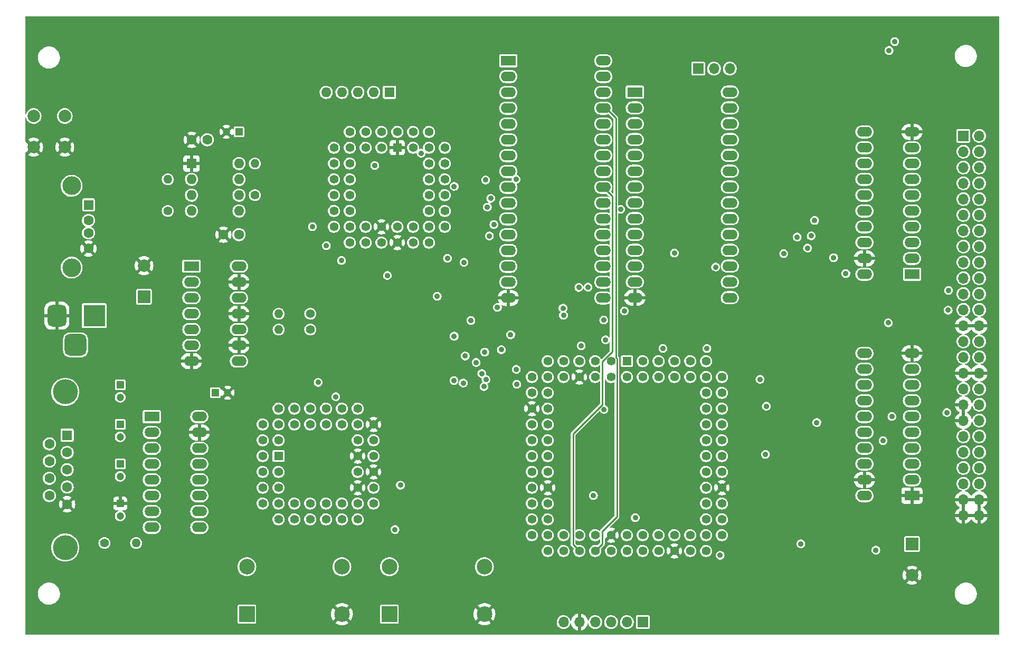
<source format=gbr>
%TF.GenerationSoftware,KiCad,Pcbnew,6.0.5-a6ca702e91~116~ubuntu20.04.1*%
%TF.CreationDate,2022-05-22T19:55:41+02:00*%
%TF.ProjectId,cpu_mem_cpld,6370755f-6d65-46d5-9f63-706c642e6b69,rev?*%
%TF.SameCoordinates,Original*%
%TF.FileFunction,Copper,L2,Inr*%
%TF.FilePolarity,Positive*%
%FSLAX46Y46*%
G04 Gerber Fmt 4.6, Leading zero omitted, Abs format (unit mm)*
G04 Created by KiCad (PCBNEW 6.0.5-a6ca702e91~116~ubuntu20.04.1) date 2022-05-22 19:55:41*
%MOMM*%
%LPD*%
G01*
G04 APERTURE LIST*
G04 Aperture macros list*
%AMRoundRect*
0 Rectangle with rounded corners*
0 $1 Rounding radius*
0 $2 $3 $4 $5 $6 $7 $8 $9 X,Y pos of 4 corners*
0 Add a 4 corners polygon primitive as box body*
4,1,4,$2,$3,$4,$5,$6,$7,$8,$9,$2,$3,0*
0 Add four circle primitives for the rounded corners*
1,1,$1+$1,$2,$3*
1,1,$1+$1,$4,$5*
1,1,$1+$1,$6,$7*
1,1,$1+$1,$8,$9*
0 Add four rect primitives between the rounded corners*
20,1,$1+$1,$2,$3,$4,$5,0*
20,1,$1+$1,$4,$5,$6,$7,0*
20,1,$1+$1,$6,$7,$8,$9,0*
20,1,$1+$1,$8,$9,$2,$3,0*%
G04 Aperture macros list end*
%TA.AperFunction,ComponentPad*%
%ADD10R,1.700000X1.700000*%
%TD*%
%TA.AperFunction,ComponentPad*%
%ADD11O,1.700000X1.700000*%
%TD*%
%TA.AperFunction,ComponentPad*%
%ADD12C,1.400000*%
%TD*%
%TA.AperFunction,ComponentPad*%
%ADD13O,1.400000X1.400000*%
%TD*%
%TA.AperFunction,ComponentPad*%
%ADD14R,1.200000X1.200000*%
%TD*%
%TA.AperFunction,ComponentPad*%
%ADD15C,1.200000*%
%TD*%
%TA.AperFunction,ComponentPad*%
%ADD16R,1.600000X1.600000*%
%TD*%
%TA.AperFunction,ComponentPad*%
%ADD17O,1.600000X1.600000*%
%TD*%
%TA.AperFunction,ComponentPad*%
%ADD18R,1.422400X1.422400*%
%TD*%
%TA.AperFunction,ComponentPad*%
%ADD19C,1.422400*%
%TD*%
%TA.AperFunction,ComponentPad*%
%ADD20R,2.400000X1.600000*%
%TD*%
%TA.AperFunction,ComponentPad*%
%ADD21O,2.400000X1.600000*%
%TD*%
%TA.AperFunction,ComponentPad*%
%ADD22C,2.000000*%
%TD*%
%TA.AperFunction,ComponentPad*%
%ADD23R,2.500000X2.500000*%
%TD*%
%TA.AperFunction,ComponentPad*%
%ADD24C,2.500000*%
%TD*%
%TA.AperFunction,ComponentPad*%
%ADD25R,3.500000X3.500000*%
%TD*%
%TA.AperFunction,ComponentPad*%
%ADD26RoundRect,0.750000X-0.750000X-1.000000X0.750000X-1.000000X0.750000X1.000000X-0.750000X1.000000X0*%
%TD*%
%TA.AperFunction,ComponentPad*%
%ADD27RoundRect,0.875000X-0.875000X-0.875000X0.875000X-0.875000X0.875000X0.875000X-0.875000X0.875000X0*%
%TD*%
%TA.AperFunction,ComponentPad*%
%ADD28C,1.600000*%
%TD*%
%TA.AperFunction,ComponentPad*%
%ADD29R,2.000000X2.000000*%
%TD*%
%TA.AperFunction,ComponentPad*%
%ADD30R,1.500000X1.600000*%
%TD*%
%TA.AperFunction,ComponentPad*%
%ADD31C,3.000000*%
%TD*%
%TA.AperFunction,ComponentPad*%
%ADD32C,4.000000*%
%TD*%
%TA.AperFunction,ViaPad*%
%ADD33C,0.889000*%
%TD*%
%TA.AperFunction,Conductor*%
%ADD34C,0.254000*%
%TD*%
G04 APERTURE END LIST*
D10*
%TO.N,VCC*%
%TO.C,P5*%
X215265000Y-65405000D03*
D11*
%TO.N,/~{RESET}*%
X217805000Y-65405000D03*
%TO.N,/~{NMI}*%
X215265000Y-67945000D03*
%TO.N,/~{IRQ}*%
X217805000Y-67945000D03*
%TO.N,unconnected-(P5-Pad5)*%
X215265000Y-70485000D03*
%TO.N,/Connector/D7*%
X217805000Y-70485000D03*
%TO.N,/Connector/D6*%
X215265000Y-73025000D03*
%TO.N,/Connector/D5*%
X217805000Y-73025000D03*
%TO.N,/Connector/D4*%
X215265000Y-75565000D03*
%TO.N,/Connector/D3*%
X217805000Y-75565000D03*
%TO.N,/Connector/D2*%
X215265000Y-78105000D03*
%TO.N,/Connector/D1*%
X217805000Y-78105000D03*
%TO.N,/Connector/D0*%
X215265000Y-80645000D03*
%TO.N,unconnected-(P5-Pad14)*%
X217805000Y-80645000D03*
%TO.N,/Connector/R~{W}*%
X215265000Y-83185000D03*
%TO.N,unconnected-(P5-Pad16)*%
X217805000Y-83185000D03*
%TO.N,/CPU_RDY*%
X215265000Y-85725000D03*
%TO.N,unconnected-(P5-Pad18)*%
X217805000Y-85725000D03*
%TO.N,unconnected-(P5-Pad19)*%
X215265000Y-88265000D03*
%TO.N,unconnected-(P5-Pad20)*%
X217805000Y-88265000D03*
%TO.N,/~{CS_OPL}*%
X215265000Y-90805000D03*
%TO.N,/~{CS_VIA}*%
X217805000Y-90805000D03*
%TO.N,/~{CS_UART2}*%
X215265000Y-93345000D03*
%TO.N,/~{CSR_VDP}*%
X217805000Y-93345000D03*
%TO.N,GND*%
X215265000Y-95885000D03*
X217805000Y-95885000D03*
%TO.N,/Connector/A3*%
X215265000Y-98425000D03*
%TO.N,/Connector/A2*%
X217805000Y-98425000D03*
%TO.N,/Connector/A1*%
X215265000Y-100965000D03*
%TO.N,/Connector/A0*%
X217805000Y-100965000D03*
%TO.N,GND*%
X215265000Y-103505000D03*
X217805000Y-103505000D03*
%TO.N,/Connector/~{OE}*%
X215265000Y-106045000D03*
%TO.N,/Connector/~{WE}*%
X217805000Y-106045000D03*
%TO.N,GND*%
X215265000Y-108585000D03*
%TO.N,/Connector/PHI2*%
X217805000Y-108585000D03*
%TO.N,GND*%
X215265000Y-111125000D03*
%TO.N,/RESET_TRIG*%
X217805000Y-111125000D03*
%TO.N,unconnected-(P5-Pad39)*%
X215265000Y-113665000D03*
%TO.N,unconnected-(P5-Pad40)*%
X217805000Y-113665000D03*
%TO.N,unconnected-(P5-Pad41)*%
X215265000Y-116205000D03*
%TO.N,unconnected-(P5-Pad42)*%
X217805000Y-116205000D03*
%TO.N,VCC*%
X215265000Y-118745000D03*
X217805000Y-118745000D03*
X215265000Y-121285000D03*
X217805000Y-121285000D03*
%TO.N,GND*%
X215265000Y-123825000D03*
X217805000Y-123825000D03*
X215265000Y-126365000D03*
X217805000Y-126365000D03*
%TD*%
D12*
%TO.N,VCC*%
%TO.C,R2*%
X110490000Y-96520000D03*
D13*
%TO.N,/~{RESET}*%
X105410000Y-96520000D03*
%TD*%
D12*
%TO.N,VCC*%
%TO.C,R5*%
X87630000Y-77470000D03*
D13*
%TO.N,/RESET_TRIG*%
X87630000Y-72390000D03*
%TD*%
D14*
%TO.N,VCC*%
%TO.C,C25*%
X80010000Y-105410000D03*
D15*
%TO.N,Net-(C25-Pad2)*%
X80010000Y-107410000D03*
%TD*%
D10*
%TO.N,/~{WE}*%
%TO.C,JP1*%
X172720000Y-54610000D03*
D11*
%TO.N,Net-(JP1-Pad2)*%
X175260000Y-54610000D03*
%TO.N,VCC*%
X177800000Y-54610000D03*
%TD*%
D16*
%TO.N,GND*%
%TO.C,U6*%
X91450000Y-69860000D03*
D17*
%TO.N,/RESET_TRIG*%
X91450000Y-72400000D03*
%TO.N,Net-(U5-Pad5)*%
X91450000Y-74940000D03*
%TO.N,VCC*%
X91450000Y-77480000D03*
%TO.N,Net-(C3-Pad1)*%
X99070000Y-77480000D03*
%TO.N,Net-(C4-Pad1)*%
X99070000Y-74940000D03*
X99070000Y-72400000D03*
%TO.N,VCC*%
X99070000Y-69860000D03*
%TD*%
D18*
%TO.N,unconnected-(U11-Pad1)*%
%TO.C,U11*%
X105410000Y-116840000D03*
D19*
%TO.N,/D0*%
X102870000Y-119380000D03*
%TO.N,/D1*%
X105410000Y-119380000D03*
%TO.N,/D2*%
X102870000Y-121920000D03*
%TO.N,/D3*%
X105410000Y-121920000D03*
%TO.N,/D4*%
X102870000Y-124460000D03*
%TO.N,/D5*%
X105410000Y-127000000D03*
%TO.N,/D6*%
X105410000Y-124460000D03*
%TO.N,/D7*%
X107950000Y-127000000D03*
%TO.N,Net-(U11-Pad10)*%
X107950000Y-124460000D03*
%TO.N,Net-(U11-Pad11)*%
X110490000Y-127000000D03*
%TO.N,unconnected-(U11-Pad12)*%
X110490000Y-124460000D03*
%TO.N,Net-(U11-Pad13)*%
X113030000Y-127000000D03*
%TO.N,VCC*%
X113030000Y-124460000D03*
X115570000Y-127000000D03*
%TO.N,/~{CS_UART}*%
X115570000Y-124460000D03*
%TO.N,Net-(U11-Pad10)*%
X118110000Y-127000000D03*
%TO.N,Net-(U11-Pad18)*%
X120650000Y-124460000D03*
%TO.N,unconnected-(U11-Pad19)*%
X118110000Y-124460000D03*
%TO.N,/~{WE}*%
X120650000Y-121920000D03*
%TO.N,GND*%
X118110000Y-121920000D03*
X120650000Y-119380000D03*
%TO.N,unconnected-(U11-Pad23)*%
X118110000Y-119380000D03*
%TO.N,/~{OE}*%
X120650000Y-116840000D03*
%TO.N,GND*%
X118110000Y-116840000D03*
%TO.N,unconnected-(U11-Pad26)*%
X120650000Y-114300000D03*
%TO.N,unconnected-(U11-Pad27)*%
X118110000Y-114300000D03*
%TO.N,GND*%
X120650000Y-111760000D03*
%TO.N,/CPU_A2*%
X118110000Y-109220000D03*
%TO.N,/CPU_A1*%
X118110000Y-111760000D03*
%TO.N,/CPU_A0*%
X115570000Y-109220000D03*
%TO.N,unconnected-(U11-Pad32)*%
X115570000Y-111760000D03*
%TO.N,Net-(U11-Pad33)*%
X113030000Y-109220000D03*
%TO.N,unconnected-(U11-Pad34)*%
X113030000Y-111760000D03*
%TO.N,unconnected-(U11-Pad35)*%
X110490000Y-109220000D03*
%TO.N,Net-(U11-Pad36)*%
X110490000Y-111760000D03*
%TO.N,unconnected-(U11-Pad37)*%
X107950000Y-109220000D03*
%TO.N,unconnected-(U11-Pad38)*%
X107950000Y-111760000D03*
%TO.N,Net-(R1-Pad2)*%
X105410000Y-109220000D03*
%TO.N,Net-(U11-Pad40)*%
X102870000Y-111760000D03*
%TO.N,VCC*%
X105410000Y-111760000D03*
X102870000Y-114300000D03*
X105410000Y-114300000D03*
X102870000Y-116840000D03*
%TD*%
D10*
%TO.N,/TMS*%
%TO.C,JTAG1*%
X163830000Y-143510000D03*
D11*
%TO.N,/TDI*%
X161290000Y-143510000D03*
%TO.N,/TDO*%
X158750000Y-143510000D03*
%TO.N,/TCK*%
X156210000Y-143510000D03*
%TO.N,GND*%
X153670000Y-143510000D03*
%TO.N,VCC*%
X151130000Y-143510000D03*
%TD*%
D14*
%TO.N,Net-(C4-Pad1)*%
%TO.C,C4*%
X99060000Y-64770000D03*
D15*
%TO.N,GND*%
X97060000Y-64770000D03*
%TD*%
D20*
%TO.N,/CPU_R~{W}*%
%TO.C,U10*%
X207010000Y-87630000D03*
D21*
%TO.N,/Connector/D0*%
X207010000Y-85090000D03*
%TO.N,/Connector/D1*%
X207010000Y-82550000D03*
%TO.N,/Connector/D2*%
X207010000Y-80010000D03*
%TO.N,/Connector/D3*%
X207010000Y-77470000D03*
%TO.N,/Connector/D4*%
X207010000Y-74930000D03*
%TO.N,/Connector/D5*%
X207010000Y-72390000D03*
%TO.N,/Connector/D6*%
X207010000Y-69850000D03*
%TO.N,/Connector/D7*%
X207010000Y-67310000D03*
%TO.N,GND*%
X207010000Y-64770000D03*
%TO.N,/D7*%
X199390000Y-64770000D03*
%TO.N,/D6*%
X199390000Y-67310000D03*
%TO.N,/D5*%
X199390000Y-69850000D03*
%TO.N,/D4*%
X199390000Y-72390000D03*
%TO.N,/D3*%
X199390000Y-74930000D03*
%TO.N,/D2*%
X199390000Y-77470000D03*
%TO.N,/D1*%
X199390000Y-80010000D03*
%TO.N,/D0*%
X199390000Y-82550000D03*
%TO.N,GND*%
X199390000Y-85090000D03*
%TO.N,VCC*%
X199390000Y-87630000D03*
%TD*%
D22*
%TO.N,/RESET_TRIG*%
%TO.C,SW1*%
X71120000Y-62230000D03*
%TO.N,GND*%
X71120000Y-67230000D03*
%TO.N,/RESET_TRIG*%
X66120000Y-62230000D03*
%TO.N,GND*%
X66120000Y-67230000D03*
%TD*%
D23*
%TO.N,unconnected-(X2-Pad1)*%
%TO.C,X2*%
X100330000Y-142240000D03*
D24*
%TO.N,GND*%
X115570000Y-142240000D03*
%TO.N,Net-(U11-Pad18)*%
X115570000Y-134620000D03*
%TO.N,VCC*%
X100330000Y-134620000D03*
%TD*%
D20*
%TO.N,GND*%
%TO.C,U9*%
X207010000Y-123190000D03*
D21*
%TO.N,/Connector/~{OE}*%
X207010000Y-120650000D03*
%TO.N,/Connector/~{WE}*%
X207010000Y-118110000D03*
%TO.N,/Connector/R~{W}*%
X207010000Y-115570000D03*
%TO.N,/Connector/PHI2*%
X207010000Y-113030000D03*
%TO.N,/Connector/A0*%
X207010000Y-110490000D03*
%TO.N,/Connector/A1*%
X207010000Y-107950000D03*
%TO.N,/Connector/A2*%
X207010000Y-105410000D03*
%TO.N,/Connector/A3*%
X207010000Y-102870000D03*
%TO.N,GND*%
X207010000Y-100330000D03*
%TO.N,/CPU_A3*%
X199390000Y-100330000D03*
%TO.N,/CPU_A2*%
X199390000Y-102870000D03*
%TO.N,/CPU_A1*%
X199390000Y-105410000D03*
%TO.N,/CPU_A0*%
X199390000Y-107950000D03*
%TO.N,/PHI2*%
X199390000Y-110490000D03*
%TO.N,/CPU_R~{W}*%
X199390000Y-113030000D03*
%TO.N,/~{WE}*%
X199390000Y-115570000D03*
%TO.N,/~{OE}*%
X199390000Y-118110000D03*
%TO.N,GND*%
X199390000Y-120650000D03*
%TO.N,VCC*%
X199390000Y-123190000D03*
%TD*%
D25*
%TO.N,VCC*%
%TO.C,CON1*%
X75850000Y-94292500D03*
D26*
%TO.N,GND*%
X69850000Y-94292500D03*
D27*
%TO.N,N/C*%
X72850000Y-98992500D03*
%TD*%
D18*
%TO.N,/D0*%
%TO.C,U2*%
X161290000Y-101600000D03*
D19*
%TO.N,/D1*%
X161290000Y-104140000D03*
%TO.N,/CPU_A15*%
X158750000Y-101600000D03*
%TO.N,unconnected-(U2-Pad4)*%
X158750000Y-104140000D03*
%TO.N,/EXT_A14*%
X156210000Y-101600000D03*
%TO.N,unconnected-(U2-Pad6)*%
X156210000Y-104140000D03*
%TO.N,unconnected-(U2-Pad7)*%
X153670000Y-101600000D03*
%TO.N,GND*%
X153670000Y-104140000D03*
%TO.N,/CLKIN*%
X151130000Y-101600000D03*
%TO.N,unconnected-(U2-Pad10)*%
X151130000Y-104140000D03*
%TO.N,unconnected-(U2-Pad11)*%
X148590000Y-101600000D03*
%TO.N,unconnected-(U2-Pad12)*%
X146050000Y-104140000D03*
%TO.N,/CPU_A14*%
X148590000Y-104140000D03*
%TO.N,/CPU_RDY*%
X146050000Y-106680000D03*
%TO.N,/CPU_A1*%
X148590000Y-106680000D03*
%TO.N,GND*%
X146050000Y-109220000D03*
%TO.N,/CPU_A8*%
X148590000Y-109220000D03*
%TO.N,/EXT_A15*%
X146050000Y-111760000D03*
%TO.N,/PHI2*%
X148590000Y-111760000D03*
%TO.N,unconnected-(U2-Pad20)*%
X146050000Y-114300000D03*
%TO.N,unconnected-(U2-Pad21)*%
X148590000Y-114300000D03*
%TO.N,VCC*%
X146050000Y-116840000D03*
%TO.N,/D6*%
X148590000Y-116840000D03*
%TO.N,unconnected-(U2-Pad24)*%
X146050000Y-119380000D03*
%TO.N,/~{CS_RAM}*%
X148590000Y-119380000D03*
%TO.N,/~{CS_UART}*%
X146050000Y-121920000D03*
%TO.N,GND*%
X148590000Y-121920000D03*
%TO.N,/TDI*%
X146050000Y-124460000D03*
%TO.N,/TMS*%
X148590000Y-124460000D03*
%TO.N,/TCK*%
X146050000Y-127000000D03*
%TO.N,/~{CS_ROM}*%
X148590000Y-127000000D03*
%TO.N,/~{CS_UART2}*%
X146050000Y-129540000D03*
%TO.N,/~{CS_VDP}*%
X148590000Y-132080000D03*
%TO.N,unconnected-(U2-Pad34)*%
X148590000Y-129540000D03*
%TO.N,/~{CS_OPL}*%
X151130000Y-132080000D03*
%TO.N,unconnected-(U2-Pad36)*%
X151130000Y-129540000D03*
%TO.N,/~{OE}*%
X153670000Y-132080000D03*
%TO.N,VCC*%
X153670000Y-129540000D03*
%TO.N,/~{WE}*%
X156210000Y-132080000D03*
%TO.N,unconnected-(U2-Pad40)*%
X156210000Y-129540000D03*
%TO.N,unconnected-(U2-Pad41)*%
X158750000Y-132080000D03*
%TO.N,GND*%
X158750000Y-129540000D03*
%TO.N,/~{CS_VIA}*%
X161290000Y-132080000D03*
%TO.N,/CPU_A9*%
X161290000Y-129540000D03*
%TO.N,unconnected-(U2-Pad45)*%
X163830000Y-132080000D03*
%TO.N,/D2*%
X163830000Y-129540000D03*
%TO.N,/EXT_A16*%
X166370000Y-132080000D03*
%TO.N,/CPU_A4*%
X166370000Y-129540000D03*
%TO.N,GND*%
X168910000Y-132080000D03*
%TO.N,unconnected-(U2-Pad50)*%
X168910000Y-129540000D03*
%TO.N,unconnected-(U2-Pad51)*%
X171450000Y-132080000D03*
%TO.N,/EXT_A17*%
X171450000Y-129540000D03*
%TO.N,/CPU_A6*%
X173990000Y-132080000D03*
%TO.N,unconnected-(U2-Pad54)*%
X176530000Y-129540000D03*
%TO.N,unconnected-(U2-Pad55)*%
X173990000Y-129540000D03*
%TO.N,/CPU_A12*%
X176530000Y-127000000D03*
%TO.N,unconnected-(U2-Pad57)*%
X173990000Y-127000000D03*
%TO.N,unconnected-(U2-Pad58)*%
X176530000Y-124460000D03*
%TO.N,/TDO*%
X173990000Y-124460000D03*
%TO.N,GND*%
X176530000Y-121920000D03*
%TO.N,/EXT_A18*%
X173990000Y-121920000D03*
%TO.N,unconnected-(U2-Pad62)*%
X176530000Y-119380000D03*
%TO.N,unconnected-(U2-Pad63)*%
X173990000Y-119380000D03*
%TO.N,VCC*%
X176530000Y-116840000D03*
%TO.N,/CPU_A10*%
X173990000Y-116840000D03*
%TO.N,/CPU_A11*%
X176530000Y-114300000D03*
%TO.N,unconnected-(U2-Pad67)*%
X173990000Y-114300000D03*
%TO.N,/D4*%
X176530000Y-111760000D03*
%TO.N,unconnected-(U2-Pad69)*%
X173990000Y-111760000D03*
%TO.N,/CPU_A5*%
X176530000Y-109220000D03*
%TO.N,/CPU_R~{W}*%
X173990000Y-109220000D03*
%TO.N,/D3*%
X176530000Y-106680000D03*
%TO.N,VCC*%
X173990000Y-106680000D03*
%TO.N,/~{RESET}*%
X176530000Y-104140000D03*
%TO.N,unconnected-(U2-Pad75)*%
X173990000Y-101600000D03*
%TO.N,unconnected-(U2-Pad76)*%
X173990000Y-104140000D03*
%TO.N,unconnected-(U2-Pad77)*%
X171450000Y-101600000D03*
%TO.N,VCC*%
X171450000Y-104140000D03*
%TO.N,/D7*%
X168910000Y-101600000D03*
%TO.N,unconnected-(U2-Pad80)*%
X168910000Y-104140000D03*
%TO.N,/CPU_A0*%
X166370000Y-101600000D03*
%TO.N,/D5*%
X166370000Y-104140000D03*
%TO.N,/CPU_A7*%
X163830000Y-101600000D03*
%TO.N,/CPU_A13*%
X163830000Y-104140000D03*
%TD*%
D23*
%TO.N,unconnected-(X1-Pad1)*%
%TO.C,X1*%
X123190000Y-142240000D03*
D24*
%TO.N,GND*%
X138430000Y-142240000D03*
%TO.N,/CLKIN*%
X138430000Y-134620000D03*
%TO.N,VCC*%
X123190000Y-134620000D03*
%TD*%
D28*
%TO.N,/RESET_TRIG*%
%TO.C,C2*%
X93980000Y-66040000D03*
%TO.N,GND*%
X91480000Y-66040000D03*
%TD*%
D20*
%TO.N,/EXT_A14*%
%TO.C,U3*%
X162555000Y-58405000D03*
D21*
%TO.N,/CPU_A12*%
X162555000Y-60945000D03*
%TO.N,/CPU_A7*%
X162555000Y-63485000D03*
%TO.N,/CPU_A6*%
X162555000Y-66025000D03*
%TO.N,/CPU_A5*%
X162555000Y-68565000D03*
%TO.N,/CPU_A4*%
X162555000Y-71105000D03*
%TO.N,/CPU_A3*%
X162555000Y-73645000D03*
%TO.N,/CPU_A2*%
X162555000Y-76185000D03*
%TO.N,/CPU_A1*%
X162555000Y-78725000D03*
%TO.N,/CPU_A0*%
X162555000Y-81265000D03*
%TO.N,/D0*%
X162555000Y-83805000D03*
%TO.N,/D1*%
X162555000Y-86345000D03*
%TO.N,/D2*%
X162555000Y-88885000D03*
%TO.N,GND*%
X162555000Y-91425000D03*
%TO.N,/D3*%
X177795000Y-91425000D03*
%TO.N,/D4*%
X177795000Y-88885000D03*
%TO.N,/D5*%
X177795000Y-86345000D03*
%TO.N,/D6*%
X177795000Y-83805000D03*
%TO.N,/D7*%
X177795000Y-81265000D03*
%TO.N,/~{CS_ROM}*%
X177795000Y-78725000D03*
%TO.N,/CPU_A10*%
X177795000Y-76185000D03*
%TO.N,/~{OE}*%
X177795000Y-73645000D03*
%TO.N,/CPU_A11*%
X177795000Y-71105000D03*
%TO.N,/CPU_A9*%
X177795000Y-68565000D03*
%TO.N,/CPU_A8*%
X177795000Y-66025000D03*
%TO.N,/CPU_A13*%
X177795000Y-63485000D03*
%TO.N,Net-(JP1-Pad2)*%
X177795000Y-60945000D03*
%TO.N,VCC*%
X177795000Y-58405000D03*
%TD*%
D20*
%TO.N,/EXT_A18*%
%TO.C,U4*%
X142260000Y-53340000D03*
D21*
%TO.N,/EXT_A16*%
X142260000Y-55880000D03*
%TO.N,/EXT_A14*%
X142260000Y-58420000D03*
%TO.N,/CPU_A12*%
X142260000Y-60960000D03*
%TO.N,/CPU_A7*%
X142260000Y-63500000D03*
%TO.N,/CPU_A6*%
X142260000Y-66040000D03*
%TO.N,/CPU_A5*%
X142260000Y-68580000D03*
%TO.N,/CPU_A4*%
X142260000Y-71120000D03*
%TO.N,/CPU_A3*%
X142260000Y-73660000D03*
%TO.N,/CPU_A2*%
X142260000Y-76200000D03*
%TO.N,/CPU_A1*%
X142260000Y-78740000D03*
%TO.N,/CPU_A0*%
X142260000Y-81280000D03*
%TO.N,/D0*%
X142260000Y-83820000D03*
%TO.N,/D1*%
X142260000Y-86360000D03*
%TO.N,/D2*%
X142260000Y-88900000D03*
%TO.N,GND*%
X142260000Y-91440000D03*
%TO.N,/D3*%
X157500000Y-91440000D03*
%TO.N,/D4*%
X157500000Y-88900000D03*
%TO.N,/D5*%
X157500000Y-86360000D03*
%TO.N,/D6*%
X157500000Y-83820000D03*
%TO.N,/D7*%
X157500000Y-81280000D03*
%TO.N,/~{CS_RAM}*%
X157500000Y-78740000D03*
%TO.N,/CPU_A10*%
X157500000Y-76200000D03*
%TO.N,/~{OE}*%
X157500000Y-73660000D03*
%TO.N,/CPU_A11*%
X157500000Y-71120000D03*
%TO.N,/CPU_A9*%
X157500000Y-68580000D03*
%TO.N,/CPU_A8*%
X157500000Y-66040000D03*
%TO.N,/CPU_A13*%
X157500000Y-63500000D03*
%TO.N,/~{WE}*%
X157500000Y-60960000D03*
%TO.N,/EXT_A17*%
X157500000Y-58420000D03*
%TO.N,/EXT_A15*%
X157500000Y-55880000D03*
%TO.N,VCC*%
X157500000Y-53340000D03*
%TD*%
D29*
%TO.N,VCC*%
%TO.C,C18*%
X207010000Y-130982300D03*
D22*
%TO.N,GND*%
X207010000Y-135982300D03*
%TD*%
D12*
%TO.N,Net-(C4-Pad1)*%
%TO.C,R6*%
X101600000Y-74930000D03*
D13*
%TO.N,VCC*%
X101600000Y-69850000D03*
%TD*%
D14*
%TO.N,Net-(C21-Pad1)*%
%TO.C,C21*%
X80010000Y-118110000D03*
D15*
%TO.N,Net-(C21-Pad2)*%
X80010000Y-120110000D03*
%TD*%
D20*
%TO.N,Net-(U11-Pad33)*%
%TO.C,U5*%
X91425000Y-86355000D03*
D21*
%TO.N,/~{IRQ}*%
X91425000Y-88895000D03*
%TO.N,/~{RESET}*%
X91425000Y-91435000D03*
%TO.N,Net-(R1-Pad2)*%
X91425000Y-93975000D03*
%TO.N,Net-(U5-Pad5)*%
X91425000Y-96515000D03*
%TO.N,/~{RESET}*%
X91425000Y-99055000D03*
%TO.N,GND*%
X91425000Y-101595000D03*
%TO.N,unconnected-(U5-Pad8)*%
X99045000Y-101595000D03*
%TO.N,GND*%
X99045000Y-99055000D03*
%TO.N,unconnected-(U5-Pad10)*%
X99045000Y-96515000D03*
%TO.N,GND*%
X99045000Y-93975000D03*
%TO.N,unconnected-(U5-Pad12)*%
X99045000Y-91435000D03*
%TO.N,GND*%
X99045000Y-88895000D03*
%TO.N,VCC*%
X99045000Y-86355000D03*
%TD*%
D30*
%TO.N,VCC*%
%TO.C,J1*%
X74930000Y-76510000D03*
D28*
%TO.N,unconnected-(J1-Pad2)*%
X74930000Y-79010000D03*
%TO.N,unconnected-(J1-Pad3)*%
X74930000Y-81010000D03*
%TO.N,GND*%
X74930000Y-83510000D03*
D31*
%TO.N,unconnected-(J1-Pad5)*%
X72220000Y-86580000D03*
X72220000Y-73440000D03*
%TD*%
D14*
%TO.N,Net-(C20-Pad1)*%
%TO.C,C20*%
X80010000Y-111760000D03*
D15*
%TO.N,Net-(C20-Pad2)*%
X80010000Y-113760000D03*
%TD*%
D14*
%TO.N,VCC*%
%TO.C,C17*%
X95250000Y-106680000D03*
D15*
%TO.N,GND*%
X97250000Y-106680000D03*
%TD*%
D28*
%TO.N,Net-(C3-Pad1)*%
%TO.C,C3*%
X99060000Y-81280000D03*
%TO.N,GND*%
X96560000Y-81280000D03*
%TD*%
D16*
%TO.N,VCC*%
%TO.C,RN1*%
X123210000Y-58420000D03*
D17*
%TO.N,/~{BE}*%
X120670000Y-58420000D03*
%TO.N,/CPU_RDY*%
X118130000Y-58420000D03*
%TO.N,/~{IRQ}*%
X115590000Y-58420000D03*
%TO.N,/~{NMI}*%
X113050000Y-58420000D03*
%TD*%
D12*
%TO.N,Net-(J3-Pad4)*%
%TO.C,R3*%
X77470000Y-130810000D03*
D13*
%TO.N,Net-(C25-Pad2)*%
X82550000Y-130810000D03*
%TD*%
D20*
%TO.N,Net-(C20-Pad1)*%
%TO.C,U13*%
X85075000Y-110505000D03*
D21*
%TO.N,Net-(C25-Pad2)*%
X85075000Y-113045000D03*
%TO.N,Net-(C20-Pad2)*%
X85075000Y-115585000D03*
%TO.N,Net-(C21-Pad1)*%
X85075000Y-118125000D03*
%TO.N,Net-(C21-Pad2)*%
X85075000Y-120665000D03*
%TO.N,Net-(C23-Pad2)*%
X85075000Y-123205000D03*
%TO.N,Net-(J3-Pad3)*%
X85075000Y-125745000D03*
%TO.N,Net-(J3-Pad2)*%
X85075000Y-128285000D03*
%TO.N,Net-(U11-Pad11)*%
X92695000Y-128285000D03*
%TO.N,Net-(U11-Pad13)*%
X92695000Y-125745000D03*
%TO.N,Net-(U11-Pad36)*%
X92695000Y-123205000D03*
%TO.N,Net-(U11-Pad40)*%
X92695000Y-120665000D03*
%TO.N,Net-(J3-Pad8)*%
X92695000Y-118125000D03*
%TO.N,Net-(J3-Pad7)*%
X92695000Y-115585000D03*
%TO.N,GND*%
X92695000Y-113045000D03*
%TO.N,VCC*%
X92695000Y-110505000D03*
%TD*%
D32*
%TO.N,N/C*%
%TO.C,J3*%
X71194000Y-131540300D03*
X71194000Y-106540300D03*
D16*
%TO.N,unconnected-(J3-Pad1)*%
X71494000Y-113500300D03*
D28*
%TO.N,Net-(J3-Pad2)*%
X71494000Y-116270300D03*
%TO.N,Net-(J3-Pad3)*%
X71494000Y-119040300D03*
%TO.N,Net-(J3-Pad4)*%
X71494000Y-121810300D03*
%TO.N,GND*%
X71494000Y-124580300D03*
%TO.N,unconnected-(J3-Pad6)*%
X68654000Y-114885300D03*
%TO.N,Net-(J3-Pad7)*%
X68654000Y-117655300D03*
%TO.N,Net-(J3-Pad8)*%
X68654000Y-120425300D03*
%TO.N,unconnected-(J3-Pad9)*%
X68654000Y-123195300D03*
%TD*%
D14*
%TO.N,GND*%
%TO.C,C23*%
X80010000Y-124460000D03*
D15*
%TO.N,Net-(C23-Pad2)*%
X80010000Y-126460000D03*
%TD*%
D18*
%TO.N,GND*%
%TO.C,U1*%
X124460000Y-67310000D03*
D19*
%TO.N,unconnected-(U1-Pad2)*%
X121920000Y-64770000D03*
%TO.N,/CPU_RDY*%
X121920000Y-67310000D03*
%TO.N,unconnected-(U1-Pad4)*%
X119380000Y-64770000D03*
%TO.N,/~{IRQ}*%
X119380000Y-67310000D03*
%TO.N,unconnected-(U1-Pad6)*%
X116840000Y-64770000D03*
%TO.N,/~{NMI}*%
X114300000Y-67310000D03*
%TO.N,unconnected-(U1-Pad8)*%
X116840000Y-67310000D03*
%TO.N,VCC*%
X114300000Y-69850000D03*
%TO.N,/CPU_A0*%
X116840000Y-69850000D03*
%TO.N,/CPU_A1*%
X114300000Y-72390000D03*
%TO.N,unconnected-(U1-Pad12)*%
X116840000Y-72390000D03*
%TO.N,/CPU_A2*%
X114300000Y-74930000D03*
%TO.N,/CPU_A3*%
X116840000Y-74930000D03*
%TO.N,/CPU_A4*%
X114300000Y-77470000D03*
%TO.N,/CPU_A5*%
X116840000Y-77470000D03*
%TO.N,/CPU_A6*%
X114300000Y-80010000D03*
%TO.N,/CPU_A7*%
X116840000Y-82550000D03*
%TO.N,/CPU_A8*%
X116840000Y-80010000D03*
%TO.N,/CPU_A9*%
X119380000Y-82550000D03*
%TO.N,/CPU_A10*%
X119380000Y-80010000D03*
%TO.N,/CPU_A11*%
X121920000Y-82550000D03*
%TO.N,GND*%
X121920000Y-80010000D03*
X124460000Y-82550000D03*
%TO.N,/CPU_A12*%
X124460000Y-80010000D03*
%TO.N,/CPU_A13*%
X127000000Y-82550000D03*
%TO.N,/CPU_A14*%
X127000000Y-80010000D03*
%TO.N,/CPU_A15*%
X129540000Y-82550000D03*
%TO.N,/D7*%
X132080000Y-80010000D03*
%TO.N,/D6*%
X129540000Y-80010000D03*
%TO.N,/D5*%
X132080000Y-77470000D03*
%TO.N,/D4*%
X129540000Y-77470000D03*
%TO.N,/D3*%
X132080000Y-74930000D03*
%TO.N,/D2*%
X129540000Y-74930000D03*
%TO.N,/D1*%
X132080000Y-72390000D03*
%TO.N,/D0*%
X129540000Y-72390000D03*
%TO.N,VCC*%
X132080000Y-69850000D03*
%TO.N,/CPU_R~{W}*%
X129540000Y-69850000D03*
%TO.N,unconnected-(U1-Pad39)*%
X132080000Y-67310000D03*
%TO.N,/~{BE}*%
X129540000Y-64770000D03*
%TO.N,/PHI2*%
X129540000Y-67310000D03*
%TO.N,unconnected-(U1-Pad42)*%
X127000000Y-64770000D03*
%TO.N,unconnected-(U1-Pad43)*%
X127000000Y-67310000D03*
%TO.N,/~{RESET}*%
X124460000Y-64770000D03*
%TD*%
D12*
%TO.N,VCC*%
%TO.C,R1*%
X110490000Y-93980000D03*
D13*
%TO.N,Net-(R1-Pad2)*%
X105410000Y-93980000D03*
%TD*%
D29*
%TO.N,VCC*%
%TO.C,C16*%
X83820000Y-91267700D03*
D22*
%TO.N,GND*%
X83820000Y-86267700D03*
%TD*%
D33*
%TO.N,/~{RESET}*%
X203224300Y-95440500D03*
%TO.N,/EXT_A17*%
X182626000Y-104521000D03*
X183515000Y-116586000D03*
X186436000Y-84328000D03*
X183642000Y-108839000D03*
%TO.N,/CPU_RDY*%
X204254200Y-50278800D03*
%TO.N,/Connector/PHI2*%
X212598000Y-109855000D03*
%TO.N,GND*%
X164719000Y-106680000D03*
X162560000Y-55499000D03*
X180975000Y-62738000D03*
X111760000Y-73914000D03*
X172085000Y-111125000D03*
%TO.N,/RESET_TRIG*%
X203330400Y-51700600D03*
%TO.N,/~{CS_VIA}*%
X201227600Y-131963400D03*
%TO.N,/Connector/A3*%
X212865400Y-90237600D03*
%TO.N,/Connector/A1*%
X212819900Y-93415800D03*
%TO.N,/Connector/A0*%
X203788300Y-110490000D03*
%TO.N,/TDO*%
X176244000Y-132789200D03*
%TO.N,/CPU_A0*%
X174117000Y-99568000D03*
X143536900Y-102919400D03*
X167065800Y-99561400D03*
X110839200Y-79999200D03*
%TO.N,/CPU_A1*%
X191748800Y-111469900D03*
%TO.N,/CPU_A2*%
X137106300Y-101804400D03*
X190842600Y-81481600D03*
%TO.N,/CPU_A3*%
X191389000Y-78994000D03*
X133585600Y-73532200D03*
%TO.N,/CPU_A4*%
X138358200Y-105683900D03*
%TO.N,/CPU_A6*%
X153943600Y-99130800D03*
%TO.N,/CPU_A7*%
X115498600Y-85432600D03*
X157572900Y-94996600D03*
%TO.N,/CPU_A8*%
X142643200Y-97378500D03*
%TO.N,/CPU_A9*%
X135032600Y-105119100D03*
X122867300Y-87835200D03*
%TO.N,/CPU_A10*%
X160877800Y-93553100D03*
X160274000Y-77216000D03*
%TO.N,/CPU_A11*%
X138638800Y-72499800D03*
X190246000Y-83439000D03*
%TO.N,/CPU_A12*%
X138677300Y-104540500D03*
X130854200Y-91183400D03*
%TO.N,/CPU_A13*%
X153582100Y-89762200D03*
%TO.N,/CPU_A14*%
X140527700Y-92962800D03*
%TO.N,/CPU_A15*%
X132501800Y-85087200D03*
X133584700Y-97589500D03*
%TO.N,/D7*%
X124950700Y-121517400D03*
X139229600Y-81485800D03*
X133552500Y-104710700D03*
X168910000Y-84252700D03*
%TO.N,/D5*%
X114576700Y-107320100D03*
X139948600Y-79654700D03*
X143623600Y-105308400D03*
X138494100Y-100137500D03*
%TO.N,/D4*%
X157607000Y-109347000D03*
X151035500Y-93099300D03*
X155929600Y-123190000D03*
X155041300Y-89713200D03*
%TO.N,/D3*%
X138908700Y-76848500D03*
X138004800Y-103595900D03*
X136263600Y-95068500D03*
%TO.N,/D2*%
X124079000Y-128651000D03*
X194451200Y-84991100D03*
%TO.N,/D1*%
X196406200Y-87542600D03*
X135146700Y-85719800D03*
X175514000Y-86487000D03*
X139442400Y-75456900D03*
%TO.N,/D0*%
X111760000Y-105004600D03*
X120828800Y-70172600D03*
X157861002Y-98171000D03*
X141140000Y-99768200D03*
%TO.N,/~{CS_RAM}*%
X151114300Y-94242700D03*
%TO.N,/~{CS_ROM}*%
X162630600Y-126751600D03*
X188595000Y-81661000D03*
%TO.N,/EXT_A18*%
X202368300Y-114364900D03*
%TO.N,/EXT_A16*%
X189181200Y-130939900D03*
%TO.N,/EXT_A15*%
X128270000Y-68199000D03*
X113084600Y-83062800D03*
%TO.N,/EXT_A14*%
X135354300Y-100778400D03*
X143510000Y-72390000D03*
%TD*%
D34*
%TO.N,/~{WE}*%
X157500000Y-60960000D02*
X157900000Y-60960000D01*
X157353000Y-130937000D02*
X156210000Y-132080000D01*
X157900000Y-60960000D02*
X159512000Y-62572000D01*
X159512000Y-101035875D02*
X159687711Y-101211586D01*
X159512000Y-62572000D02*
X159512000Y-101035875D01*
X159687711Y-101211586D02*
X159687711Y-126570289D01*
X159687711Y-126570289D02*
X157353000Y-128905000D01*
X157353000Y-128905000D02*
X157353000Y-130937000D01*
%TO.N,/~{OE}*%
X157500000Y-73660000D02*
X158926520Y-75086520D01*
X158926520Y-75086520D02*
X158926520Y-100097355D01*
X158926520Y-100097355D02*
X157353000Y-101670875D01*
X157353000Y-101670875D02*
X157353000Y-108585000D01*
X157353000Y-108585000D02*
X152654000Y-113284000D01*
X152654000Y-113284000D02*
X152654000Y-131064000D01*
X152654000Y-131064000D02*
X153670000Y-132080000D01*
%TD*%
%TA.AperFunction,Conductor*%
%TO.N,GND*%
G36*
X220961548Y-46246452D02*
G01*
X220980000Y-46291000D01*
X220980000Y-145479000D01*
X220961548Y-145523548D01*
X220917000Y-145542000D01*
X64833000Y-145542000D01*
X64788452Y-145523548D01*
X64770000Y-145479000D01*
X64770000Y-140964933D01*
X98825500Y-140964933D01*
X98825501Y-143515066D01*
X98826104Y-143518096D01*
X98826104Y-143518100D01*
X98835671Y-143566198D01*
X98840266Y-143589301D01*
X98843715Y-143594462D01*
X98843715Y-143594463D01*
X98893066Y-143668321D01*
X98896516Y-143673484D01*
X98901679Y-143676934D01*
X98975538Y-143726286D01*
X98975540Y-143726287D01*
X98980699Y-143729734D01*
X98986785Y-143730945D01*
X98986786Y-143730945D01*
X99006952Y-143734956D01*
X99054933Y-143744500D01*
X100329381Y-143744500D01*
X101605066Y-143744499D01*
X101608096Y-143743896D01*
X101608100Y-143743896D01*
X101673214Y-143730945D01*
X101673216Y-143730944D01*
X101679301Y-143729734D01*
X101685291Y-143725732D01*
X101758321Y-143676934D01*
X101763484Y-143673484D01*
X101766934Y-143668321D01*
X101779342Y-143649752D01*
X114524649Y-143649752D01*
X114526913Y-143655218D01*
X114633905Y-143733667D01*
X114637855Y-143736136D01*
X114864967Y-143855626D01*
X114869233Y-143857481D01*
X115111515Y-143942090D01*
X115116021Y-143943297D01*
X115368131Y-143991161D01*
X115372771Y-143991690D01*
X115629184Y-144001764D01*
X115633848Y-144001602D01*
X115888946Y-143973664D01*
X115893528Y-143972815D01*
X116141695Y-143907478D01*
X116146100Y-143905961D01*
X116381887Y-143804659D01*
X116386014Y-143802510D01*
X116604237Y-143667470D01*
X116608010Y-143664728D01*
X116613341Y-143660215D01*
X116617734Y-143651687D01*
X116615501Y-143644711D01*
X115578862Y-142608072D01*
X115570000Y-142604401D01*
X115561138Y-142608072D01*
X114528320Y-143640890D01*
X114524649Y-143649752D01*
X101779342Y-143649752D01*
X101816286Y-143594462D01*
X101816287Y-143594460D01*
X101819734Y-143589301D01*
X101823961Y-143568053D01*
X101824956Y-143563048D01*
X101834500Y-143515067D01*
X101834499Y-142196185D01*
X113807786Y-142196185D01*
X113820099Y-142452512D01*
X113820667Y-142457140D01*
X113870731Y-142708830D01*
X113871976Y-142713321D01*
X113958692Y-142954844D01*
X113960592Y-142959112D01*
X114082055Y-143185166D01*
X114084556Y-143189092D01*
X114152787Y-143280464D01*
X114161029Y-143285368D01*
X114166918Y-143283872D01*
X115201928Y-142248862D01*
X115205599Y-142240000D01*
X115934401Y-142240000D01*
X115938072Y-142248862D01*
X116973863Y-143284653D01*
X116982725Y-143288324D01*
X116987277Y-143286439D01*
X117118024Y-143083170D01*
X117120255Y-143079061D01*
X117225655Y-142845082D01*
X117227243Y-142840719D01*
X117296906Y-142593716D01*
X117297834Y-142589154D01*
X117330315Y-142333831D01*
X117330555Y-142330686D01*
X117332888Y-142241585D01*
X117332813Y-142238425D01*
X117313739Y-141981747D01*
X117313052Y-141977149D01*
X117256413Y-141726844D01*
X117255052Y-141722395D01*
X117162040Y-141483211D01*
X117160037Y-141479013D01*
X117032697Y-141256215D01*
X117030087Y-141252345D01*
X116987934Y-141198875D01*
X116979567Y-141194189D01*
X116973236Y-141195974D01*
X115938072Y-142231138D01*
X115934401Y-142240000D01*
X115205599Y-142240000D01*
X115201928Y-142231138D01*
X114167371Y-141196581D01*
X114158509Y-141192910D01*
X114151923Y-141195638D01*
X114136268Y-141214461D01*
X114133558Y-141218260D01*
X114000426Y-141437656D01*
X113998317Y-141441796D01*
X113899073Y-141678465D01*
X113897599Y-141682872D01*
X113834426Y-141931614D01*
X113833619Y-141936189D01*
X113807908Y-142191531D01*
X113807786Y-142196185D01*
X101834499Y-142196185D01*
X101834499Y-140964934D01*
X101833896Y-140961899D01*
X101820945Y-140896786D01*
X101820944Y-140896784D01*
X101819734Y-140890699D01*
X101778542Y-140829052D01*
X114522286Y-140829052D01*
X114523229Y-140834019D01*
X115561138Y-141871928D01*
X115570000Y-141875599D01*
X115578862Y-141871928D01*
X116485857Y-140964933D01*
X121685500Y-140964933D01*
X121685501Y-143515066D01*
X121686104Y-143518096D01*
X121686104Y-143518100D01*
X121695671Y-143566198D01*
X121700266Y-143589301D01*
X121703715Y-143594462D01*
X121703715Y-143594463D01*
X121753066Y-143668321D01*
X121756516Y-143673484D01*
X121761679Y-143676934D01*
X121835538Y-143726286D01*
X121835540Y-143726287D01*
X121840699Y-143729734D01*
X121846785Y-143730945D01*
X121846786Y-143730945D01*
X121866952Y-143734956D01*
X121914933Y-143744500D01*
X123189381Y-143744500D01*
X124465066Y-143744499D01*
X124468096Y-143743896D01*
X124468100Y-143743896D01*
X124533214Y-143730945D01*
X124533216Y-143730944D01*
X124539301Y-143729734D01*
X124545291Y-143725732D01*
X124618321Y-143676934D01*
X124623484Y-143673484D01*
X124626934Y-143668321D01*
X124639342Y-143649752D01*
X137384649Y-143649752D01*
X137386913Y-143655218D01*
X137493905Y-143733667D01*
X137497855Y-143736136D01*
X137724967Y-143855626D01*
X137729233Y-143857481D01*
X137971515Y-143942090D01*
X137976021Y-143943297D01*
X138228131Y-143991161D01*
X138232771Y-143991690D01*
X138489184Y-144001764D01*
X138493848Y-144001602D01*
X138748946Y-143973664D01*
X138753528Y-143972815D01*
X139001695Y-143907478D01*
X139006100Y-143905961D01*
X139241887Y-143804659D01*
X139246014Y-143802510D01*
X139464237Y-143667470D01*
X139468010Y-143664728D01*
X139473341Y-143660215D01*
X139477734Y-143651687D01*
X139475501Y-143644711D01*
X139311754Y-143480964D01*
X150021148Y-143480964D01*
X150034424Y-143683522D01*
X150035133Y-143686315D01*
X150035134Y-143686319D01*
X150078605Y-143857481D01*
X150084392Y-143880269D01*
X150169377Y-144064616D01*
X150286533Y-144230389D01*
X150431938Y-144372035D01*
X150460417Y-144391064D01*
X150595958Y-144481630D01*
X150600720Y-144484812D01*
X150603371Y-144485951D01*
X150692543Y-144524262D01*
X150787228Y-144564942D01*
X150985216Y-144609742D01*
X150988104Y-144609855D01*
X150988108Y-144609856D01*
X151086634Y-144613727D01*
X151188053Y-144617712D01*
X151388945Y-144588584D01*
X151581165Y-144523334D01*
X151686287Y-144464463D01*
X151755755Y-144425559D01*
X151755756Y-144425558D01*
X151758276Y-144424147D01*
X151801617Y-144388101D01*
X151912123Y-144296193D01*
X151914345Y-144294345D01*
X151969497Y-144228032D01*
X152042301Y-144140496D01*
X152042303Y-144140493D01*
X152044147Y-144138276D01*
X152143334Y-143961165D01*
X152208584Y-143768945D01*
X152209660Y-143761522D01*
X152234311Y-143720084D01*
X152281045Y-143708212D01*
X152322485Y-143732864D01*
X152333467Y-143756710D01*
X152369133Y-143914967D01*
X152370675Y-143919889D01*
X152452742Y-144121996D01*
X152455065Y-144126594D01*
X152569037Y-144312580D01*
X152572086Y-144316747D01*
X152714913Y-144481630D01*
X152718589Y-144485229D01*
X152886418Y-144624563D01*
X152890653Y-144627529D01*
X153078981Y-144737579D01*
X153083637Y-144739810D01*
X153287415Y-144817625D01*
X153292369Y-144819064D01*
X153403719Y-144841718D01*
X153413135Y-144839888D01*
X153416000Y-144835640D01*
X153416000Y-144834099D01*
X153924000Y-144834099D01*
X153927671Y-144842961D01*
X153933572Y-144845406D01*
X153950745Y-144843206D01*
X153955787Y-144842134D01*
X154164730Y-144779448D01*
X154169518Y-144777572D01*
X154365416Y-144681602D01*
X154369844Y-144678962D01*
X154547427Y-144552295D01*
X154551371Y-144548962D01*
X154705882Y-144394987D01*
X154709221Y-144391064D01*
X154836511Y-144213921D01*
X154839167Y-144209503D01*
X154935819Y-144013942D01*
X154937717Y-144009149D01*
X155001127Y-143800441D01*
X155002218Y-143795397D01*
X155007423Y-143755861D01*
X155031532Y-143714103D01*
X155078107Y-143701623D01*
X155119865Y-143725732D01*
X155130946Y-143748576D01*
X155158605Y-143857481D01*
X155164392Y-143880269D01*
X155249377Y-144064616D01*
X155366533Y-144230389D01*
X155511938Y-144372035D01*
X155540417Y-144391064D01*
X155675958Y-144481630D01*
X155680720Y-144484812D01*
X155683371Y-144485951D01*
X155772543Y-144524262D01*
X155867228Y-144564942D01*
X156065216Y-144609742D01*
X156068104Y-144609855D01*
X156068108Y-144609856D01*
X156166634Y-144613727D01*
X156268053Y-144617712D01*
X156468945Y-144588584D01*
X156661165Y-144523334D01*
X156766287Y-144464463D01*
X156835755Y-144425559D01*
X156835756Y-144425558D01*
X156838276Y-144424147D01*
X156881617Y-144388101D01*
X156992123Y-144296193D01*
X156994345Y-144294345D01*
X157049497Y-144228032D01*
X157122301Y-144140496D01*
X157122303Y-144140493D01*
X157124147Y-144138276D01*
X157223334Y-143961165D01*
X157288584Y-143768945D01*
X157317712Y-143568053D01*
X157319020Y-143518100D01*
X157319184Y-143511851D01*
X157319184Y-143511843D01*
X157319232Y-143510000D01*
X157316564Y-143480964D01*
X157641148Y-143480964D01*
X157654424Y-143683522D01*
X157655133Y-143686315D01*
X157655134Y-143686319D01*
X157698605Y-143857481D01*
X157704392Y-143880269D01*
X157789377Y-144064616D01*
X157906533Y-144230389D01*
X158051938Y-144372035D01*
X158080417Y-144391064D01*
X158215958Y-144481630D01*
X158220720Y-144484812D01*
X158223371Y-144485951D01*
X158312543Y-144524262D01*
X158407228Y-144564942D01*
X158605216Y-144609742D01*
X158608104Y-144609855D01*
X158608108Y-144609856D01*
X158706634Y-144613727D01*
X158808053Y-144617712D01*
X159008945Y-144588584D01*
X159201165Y-144523334D01*
X159306287Y-144464463D01*
X159375755Y-144425559D01*
X159375756Y-144425558D01*
X159378276Y-144424147D01*
X159421617Y-144388101D01*
X159532123Y-144296193D01*
X159534345Y-144294345D01*
X159589497Y-144228032D01*
X159662301Y-144140496D01*
X159662303Y-144140493D01*
X159664147Y-144138276D01*
X159763334Y-143961165D01*
X159828584Y-143768945D01*
X159857712Y-143568053D01*
X159859020Y-143518100D01*
X159859184Y-143511851D01*
X159859184Y-143511843D01*
X159859232Y-143510000D01*
X159856564Y-143480964D01*
X160181148Y-143480964D01*
X160194424Y-143683522D01*
X160195133Y-143686315D01*
X160195134Y-143686319D01*
X160238605Y-143857481D01*
X160244392Y-143880269D01*
X160329377Y-144064616D01*
X160446533Y-144230389D01*
X160591938Y-144372035D01*
X160620417Y-144391064D01*
X160755958Y-144481630D01*
X160760720Y-144484812D01*
X160763371Y-144485951D01*
X160852543Y-144524262D01*
X160947228Y-144564942D01*
X161145216Y-144609742D01*
X161148104Y-144609855D01*
X161148108Y-144609856D01*
X161246634Y-144613727D01*
X161348053Y-144617712D01*
X161548945Y-144588584D01*
X161741165Y-144523334D01*
X161846287Y-144464463D01*
X161915755Y-144425559D01*
X161915756Y-144425558D01*
X161918276Y-144424147D01*
X161961617Y-144388101D01*
X162072123Y-144296193D01*
X162074345Y-144294345D01*
X162129497Y-144228032D01*
X162202301Y-144140496D01*
X162202303Y-144140493D01*
X162204147Y-144138276D01*
X162303334Y-143961165D01*
X162368584Y-143768945D01*
X162397712Y-143568053D01*
X162399020Y-143518100D01*
X162399184Y-143511851D01*
X162399184Y-143511843D01*
X162399232Y-143510000D01*
X162380658Y-143307859D01*
X162368360Y-143264254D01*
X162326341Y-143115265D01*
X162326339Y-143115260D01*
X162325557Y-143112487D01*
X162235776Y-142930428D01*
X162114320Y-142767779D01*
X161970609Y-142634933D01*
X162725500Y-142634933D01*
X162725501Y-144385066D01*
X162726104Y-144388096D01*
X162726104Y-144388100D01*
X162739055Y-144453214D01*
X162740266Y-144459301D01*
X162796516Y-144543484D01*
X162801679Y-144546934D01*
X162875538Y-144596286D01*
X162875540Y-144596287D01*
X162880699Y-144599734D01*
X162886785Y-144600945D01*
X162886786Y-144600945D01*
X162906952Y-144604956D01*
X162954933Y-144614500D01*
X163829575Y-144614500D01*
X164705066Y-144614499D01*
X164708096Y-144613896D01*
X164708100Y-144613896D01*
X164773214Y-144600945D01*
X164773216Y-144600944D01*
X164779301Y-144599734D01*
X164795369Y-144588998D01*
X164858321Y-144546934D01*
X164863484Y-144543484D01*
X164901927Y-144485951D01*
X164916286Y-144464462D01*
X164916287Y-144464460D01*
X164919734Y-144459301D01*
X164934500Y-144385067D01*
X164934499Y-142634934D01*
X164933896Y-142631899D01*
X164920945Y-142566786D01*
X164920944Y-142566784D01*
X164919734Y-142560699D01*
X164892939Y-142520597D01*
X164866934Y-142481679D01*
X164863484Y-142476516D01*
X164858321Y-142473066D01*
X164784462Y-142423714D01*
X164784460Y-142423713D01*
X164779301Y-142420266D01*
X164773215Y-142419055D01*
X164773214Y-142419055D01*
X164753048Y-142415044D01*
X164705067Y-142405500D01*
X163830425Y-142405500D01*
X162954934Y-142405501D01*
X162951904Y-142406104D01*
X162951900Y-142406104D01*
X162886786Y-142419055D01*
X162886784Y-142419056D01*
X162880699Y-142420266D01*
X162796516Y-142476516D01*
X162793066Y-142481679D01*
X162743714Y-142555538D01*
X162743713Y-142555540D01*
X162740266Y-142560699D01*
X162725500Y-142634933D01*
X161970609Y-142634933D01*
X161965258Y-142629987D01*
X161793581Y-142521667D01*
X161790903Y-142520599D01*
X161790900Y-142520597D01*
X161607721Y-142447516D01*
X161605039Y-142446446D01*
X161602208Y-142445883D01*
X161602205Y-142445882D01*
X161408777Y-142407407D01*
X161408776Y-142407407D01*
X161405946Y-142406844D01*
X161403067Y-142406806D01*
X161403064Y-142406806D01*
X161284647Y-142405256D01*
X161202971Y-142404187D01*
X161089326Y-142423715D01*
X161005755Y-142438075D01*
X161005754Y-142438075D01*
X161002910Y-142438564D01*
X161000205Y-142439562D01*
X161000201Y-142439563D01*
X160918382Y-142469748D01*
X160812463Y-142508824D01*
X160638010Y-142612612D01*
X160485392Y-142746455D01*
X160359720Y-142905869D01*
X160346799Y-142930428D01*
X160268599Y-143079061D01*
X160265203Y-143085515D01*
X160264347Y-143088273D01*
X160264345Y-143088277D01*
X160213454Y-143252174D01*
X160205007Y-143279378D01*
X160181148Y-143480964D01*
X159856564Y-143480964D01*
X159840658Y-143307859D01*
X159828360Y-143264254D01*
X159786341Y-143115265D01*
X159786339Y-143115260D01*
X159785557Y-143112487D01*
X159695776Y-142930428D01*
X159574320Y-142767779D01*
X159425258Y-142629987D01*
X159253581Y-142521667D01*
X159250903Y-142520599D01*
X159250900Y-142520597D01*
X159067721Y-142447516D01*
X159065039Y-142446446D01*
X159062208Y-142445883D01*
X159062205Y-142445882D01*
X158868777Y-142407407D01*
X158868776Y-142407407D01*
X158865946Y-142406844D01*
X158863067Y-142406806D01*
X158863064Y-142406806D01*
X158744647Y-142405256D01*
X158662971Y-142404187D01*
X158549326Y-142423715D01*
X158465755Y-142438075D01*
X158465754Y-142438075D01*
X158462910Y-142438564D01*
X158460205Y-142439562D01*
X158460201Y-142439563D01*
X158378382Y-142469748D01*
X158272463Y-142508824D01*
X158098010Y-142612612D01*
X157945392Y-142746455D01*
X157819720Y-142905869D01*
X157806799Y-142930428D01*
X157728599Y-143079061D01*
X157725203Y-143085515D01*
X157724347Y-143088273D01*
X157724345Y-143088277D01*
X157673454Y-143252174D01*
X157665007Y-143279378D01*
X157641148Y-143480964D01*
X157316564Y-143480964D01*
X157300658Y-143307859D01*
X157288360Y-143264254D01*
X157246341Y-143115265D01*
X157246339Y-143115260D01*
X157245557Y-143112487D01*
X157155776Y-142930428D01*
X157034320Y-142767779D01*
X156885258Y-142629987D01*
X156713581Y-142521667D01*
X156710903Y-142520599D01*
X156710900Y-142520597D01*
X156527721Y-142447516D01*
X156525039Y-142446446D01*
X156522208Y-142445883D01*
X156522205Y-142445882D01*
X156328777Y-142407407D01*
X156328776Y-142407407D01*
X156325946Y-142406844D01*
X156323067Y-142406806D01*
X156323064Y-142406806D01*
X156204647Y-142405256D01*
X156122971Y-142404187D01*
X156009326Y-142423715D01*
X155925755Y-142438075D01*
X155925754Y-142438075D01*
X155922910Y-142438564D01*
X155920205Y-142439562D01*
X155920201Y-142439563D01*
X155838382Y-142469748D01*
X155732463Y-142508824D01*
X155558010Y-142612612D01*
X155405392Y-142746455D01*
X155279720Y-142905869D01*
X155266799Y-142930428D01*
X155188599Y-143079061D01*
X155185203Y-143085515D01*
X155184347Y-143088273D01*
X155184345Y-143088277D01*
X155129294Y-143265572D01*
X155098462Y-143302644D01*
X155050446Y-143307056D01*
X155013374Y-143276224D01*
X155008026Y-143262238D01*
X154960585Y-143073371D01*
X154958924Y-143068492D01*
X154871943Y-142868448D01*
X154869507Y-142863906D01*
X154751021Y-142680754D01*
X154747878Y-142676672D01*
X154601071Y-142515334D01*
X154597294Y-142511811D01*
X154426106Y-142376616D01*
X154421821Y-142373769D01*
X154230848Y-142268346D01*
X154226144Y-142266232D01*
X154020525Y-142193418D01*
X154015538Y-142192100D01*
X153936335Y-142177992D01*
X153926970Y-142180051D01*
X153924000Y-142184695D01*
X153924000Y-144834099D01*
X153416000Y-144834099D01*
X153416000Y-142187520D01*
X153412329Y-142178658D01*
X153406848Y-142176387D01*
X153356758Y-142184053D01*
X153351758Y-142185244D01*
X153144399Y-142253019D01*
X153139665Y-142255008D01*
X152946163Y-142355740D01*
X152941811Y-142358480D01*
X152767366Y-142489457D01*
X152763512Y-142492879D01*
X152612804Y-142650586D01*
X152609561Y-142654591D01*
X152486636Y-142834793D01*
X152484092Y-142839271D01*
X152392249Y-143037131D01*
X152390468Y-143041971D01*
X152332173Y-143252174D01*
X152330880Y-143258953D01*
X152304411Y-143299256D01*
X152257195Y-143309038D01*
X152216892Y-143282569D01*
X152208360Y-143264254D01*
X152166341Y-143115265D01*
X152166339Y-143115260D01*
X152165557Y-143112487D01*
X152075776Y-142930428D01*
X151954320Y-142767779D01*
X151805258Y-142629987D01*
X151633581Y-142521667D01*
X151630903Y-142520599D01*
X151630900Y-142520597D01*
X151447721Y-142447516D01*
X151445039Y-142446446D01*
X151442208Y-142445883D01*
X151442205Y-142445882D01*
X151248777Y-142407407D01*
X151248776Y-142407407D01*
X151245946Y-142406844D01*
X151243067Y-142406806D01*
X151243064Y-142406806D01*
X151124647Y-142405256D01*
X151042971Y-142404187D01*
X150929326Y-142423715D01*
X150845755Y-142438075D01*
X150845754Y-142438075D01*
X150842910Y-142438564D01*
X150840205Y-142439562D01*
X150840201Y-142439563D01*
X150758382Y-142469748D01*
X150652463Y-142508824D01*
X150478010Y-142612612D01*
X150325392Y-142746455D01*
X150199720Y-142905869D01*
X150186799Y-142930428D01*
X150108599Y-143079061D01*
X150105203Y-143085515D01*
X150104347Y-143088273D01*
X150104345Y-143088277D01*
X150053454Y-143252174D01*
X150045007Y-143279378D01*
X150021148Y-143480964D01*
X139311754Y-143480964D01*
X138438862Y-142608072D01*
X138430000Y-142604401D01*
X138421138Y-142608072D01*
X137388320Y-143640890D01*
X137384649Y-143649752D01*
X124639342Y-143649752D01*
X124676286Y-143594462D01*
X124676287Y-143594460D01*
X124679734Y-143589301D01*
X124683961Y-143568053D01*
X124684956Y-143563048D01*
X124694500Y-143515067D01*
X124694499Y-142196185D01*
X136667786Y-142196185D01*
X136680099Y-142452512D01*
X136680667Y-142457140D01*
X136730731Y-142708830D01*
X136731976Y-142713321D01*
X136818692Y-142954844D01*
X136820592Y-142959112D01*
X136942055Y-143185166D01*
X136944556Y-143189092D01*
X137012787Y-143280464D01*
X137021029Y-143285368D01*
X137026918Y-143283872D01*
X138061928Y-142248862D01*
X138065599Y-142240000D01*
X138794401Y-142240000D01*
X138798072Y-142248862D01*
X139833863Y-143284653D01*
X139842725Y-143288324D01*
X139847277Y-143286439D01*
X139978024Y-143083170D01*
X139980255Y-143079061D01*
X140085655Y-142845082D01*
X140087243Y-142840719D01*
X140156906Y-142593716D01*
X140157834Y-142589154D01*
X140190315Y-142333831D01*
X140190555Y-142330686D01*
X140192888Y-142241585D01*
X140192813Y-142238425D01*
X140173739Y-141981747D01*
X140173052Y-141977149D01*
X140116413Y-141726844D01*
X140115052Y-141722395D01*
X140022040Y-141483211D01*
X140020037Y-141479013D01*
X139892697Y-141256215D01*
X139890087Y-141252345D01*
X139847934Y-141198875D01*
X139839567Y-141194189D01*
X139833236Y-141195974D01*
X138798072Y-142231138D01*
X138794401Y-142240000D01*
X138065599Y-142240000D01*
X138061928Y-142231138D01*
X137027371Y-141196581D01*
X137018509Y-141192910D01*
X137011923Y-141195638D01*
X136996268Y-141214461D01*
X136993558Y-141218260D01*
X136860426Y-141437656D01*
X136858317Y-141441796D01*
X136759073Y-141678465D01*
X136757599Y-141682872D01*
X136694426Y-141931614D01*
X136693619Y-141936189D01*
X136667908Y-142191531D01*
X136667786Y-142196185D01*
X124694499Y-142196185D01*
X124694499Y-140964934D01*
X124693896Y-140961899D01*
X124680945Y-140896786D01*
X124680944Y-140896784D01*
X124679734Y-140890699D01*
X124638542Y-140829052D01*
X137382286Y-140829052D01*
X137383229Y-140834019D01*
X138421138Y-141871928D01*
X138430000Y-141875599D01*
X138438862Y-141871928D01*
X139472369Y-140838421D01*
X139476040Y-140829559D01*
X139473947Y-140824506D01*
X139326676Y-140722340D01*
X139322656Y-140719973D01*
X139092503Y-140606475D01*
X139088179Y-140604728D01*
X138843771Y-140526491D01*
X138839245Y-140525405D01*
X138585950Y-140484153D01*
X138581319Y-140483747D01*
X138324714Y-140480389D01*
X138320060Y-140480673D01*
X138065773Y-140515280D01*
X138061226Y-140516247D01*
X137814853Y-140588058D01*
X137810488Y-140589690D01*
X137577444Y-140697126D01*
X137573352Y-140699394D01*
X137387685Y-140821123D01*
X137382286Y-140829052D01*
X124638542Y-140829052D01*
X124623484Y-140806516D01*
X124544463Y-140753715D01*
X124544462Y-140753714D01*
X124544460Y-140753713D01*
X124539301Y-140750266D01*
X124533215Y-140749055D01*
X124533214Y-140749055D01*
X124513048Y-140745044D01*
X124465067Y-140735500D01*
X123190619Y-140735500D01*
X121914934Y-140735501D01*
X121911904Y-140736104D01*
X121911900Y-140736104D01*
X121846786Y-140749055D01*
X121846784Y-140749056D01*
X121840699Y-140750266D01*
X121756516Y-140806516D01*
X121753066Y-140811679D01*
X121703714Y-140885538D01*
X121703713Y-140885540D01*
X121700266Y-140890699D01*
X121685500Y-140964933D01*
X116485857Y-140964933D01*
X116612369Y-140838421D01*
X116616040Y-140829559D01*
X116613947Y-140824506D01*
X116466676Y-140722340D01*
X116462656Y-140719973D01*
X116232503Y-140606475D01*
X116228179Y-140604728D01*
X115983771Y-140526491D01*
X115979245Y-140525405D01*
X115725950Y-140484153D01*
X115721319Y-140483747D01*
X115464714Y-140480389D01*
X115460060Y-140480673D01*
X115205773Y-140515280D01*
X115201226Y-140516247D01*
X114954853Y-140588058D01*
X114950488Y-140589690D01*
X114717444Y-140697126D01*
X114713352Y-140699394D01*
X114527685Y-140821123D01*
X114522286Y-140829052D01*
X101778542Y-140829052D01*
X101763484Y-140806516D01*
X101684463Y-140753715D01*
X101684462Y-140753714D01*
X101684460Y-140753713D01*
X101679301Y-140750266D01*
X101673215Y-140749055D01*
X101673214Y-140749055D01*
X101653048Y-140745044D01*
X101605067Y-140735500D01*
X100330619Y-140735500D01*
X99054934Y-140735501D01*
X99051904Y-140736104D01*
X99051900Y-140736104D01*
X98986786Y-140749055D01*
X98986784Y-140749056D01*
X98980699Y-140750266D01*
X98896516Y-140806516D01*
X98893066Y-140811679D01*
X98843714Y-140885538D01*
X98843713Y-140885540D01*
X98840266Y-140890699D01*
X98825500Y-140964933D01*
X64770000Y-140964933D01*
X64770000Y-139046626D01*
X66803974Y-139046626D01*
X66839538Y-139307947D01*
X66913337Y-139561140D01*
X67023750Y-139800644D01*
X67168351Y-140021197D01*
X67343963Y-140217954D01*
X67546729Y-140386592D01*
X67772194Y-140523408D01*
X67774339Y-140524307D01*
X67774340Y-140524308D01*
X67970287Y-140606475D01*
X68015406Y-140625395D01*
X68271020Y-140690313D01*
X68490072Y-140712370D01*
X68646945Y-140712370D01*
X68766469Y-140703488D01*
X68840679Y-140697973D01*
X68840682Y-140697973D01*
X68843004Y-140697800D01*
X68845273Y-140697287D01*
X68845277Y-140697286D01*
X69097956Y-140640111D01*
X69097962Y-140640109D01*
X69100230Y-140639596D01*
X69251556Y-140580749D01*
X69343856Y-140544856D01*
X69343860Y-140544854D01*
X69346028Y-140544011D01*
X69574997Y-140413144D01*
X69782108Y-140249871D01*
X69962811Y-140057778D01*
X69988188Y-140021197D01*
X70111804Y-139843007D01*
X70111808Y-139843001D01*
X70113136Y-139841086D01*
X70229780Y-139604554D01*
X70268614Y-139483237D01*
X70309471Y-139355603D01*
X70309473Y-139355596D01*
X70310182Y-139353380D01*
X70352574Y-139093080D01*
X70353182Y-139046626D01*
X213869974Y-139046626D01*
X213905538Y-139307947D01*
X213979337Y-139561140D01*
X214089750Y-139800644D01*
X214234351Y-140021197D01*
X214409963Y-140217954D01*
X214612729Y-140386592D01*
X214838194Y-140523408D01*
X214840339Y-140524307D01*
X214840340Y-140524308D01*
X215036287Y-140606475D01*
X215081406Y-140625395D01*
X215337020Y-140690313D01*
X215556072Y-140712370D01*
X215712945Y-140712370D01*
X215832469Y-140703488D01*
X215906679Y-140697973D01*
X215906682Y-140697973D01*
X215909004Y-140697800D01*
X215911273Y-140697287D01*
X215911277Y-140697286D01*
X216163956Y-140640111D01*
X216163962Y-140640109D01*
X216166230Y-140639596D01*
X216317556Y-140580749D01*
X216409856Y-140544856D01*
X216409860Y-140544854D01*
X216412028Y-140544011D01*
X216640997Y-140413144D01*
X216848108Y-140249871D01*
X217028811Y-140057778D01*
X217054188Y-140021197D01*
X217177804Y-139843007D01*
X217177808Y-139843001D01*
X217179136Y-139841086D01*
X217295780Y-139604554D01*
X217334614Y-139483237D01*
X217375471Y-139355603D01*
X217375473Y-139355596D01*
X217376182Y-139353380D01*
X217418574Y-139093080D01*
X217422026Y-138829374D01*
X217386462Y-138568053D01*
X217312663Y-138314860D01*
X217202250Y-138075356D01*
X217057649Y-137854803D01*
X216882037Y-137658046D01*
X216679271Y-137489408D01*
X216453806Y-137352592D01*
X216407435Y-137333147D01*
X216212743Y-137251506D01*
X216212741Y-137251505D01*
X216210594Y-137250605D01*
X215954980Y-137185687D01*
X215735928Y-137163630D01*
X215579055Y-137163630D01*
X215459531Y-137172512D01*
X215385321Y-137178027D01*
X215385318Y-137178027D01*
X215382996Y-137178200D01*
X215380727Y-137178713D01*
X215380723Y-137178714D01*
X215128044Y-137235889D01*
X215128038Y-137235891D01*
X215125770Y-137236404D01*
X214974444Y-137295251D01*
X214882144Y-137331144D01*
X214882140Y-137331146D01*
X214879972Y-137331989D01*
X214651003Y-137462856D01*
X214443892Y-137626129D01*
X214263189Y-137818222D01*
X214261857Y-137820142D01*
X214114196Y-138032993D01*
X214114192Y-138032999D01*
X214112864Y-138034914D01*
X213996220Y-138271446D01*
X213983002Y-138312739D01*
X213916529Y-138520397D01*
X213916527Y-138520404D01*
X213915818Y-138522620D01*
X213873426Y-138782920D01*
X213869974Y-139046626D01*
X70353182Y-139046626D01*
X70356026Y-138829374D01*
X70320462Y-138568053D01*
X70246663Y-138314860D01*
X70136250Y-138075356D01*
X69991649Y-137854803D01*
X69816037Y-137658046D01*
X69613271Y-137489408D01*
X69387806Y-137352592D01*
X69341435Y-137333147D01*
X69146743Y-137251506D01*
X69146741Y-137251505D01*
X69144594Y-137250605D01*
X69005983Y-137215402D01*
X206141299Y-137215402D01*
X206143065Y-137219665D01*
X206321159Y-137328803D01*
X206325549Y-137331039D01*
X206540272Y-137419980D01*
X206544969Y-137421506D01*
X206770955Y-137475761D01*
X206775836Y-137476534D01*
X207007535Y-137494769D01*
X207012465Y-137494769D01*
X207244164Y-137476534D01*
X207249045Y-137475761D01*
X207475031Y-137421506D01*
X207479728Y-137419980D01*
X207694451Y-137331039D01*
X207698841Y-137328803D01*
X207873206Y-137221950D01*
X207878845Y-137214189D01*
X207878123Y-137209633D01*
X207018862Y-136350372D01*
X207010000Y-136346701D01*
X207001138Y-136350372D01*
X206144970Y-137206540D01*
X206141299Y-137215402D01*
X69005983Y-137215402D01*
X68888980Y-137185687D01*
X68669928Y-137163630D01*
X68513055Y-137163630D01*
X68393531Y-137172512D01*
X68319321Y-137178027D01*
X68319318Y-137178027D01*
X68316996Y-137178200D01*
X68314727Y-137178713D01*
X68314723Y-137178714D01*
X68062044Y-137235889D01*
X68062038Y-137235891D01*
X68059770Y-137236404D01*
X67908444Y-137295251D01*
X67816144Y-137331144D01*
X67816140Y-137331146D01*
X67813972Y-137331989D01*
X67585003Y-137462856D01*
X67377892Y-137626129D01*
X67197189Y-137818222D01*
X67195857Y-137820142D01*
X67048196Y-138032993D01*
X67048192Y-138032999D01*
X67046864Y-138034914D01*
X66930220Y-138271446D01*
X66917002Y-138312739D01*
X66850529Y-138520397D01*
X66850527Y-138520404D01*
X66849818Y-138522620D01*
X66807426Y-138782920D01*
X66803974Y-139046626D01*
X64770000Y-139046626D01*
X64770000Y-134620000D01*
X98820848Y-134620000D01*
X98839428Y-134856083D01*
X98894711Y-135086354D01*
X98985336Y-135305141D01*
X99109070Y-135507057D01*
X99262868Y-135687132D01*
X99442943Y-135840930D01*
X99644859Y-135964664D01*
X99863646Y-136055289D01*
X100093917Y-136110572D01*
X100330000Y-136129152D01*
X100566083Y-136110572D01*
X100796354Y-136055289D01*
X101015141Y-135964664D01*
X101217057Y-135840930D01*
X101397132Y-135687132D01*
X101550930Y-135507057D01*
X101674664Y-135305141D01*
X101765289Y-135086354D01*
X101820572Y-134856083D01*
X101839152Y-134620000D01*
X114060848Y-134620000D01*
X114079428Y-134856083D01*
X114134711Y-135086354D01*
X114225336Y-135305141D01*
X114349070Y-135507057D01*
X114502868Y-135687132D01*
X114682943Y-135840930D01*
X114884859Y-135964664D01*
X115103646Y-136055289D01*
X115333917Y-136110572D01*
X115570000Y-136129152D01*
X115806083Y-136110572D01*
X116036354Y-136055289D01*
X116255141Y-135964664D01*
X116457057Y-135840930D01*
X116637132Y-135687132D01*
X116790930Y-135507057D01*
X116914664Y-135305141D01*
X117005289Y-135086354D01*
X117060572Y-134856083D01*
X117079152Y-134620000D01*
X121680848Y-134620000D01*
X121699428Y-134856083D01*
X121754711Y-135086354D01*
X121845336Y-135305141D01*
X121969070Y-135507057D01*
X122122868Y-135687132D01*
X122302943Y-135840930D01*
X122504859Y-135964664D01*
X122723646Y-136055289D01*
X122953917Y-136110572D01*
X123190000Y-136129152D01*
X123426083Y-136110572D01*
X123656354Y-136055289D01*
X123875141Y-135964664D01*
X124077057Y-135840930D01*
X124257132Y-135687132D01*
X124410930Y-135507057D01*
X124534664Y-135305141D01*
X124625289Y-135086354D01*
X124680572Y-134856083D01*
X124699152Y-134620000D01*
X136920848Y-134620000D01*
X136939428Y-134856083D01*
X136994711Y-135086354D01*
X137085336Y-135305141D01*
X137209070Y-135507057D01*
X137362868Y-135687132D01*
X137542943Y-135840930D01*
X137744859Y-135964664D01*
X137963646Y-136055289D01*
X138193917Y-136110572D01*
X138430000Y-136129152D01*
X138666083Y-136110572D01*
X138896354Y-136055289D01*
X139066613Y-135984765D01*
X205497531Y-135984765D01*
X205515766Y-136216464D01*
X205516539Y-136221345D01*
X205570794Y-136447331D01*
X205572320Y-136452028D01*
X205661261Y-136666751D01*
X205663497Y-136671141D01*
X205770350Y-136845506D01*
X205778111Y-136851145D01*
X205782667Y-136850423D01*
X206641928Y-135991162D01*
X206645599Y-135982300D01*
X207374401Y-135982300D01*
X207378072Y-135991162D01*
X208234240Y-136847330D01*
X208243102Y-136851001D01*
X208247365Y-136849235D01*
X208356503Y-136671141D01*
X208358739Y-136666751D01*
X208447680Y-136452028D01*
X208449206Y-136447331D01*
X208503461Y-136221345D01*
X208504234Y-136216464D01*
X208522469Y-135984765D01*
X208522469Y-135979835D01*
X208504234Y-135748136D01*
X208503461Y-135743255D01*
X208449206Y-135517269D01*
X208447680Y-135512572D01*
X208358739Y-135297849D01*
X208356503Y-135293459D01*
X208249650Y-135119094D01*
X208241889Y-135113455D01*
X208237333Y-135114177D01*
X207378072Y-135973438D01*
X207374401Y-135982300D01*
X206645599Y-135982300D01*
X206641928Y-135973438D01*
X205785760Y-135117270D01*
X205776898Y-135113599D01*
X205772635Y-135115365D01*
X205663497Y-135293459D01*
X205661261Y-135297849D01*
X205572320Y-135512572D01*
X205570794Y-135517269D01*
X205516539Y-135743255D01*
X205515766Y-135748136D01*
X205497531Y-135979835D01*
X205497531Y-135984765D01*
X139066613Y-135984765D01*
X139115141Y-135964664D01*
X139317057Y-135840930D01*
X139497132Y-135687132D01*
X139650930Y-135507057D01*
X139774664Y-135305141D01*
X139865289Y-135086354D01*
X139920572Y-134856083D01*
X139928889Y-134750411D01*
X206141155Y-134750411D01*
X206141877Y-134754967D01*
X207001138Y-135614228D01*
X207010000Y-135617899D01*
X207018862Y-135614228D01*
X207875030Y-134758060D01*
X207878701Y-134749198D01*
X207876935Y-134744935D01*
X207698841Y-134635797D01*
X207694451Y-134633561D01*
X207479728Y-134544620D01*
X207475031Y-134543094D01*
X207249045Y-134488839D01*
X207244164Y-134488066D01*
X207012465Y-134469831D01*
X207007535Y-134469831D01*
X206775836Y-134488066D01*
X206770955Y-134488839D01*
X206544969Y-134543094D01*
X206540272Y-134544620D01*
X206325549Y-134633561D01*
X206321159Y-134635797D01*
X206146794Y-134742650D01*
X206141155Y-134750411D01*
X139928889Y-134750411D01*
X139939152Y-134620000D01*
X139920572Y-134383917D01*
X139865289Y-134153646D01*
X139774664Y-133934859D01*
X139650930Y-133732943D01*
X139497132Y-133552868D01*
X139317057Y-133399070D01*
X139258456Y-133363159D01*
X139117256Y-133276632D01*
X139117255Y-133276632D01*
X139115141Y-133275336D01*
X138896354Y-133184711D01*
X138703104Y-133138316D01*
X138668495Y-133130007D01*
X138668494Y-133130007D01*
X138666083Y-133129428D01*
X138430000Y-133110848D01*
X138193917Y-133129428D01*
X138191506Y-133130007D01*
X138191505Y-133130007D01*
X138156896Y-133138316D01*
X137963646Y-133184711D01*
X137744859Y-133275336D01*
X137742745Y-133276632D01*
X137742744Y-133276632D01*
X137601545Y-133363159D01*
X137542943Y-133399070D01*
X137362868Y-133552868D01*
X137209070Y-133732943D01*
X137085336Y-133934859D01*
X136994711Y-134153646D01*
X136939428Y-134383917D01*
X136920848Y-134620000D01*
X124699152Y-134620000D01*
X124680572Y-134383917D01*
X124625289Y-134153646D01*
X124534664Y-133934859D01*
X124410930Y-133732943D01*
X124257132Y-133552868D01*
X124077057Y-133399070D01*
X124018456Y-133363159D01*
X123877256Y-133276632D01*
X123877255Y-133276632D01*
X123875141Y-133275336D01*
X123656354Y-133184711D01*
X123463104Y-133138316D01*
X123428495Y-133130007D01*
X123428494Y-133130007D01*
X123426083Y-133129428D01*
X123190000Y-133110848D01*
X122953917Y-133129428D01*
X122951506Y-133130007D01*
X122951505Y-133130007D01*
X122916896Y-133138316D01*
X122723646Y-133184711D01*
X122504859Y-133275336D01*
X122502745Y-133276632D01*
X122502744Y-133276632D01*
X122361545Y-133363159D01*
X122302943Y-133399070D01*
X122122868Y-133552868D01*
X121969070Y-133732943D01*
X121845336Y-133934859D01*
X121754711Y-134153646D01*
X121699428Y-134383917D01*
X121680848Y-134620000D01*
X117079152Y-134620000D01*
X117060572Y-134383917D01*
X117005289Y-134153646D01*
X116914664Y-133934859D01*
X116790930Y-133732943D01*
X116637132Y-133552868D01*
X116457057Y-133399070D01*
X116398456Y-133363159D01*
X116257256Y-133276632D01*
X116257255Y-133276632D01*
X116255141Y-133275336D01*
X116036354Y-133184711D01*
X115843104Y-133138316D01*
X115808495Y-133130007D01*
X115808494Y-133130007D01*
X115806083Y-133129428D01*
X115570000Y-133110848D01*
X115333917Y-133129428D01*
X115331506Y-133130007D01*
X115331505Y-133130007D01*
X115296896Y-133138316D01*
X115103646Y-133184711D01*
X114884859Y-133275336D01*
X114882745Y-133276632D01*
X114882744Y-133276632D01*
X114741545Y-133363159D01*
X114682943Y-133399070D01*
X114502868Y-133552868D01*
X114349070Y-133732943D01*
X114225336Y-133934859D01*
X114134711Y-134153646D01*
X114079428Y-134383917D01*
X114060848Y-134620000D01*
X101839152Y-134620000D01*
X101820572Y-134383917D01*
X101765289Y-134153646D01*
X101674664Y-133934859D01*
X101550930Y-133732943D01*
X101397132Y-133552868D01*
X101217057Y-133399070D01*
X101158456Y-133363159D01*
X101017256Y-133276632D01*
X101017255Y-133276632D01*
X101015141Y-133275336D01*
X100796354Y-133184711D01*
X100603104Y-133138316D01*
X100568495Y-133130007D01*
X100568494Y-133130007D01*
X100566083Y-133129428D01*
X100330000Y-133110848D01*
X100093917Y-133129428D01*
X100091506Y-133130007D01*
X100091505Y-133130007D01*
X100056896Y-133138316D01*
X99863646Y-133184711D01*
X99644859Y-133275336D01*
X99642745Y-133276632D01*
X99642744Y-133276632D01*
X99501545Y-133363159D01*
X99442943Y-133399070D01*
X99262868Y-133552868D01*
X99109070Y-133732943D01*
X98985336Y-133934859D01*
X98894711Y-134153646D01*
X98839428Y-134383917D01*
X98820848Y-134620000D01*
X64770000Y-134620000D01*
X64770000Y-131540300D01*
X68934663Y-131540300D01*
X68953992Y-131835203D01*
X68954396Y-131837234D01*
X69008075Y-132107094D01*
X69011648Y-132125059D01*
X69012308Y-132127003D01*
X69012309Y-132127007D01*
X69040250Y-132209318D01*
X69106645Y-132404911D01*
X69170701Y-132534804D01*
X69234255Y-132663677D01*
X69237357Y-132669968D01*
X69238496Y-132671673D01*
X69238498Y-132671676D01*
X69283441Y-132738938D01*
X69401547Y-132915697D01*
X69402901Y-132917241D01*
X69588099Y-133128419D01*
X69596407Y-133137893D01*
X69818603Y-133332753D01*
X69820308Y-133333892D01*
X69820309Y-133333893D01*
X70053068Y-133489417D01*
X70064331Y-133496943D01*
X70329389Y-133627655D01*
X70474072Y-133676768D01*
X70607293Y-133721991D01*
X70607297Y-133721992D01*
X70609241Y-133722652D01*
X70611259Y-133723053D01*
X70611265Y-133723055D01*
X70891076Y-133778713D01*
X70899097Y-133780308D01*
X71194000Y-133799637D01*
X71488903Y-133780308D01*
X71496924Y-133778713D01*
X71776735Y-133723055D01*
X71776741Y-133723053D01*
X71778759Y-133722652D01*
X71780703Y-133721992D01*
X71780707Y-133721991D01*
X71913928Y-133676768D01*
X72058611Y-133627655D01*
X72323669Y-133496943D01*
X72334933Y-133489417D01*
X72567691Y-133333893D01*
X72567692Y-133333892D01*
X72569397Y-133332753D01*
X72791593Y-133137893D01*
X72799902Y-133128419D01*
X72821896Y-133103340D01*
X168251061Y-133103340D01*
X168253182Y-133108460D01*
X168295821Y-133138316D01*
X168300563Y-133141053D01*
X168488923Y-133228887D01*
X168494072Y-133230761D01*
X168694818Y-133284551D01*
X168700223Y-133285504D01*
X168907257Y-133303617D01*
X168912743Y-133303617D01*
X169119777Y-133285504D01*
X169125182Y-133284551D01*
X169325928Y-133230761D01*
X169331077Y-133228887D01*
X169519437Y-133141053D01*
X169524179Y-133138316D01*
X169563864Y-133110528D01*
X169569018Y-133102438D01*
X169567819Y-133097029D01*
X168918862Y-132448072D01*
X168910000Y-132444401D01*
X168901138Y-132448072D01*
X168254732Y-133094478D01*
X168251061Y-133103340D01*
X72821896Y-133103340D01*
X72985099Y-132917241D01*
X72986453Y-132915697D01*
X73104559Y-132738938D01*
X73149502Y-132671676D01*
X73149504Y-132671673D01*
X73150643Y-132669968D01*
X73153746Y-132663677D01*
X73217299Y-132534804D01*
X73281355Y-132404911D01*
X73347750Y-132209318D01*
X73375691Y-132127007D01*
X73375692Y-132127003D01*
X73376352Y-132125059D01*
X73379926Y-132107094D01*
X73388010Y-132066451D01*
X147619722Y-132066451D01*
X147635569Y-132255171D01*
X147687770Y-132437218D01*
X147774337Y-132605659D01*
X147776249Y-132608071D01*
X147776252Y-132608076D01*
X147879972Y-132738938D01*
X147891972Y-132754078D01*
X148036195Y-132876821D01*
X148038883Y-132878323D01*
X148038884Y-132878324D01*
X148198822Y-132967711D01*
X148198825Y-132967712D01*
X148201512Y-132969214D01*
X148381627Y-133027736D01*
X148384678Y-133028100D01*
X148384679Y-133028100D01*
X148566621Y-133049796D01*
X148566626Y-133049796D01*
X148569678Y-133050160D01*
X148572746Y-133049924D01*
X148572750Y-133049924D01*
X148755429Y-133035868D01*
X148755433Y-133035867D01*
X148758504Y-133035631D01*
X148761472Y-133034802D01*
X148761474Y-133034802D01*
X148849707Y-133010167D01*
X148940911Y-132984702D01*
X149109952Y-132899313D01*
X149112375Y-132897420D01*
X149112378Y-132897418D01*
X149232016Y-132803946D01*
X149259188Y-132782717D01*
X149382935Y-132639354D01*
X149476480Y-132474686D01*
X149494557Y-132420346D01*
X149535288Y-132297905D01*
X149535289Y-132297902D01*
X149536259Y-132294985D01*
X149538215Y-132279506D01*
X149559775Y-132108837D01*
X149559775Y-132108834D01*
X149559995Y-132107094D01*
X149560373Y-132080000D01*
X149559044Y-132066451D01*
X150159722Y-132066451D01*
X150175569Y-132255171D01*
X150227770Y-132437218D01*
X150314337Y-132605659D01*
X150316249Y-132608071D01*
X150316252Y-132608076D01*
X150419972Y-132738938D01*
X150431972Y-132754078D01*
X150576195Y-132876821D01*
X150578883Y-132878323D01*
X150578884Y-132878324D01*
X150738822Y-132967711D01*
X150738825Y-132967712D01*
X150741512Y-132969214D01*
X150921627Y-133027736D01*
X150924678Y-133028100D01*
X150924679Y-133028100D01*
X151106621Y-133049796D01*
X151106626Y-133049796D01*
X151109678Y-133050160D01*
X151112746Y-133049924D01*
X151112750Y-133049924D01*
X151295429Y-133035868D01*
X151295433Y-133035867D01*
X151298504Y-133035631D01*
X151301472Y-133034802D01*
X151301474Y-133034802D01*
X151389707Y-133010167D01*
X151480911Y-132984702D01*
X151649952Y-132899313D01*
X151652375Y-132897420D01*
X151652378Y-132897418D01*
X151772016Y-132803946D01*
X151799188Y-132782717D01*
X151922935Y-132639354D01*
X152016480Y-132474686D01*
X152034557Y-132420346D01*
X152075288Y-132297905D01*
X152075289Y-132297902D01*
X152076259Y-132294985D01*
X152078215Y-132279506D01*
X152099775Y-132108837D01*
X152099775Y-132108834D01*
X152099995Y-132107094D01*
X152100373Y-132080000D01*
X152088217Y-131956026D01*
X152082193Y-131894586D01*
X152082192Y-131894582D01*
X152081892Y-131891520D01*
X152027155Y-131710220D01*
X152025714Y-131707510D01*
X152025712Y-131707505D01*
X151939687Y-131545717D01*
X151939685Y-131545714D01*
X151938244Y-131543004D01*
X151899375Y-131495346D01*
X151820494Y-131398627D01*
X151820489Y-131398622D01*
X151818548Y-131396242D01*
X151804676Y-131384766D01*
X151674998Y-131277486D01*
X151674996Y-131277485D01*
X151672626Y-131275524D01*
X151538105Y-131202789D01*
X151508741Y-131186912D01*
X151508740Y-131186912D01*
X151506035Y-131185449D01*
X151503100Y-131184541D01*
X151503099Y-131184540D01*
X151328064Y-131130358D01*
X151325121Y-131129447D01*
X151253046Y-131121872D01*
X151139832Y-131109972D01*
X151139828Y-131109972D01*
X151136774Y-131109651D01*
X151000350Y-131122066D01*
X150951234Y-131126536D01*
X150951232Y-131126536D01*
X150948170Y-131126815D01*
X150766492Y-131180286D01*
X150728576Y-131200108D01*
X150601384Y-131266602D01*
X150601381Y-131266604D01*
X150598659Y-131268027D01*
X150566325Y-131294024D01*
X150460285Y-131379283D01*
X150451066Y-131386695D01*
X150449089Y-131389051D01*
X150332417Y-131528095D01*
X150329332Y-131531771D01*
X150327847Y-131534472D01*
X150327845Y-131534475D01*
X150269768Y-131640117D01*
X150238096Y-131697729D01*
X150180832Y-131878248D01*
X150159722Y-132066451D01*
X149559044Y-132066451D01*
X149548217Y-131956026D01*
X149542193Y-131894586D01*
X149542192Y-131894582D01*
X149541892Y-131891520D01*
X149487155Y-131710220D01*
X149485714Y-131707510D01*
X149485712Y-131707505D01*
X149399687Y-131545717D01*
X149399685Y-131545714D01*
X149398244Y-131543004D01*
X149359375Y-131495346D01*
X149280494Y-131398627D01*
X149280489Y-131398622D01*
X149278548Y-131396242D01*
X149264676Y-131384766D01*
X149134998Y-131277486D01*
X149134996Y-131277485D01*
X149132626Y-131275524D01*
X148998105Y-131202789D01*
X148968741Y-131186912D01*
X148968740Y-131186912D01*
X148966035Y-131185449D01*
X148963100Y-131184541D01*
X148963099Y-131184540D01*
X148788064Y-131130358D01*
X148785121Y-131129447D01*
X148713046Y-131121872D01*
X148599832Y-131109972D01*
X148599828Y-131109972D01*
X148596774Y-131109651D01*
X148460350Y-131122066D01*
X148411234Y-131126536D01*
X148411232Y-131126536D01*
X148408170Y-131126815D01*
X148226492Y-131180286D01*
X148188576Y-131200108D01*
X148061384Y-131266602D01*
X148061381Y-131266604D01*
X148058659Y-131268027D01*
X148026325Y-131294024D01*
X147920285Y-131379283D01*
X147911066Y-131386695D01*
X147909089Y-131389051D01*
X147792417Y-131528095D01*
X147789332Y-131531771D01*
X147787847Y-131534472D01*
X147787845Y-131534475D01*
X147729768Y-131640117D01*
X147698096Y-131697729D01*
X147640832Y-131878248D01*
X147619722Y-132066451D01*
X73388010Y-132066451D01*
X73433604Y-131837234D01*
X73434008Y-131835203D01*
X73453337Y-131540300D01*
X73434008Y-131245397D01*
X73425533Y-131202789D01*
X73376755Y-130957565D01*
X73376753Y-130957559D01*
X73376352Y-130955541D01*
X73375350Y-130952587D01*
X73323445Y-130799682D01*
X73322402Y-130796609D01*
X76510975Y-130796609D01*
X76511233Y-130799681D01*
X76511233Y-130799682D01*
X76512248Y-130811767D01*
X76526639Y-130983139D01*
X76578235Y-131163075D01*
X76663797Y-131329562D01*
X76780068Y-131476259D01*
X76782412Y-131478254D01*
X76782413Y-131478255D01*
X76798848Y-131492242D01*
X76922618Y-131597579D01*
X76994190Y-131637579D01*
X77083328Y-131687397D01*
X77083331Y-131687398D01*
X77086018Y-131688900D01*
X77264043Y-131746744D01*
X77267094Y-131747108D01*
X77267095Y-131747108D01*
X77446857Y-131768544D01*
X77446862Y-131768544D01*
X77449914Y-131768908D01*
X77452982Y-131768672D01*
X77452986Y-131768672D01*
X77633474Y-131754784D01*
X77633478Y-131754783D01*
X77636549Y-131754547D01*
X77639517Y-131753718D01*
X77639519Y-131753718D01*
X77813876Y-131705037D01*
X77813878Y-131705036D01*
X77816841Y-131704209D01*
X77847148Y-131688900D01*
X77942507Y-131640730D01*
X77983921Y-131619810D01*
X78131427Y-131504566D01*
X78253738Y-131362867D01*
X78346198Y-131200108D01*
X78348357Y-131193618D01*
X78404312Y-131025411D01*
X78404313Y-131025408D01*
X78405283Y-131022491D01*
X78407210Y-131007239D01*
X78428524Y-130838523D01*
X78428524Y-130838520D01*
X78428744Y-130836780D01*
X78429118Y-130810000D01*
X78427805Y-130796609D01*
X81590975Y-130796609D01*
X81591233Y-130799681D01*
X81591233Y-130799682D01*
X81592248Y-130811767D01*
X81606639Y-130983139D01*
X81658235Y-131163075D01*
X81743797Y-131329562D01*
X81860068Y-131476259D01*
X81862412Y-131478254D01*
X81862413Y-131478255D01*
X81878848Y-131492242D01*
X82002618Y-131597579D01*
X82074190Y-131637579D01*
X82163328Y-131687397D01*
X82163331Y-131687398D01*
X82166018Y-131688900D01*
X82344043Y-131746744D01*
X82347094Y-131747108D01*
X82347095Y-131747108D01*
X82526857Y-131768544D01*
X82526862Y-131768544D01*
X82529914Y-131768908D01*
X82532982Y-131768672D01*
X82532986Y-131768672D01*
X82713474Y-131754784D01*
X82713478Y-131754783D01*
X82716549Y-131754547D01*
X82719517Y-131753718D01*
X82719519Y-131753718D01*
X82893876Y-131705037D01*
X82893878Y-131705036D01*
X82896841Y-131704209D01*
X82927148Y-131688900D01*
X83022507Y-131640730D01*
X83063921Y-131619810D01*
X83211427Y-131504566D01*
X83333738Y-131362867D01*
X83426198Y-131200108D01*
X83428357Y-131193618D01*
X83477536Y-131045780D01*
X152267655Y-131045780D01*
X152268267Y-131050951D01*
X152268267Y-131050952D01*
X152272063Y-131083026D01*
X152272500Y-131090430D01*
X152272500Y-131095692D01*
X152275935Y-131116330D01*
X152276350Y-131119249D01*
X152281969Y-131166732D01*
X152281970Y-131166735D01*
X152282582Y-131171907D01*
X152284836Y-131176602D01*
X152285940Y-131180401D01*
X152287223Y-131184149D01*
X152288078Y-131189283D01*
X152290549Y-131193863D01*
X152290550Y-131193865D01*
X152313250Y-131235934D01*
X152314598Y-131238579D01*
X152334065Y-131279119D01*
X152337560Y-131286398D01*
X152340111Y-131289432D01*
X152340112Y-131289434D01*
X152340295Y-131289652D01*
X152340303Y-131289660D01*
X152341170Y-131290692D01*
X152341379Y-131290901D01*
X152344015Y-131294024D01*
X152345914Y-131296472D01*
X152348388Y-131301057D01*
X152379225Y-131329562D01*
X152389081Y-131338673D01*
X152390865Y-131340387D01*
X152743813Y-131693335D01*
X152762265Y-131737883D01*
X152759316Y-131756930D01*
X152720832Y-131878248D01*
X152699722Y-132066451D01*
X152715569Y-132255171D01*
X152767770Y-132437218D01*
X152854337Y-132605659D01*
X152856249Y-132608071D01*
X152856252Y-132608076D01*
X152959972Y-132738938D01*
X152971972Y-132754078D01*
X153116195Y-132876821D01*
X153118883Y-132878323D01*
X153118884Y-132878324D01*
X153278822Y-132967711D01*
X153278825Y-132967712D01*
X153281512Y-132969214D01*
X153461627Y-133027736D01*
X153464678Y-133028100D01*
X153464679Y-133028100D01*
X153646621Y-133049796D01*
X153646626Y-133049796D01*
X153649678Y-133050160D01*
X153652746Y-133049924D01*
X153652750Y-133049924D01*
X153835429Y-133035868D01*
X153835433Y-133035867D01*
X153838504Y-133035631D01*
X153841472Y-133034802D01*
X153841474Y-133034802D01*
X153929707Y-133010167D01*
X154020911Y-132984702D01*
X154189952Y-132899313D01*
X154192375Y-132897420D01*
X154192378Y-132897418D01*
X154312016Y-132803946D01*
X154339188Y-132782717D01*
X154462935Y-132639354D01*
X154556480Y-132474686D01*
X154574557Y-132420346D01*
X154615288Y-132297905D01*
X154615289Y-132297902D01*
X154616259Y-132294985D01*
X154618215Y-132279506D01*
X154639775Y-132108837D01*
X154639775Y-132108834D01*
X154639995Y-132107094D01*
X154640373Y-132080000D01*
X154628217Y-131956026D01*
X154622193Y-131894586D01*
X154622192Y-131894582D01*
X154621892Y-131891520D01*
X154567155Y-131710220D01*
X154565714Y-131707510D01*
X154565712Y-131707505D01*
X154479687Y-131545717D01*
X154479685Y-131545714D01*
X154478244Y-131543004D01*
X154439375Y-131495346D01*
X154360494Y-131398627D01*
X154360489Y-131398622D01*
X154358548Y-131396242D01*
X154344676Y-131384766D01*
X154214998Y-131277486D01*
X154214996Y-131277485D01*
X154212626Y-131275524D01*
X154078105Y-131202789D01*
X154048741Y-131186912D01*
X154048740Y-131186912D01*
X154046035Y-131185449D01*
X154043100Y-131184541D01*
X154043099Y-131184540D01*
X153868064Y-131130358D01*
X153865121Y-131129447D01*
X153793046Y-131121872D01*
X153679832Y-131109972D01*
X153679828Y-131109972D01*
X153676774Y-131109651D01*
X153540350Y-131122066D01*
X153491234Y-131126536D01*
X153491232Y-131126536D01*
X153488170Y-131126815D01*
X153485222Y-131127683D01*
X153485215Y-131127684D01*
X153344938Y-131168970D01*
X153296993Y-131163846D01*
X153282603Y-131153081D01*
X153170213Y-131040690D01*
X153053952Y-130924429D01*
X153035500Y-130879881D01*
X153035500Y-130399103D01*
X153053952Y-130354555D01*
X153098500Y-130336103D01*
X153129235Y-130344109D01*
X153278822Y-130427711D01*
X153278825Y-130427712D01*
X153281512Y-130429214D01*
X153461627Y-130487736D01*
X153464678Y-130488100D01*
X153464679Y-130488100D01*
X153646621Y-130509796D01*
X153646626Y-130509796D01*
X153649678Y-130510160D01*
X153652746Y-130509924D01*
X153652750Y-130509924D01*
X153835429Y-130495868D01*
X153835433Y-130495867D01*
X153838504Y-130495631D01*
X153841472Y-130494802D01*
X153841474Y-130494802D01*
X153943738Y-130466249D01*
X154020911Y-130444702D01*
X154189952Y-130359313D01*
X154192375Y-130357420D01*
X154192378Y-130357418D01*
X154285951Y-130284310D01*
X154339188Y-130242717D01*
X154462935Y-130099354D01*
X154556480Y-129934686D01*
X154577841Y-129870472D01*
X154615288Y-129757905D01*
X154615289Y-129757902D01*
X154616259Y-129754985D01*
X154620914Y-129718141D01*
X154639775Y-129568837D01*
X154639775Y-129568834D01*
X154639995Y-129567094D01*
X154640373Y-129540000D01*
X154622587Y-129358609D01*
X154622193Y-129354586D01*
X154622192Y-129354582D01*
X154621892Y-129351520D01*
X154567155Y-129170220D01*
X154565714Y-129167510D01*
X154565712Y-129167505D01*
X154479687Y-129005717D01*
X154479685Y-129005714D01*
X154478244Y-129003004D01*
X154404958Y-128913146D01*
X154360494Y-128858627D01*
X154360489Y-128858622D01*
X154358548Y-128856242D01*
X154309122Y-128815353D01*
X154214998Y-128737486D01*
X154214996Y-128737485D01*
X154212626Y-128735524D01*
X154056860Y-128651302D01*
X154048741Y-128646912D01*
X154048740Y-128646912D01*
X154046035Y-128645449D01*
X154043100Y-128644541D01*
X154043099Y-128644540D01*
X153868064Y-128590358D01*
X153865121Y-128589447D01*
X153793046Y-128581872D01*
X153679832Y-128569972D01*
X153679828Y-128569972D01*
X153676774Y-128569651D01*
X153540350Y-128582066D01*
X153491234Y-128586536D01*
X153491232Y-128586536D01*
X153488170Y-128586815D01*
X153306492Y-128640286D01*
X153273282Y-128657648D01*
X153141384Y-128726602D01*
X153141381Y-128726604D01*
X153138659Y-128728027D01*
X153136261Y-128729955D01*
X153133682Y-128731643D01*
X153132688Y-128730125D01*
X153091688Y-128742109D01*
X153049397Y-128718948D01*
X153035500Y-128679478D01*
X153035500Y-123182626D01*
X155225505Y-123182626D01*
X155244070Y-123350790D01*
X155302212Y-123509670D01*
X155317420Y-123532302D01*
X155382371Y-123628959D01*
X155396574Y-123650096D01*
X155521708Y-123763959D01*
X155670391Y-123844687D01*
X155674060Y-123845649D01*
X155674061Y-123845650D01*
X155830367Y-123886656D01*
X155834038Y-123887619D01*
X155837831Y-123887679D01*
X155837834Y-123887679D01*
X155924361Y-123889038D01*
X156003202Y-123890277D01*
X156129839Y-123861273D01*
X156164411Y-123853355D01*
X156164413Y-123853354D01*
X156168117Y-123852506D01*
X156319262Y-123776488D01*
X156447911Y-123666611D01*
X156483028Y-123617740D01*
X156544422Y-123532302D01*
X156544423Y-123532300D01*
X156546637Y-123529219D01*
X156587729Y-123426999D01*
X156608325Y-123375766D01*
X156608325Y-123375764D01*
X156609741Y-123372243D01*
X156632927Y-123209335D01*
X156633289Y-123206792D01*
X156633289Y-123206789D01*
X156633580Y-123204746D01*
X156633734Y-123190000D01*
X156613409Y-123022040D01*
X156606403Y-123003498D01*
X156592077Y-122965586D01*
X156553606Y-122863778D01*
X156457779Y-122724348D01*
X156331459Y-122611801D01*
X156277717Y-122583346D01*
X156185294Y-122534410D01*
X156185291Y-122534409D01*
X156181939Y-122532634D01*
X156178261Y-122531710D01*
X156178258Y-122531709D01*
X156021531Y-122492342D01*
X156021528Y-122492342D01*
X156017851Y-122491418D01*
X156014056Y-122491398D01*
X156014055Y-122491398D01*
X155933260Y-122490975D01*
X155848669Y-122490532D01*
X155844980Y-122491418D01*
X155844977Y-122491418D01*
X155730849Y-122518819D01*
X155684159Y-122530028D01*
X155680787Y-122531768D01*
X155680788Y-122531768D01*
X155555061Y-122596660D01*
X155533818Y-122607624D01*
X155530959Y-122610118D01*
X155514344Y-122624612D01*
X155406326Y-122718842D01*
X155404146Y-122721944D01*
X155404144Y-122721946D01*
X155311307Y-122854041D01*
X155309044Y-122857261D01*
X155247588Y-123014889D01*
X155247093Y-123018651D01*
X155229828Y-123149793D01*
X155225505Y-123182626D01*
X153035500Y-123182626D01*
X153035500Y-113468118D01*
X153053952Y-113423570D01*
X156864608Y-109612914D01*
X156909156Y-109594462D01*
X156953704Y-109612914D01*
X156968319Y-109635810D01*
X156979612Y-109666670D01*
X156981728Y-109669819D01*
X156981729Y-109669821D01*
X157071857Y-109803946D01*
X157073974Y-109807096D01*
X157151697Y-109877818D01*
X157192764Y-109915186D01*
X157199108Y-109920959D01*
X157347791Y-110001687D01*
X157351460Y-110002649D01*
X157351461Y-110002650D01*
X157496507Y-110040702D01*
X157511438Y-110044619D01*
X157515231Y-110044679D01*
X157515234Y-110044679D01*
X157601761Y-110046038D01*
X157680602Y-110047277D01*
X157791202Y-110021946D01*
X157841811Y-110010355D01*
X157841813Y-110010354D01*
X157845517Y-110009506D01*
X157996662Y-109933488D01*
X158064830Y-109875267D01*
X158122424Y-109826077D01*
X158122425Y-109826076D01*
X158125311Y-109823611D01*
X158212317Y-109702529D01*
X158221822Y-109689302D01*
X158221823Y-109689300D01*
X158224037Y-109686219D01*
X158252978Y-109614226D01*
X158285725Y-109532766D01*
X158285725Y-109532764D01*
X158287141Y-109529243D01*
X158307303Y-109387580D01*
X158310689Y-109363792D01*
X158310689Y-109363789D01*
X158310980Y-109361746D01*
X158311134Y-109347000D01*
X158290809Y-109179040D01*
X158231006Y-109020778D01*
X158135179Y-108881348D01*
X158008859Y-108768801D01*
X157886111Y-108703809D01*
X157862694Y-108691410D01*
X157862691Y-108691409D01*
X157859339Y-108689634D01*
X157855661Y-108688710D01*
X157855658Y-108688709D01*
X157798989Y-108674475D01*
X157783481Y-108670580D01*
X157744772Y-108641831D01*
X157735879Y-108611951D01*
X157734821Y-108585000D01*
X157734549Y-108578089D01*
X157734500Y-108575616D01*
X157734500Y-104537229D01*
X157752952Y-104492681D01*
X157797500Y-104474229D01*
X157842048Y-104492681D01*
X157853533Y-104508432D01*
X157867490Y-104535589D01*
X157934337Y-104665659D01*
X157936249Y-104668071D01*
X157936252Y-104668076D01*
X158039972Y-104798938D01*
X158051972Y-104814078D01*
X158196195Y-104936821D01*
X158198883Y-104938323D01*
X158198884Y-104938324D01*
X158358822Y-105027711D01*
X158358825Y-105027712D01*
X158361512Y-105029214D01*
X158541627Y-105087736D01*
X158544678Y-105088100D01*
X158544679Y-105088100D01*
X158726621Y-105109796D01*
X158726626Y-105109796D01*
X158729678Y-105110160D01*
X158732746Y-105109924D01*
X158732750Y-105109924D01*
X158915429Y-105095868D01*
X158915433Y-105095867D01*
X158918504Y-105095631D01*
X158921472Y-105094802D01*
X158921474Y-105094802D01*
X159009707Y-105070167D01*
X159100911Y-105044702D01*
X159214807Y-104987169D01*
X159262888Y-104983554D01*
X159299444Y-105014997D01*
X159306211Y-105043402D01*
X159306211Y-126386171D01*
X159287759Y-126430719D01*
X157116776Y-128601701D01*
X157106402Y-128610079D01*
X157092696Y-128618929D01*
X157089473Y-128623017D01*
X157089471Y-128623019D01*
X157069477Y-128648382D01*
X157064550Y-128653927D01*
X157060829Y-128657648D01*
X157059322Y-128659757D01*
X157059321Y-128659758D01*
X157048672Y-128674660D01*
X157046899Y-128677021D01*
X157014066Y-128718670D01*
X157012340Y-128723584D01*
X157010441Y-128727038D01*
X157008692Y-128730608D01*
X157005666Y-128734843D01*
X157004175Y-128739827D01*
X157004175Y-128739828D01*
X156990475Y-128785638D01*
X156989557Y-128788462D01*
X156980575Y-128814038D01*
X156948404Y-128849955D01*
X156900259Y-128852604D01*
X156880976Y-128841705D01*
X156754998Y-128737486D01*
X156754996Y-128737485D01*
X156752626Y-128735524D01*
X156596860Y-128651302D01*
X156588741Y-128646912D01*
X156588740Y-128646912D01*
X156586035Y-128645449D01*
X156583100Y-128644541D01*
X156583099Y-128644540D01*
X156408064Y-128590358D01*
X156405121Y-128589447D01*
X156333046Y-128581872D01*
X156219832Y-128569972D01*
X156219828Y-128569972D01*
X156216774Y-128569651D01*
X156080350Y-128582066D01*
X156031234Y-128586536D01*
X156031232Y-128586536D01*
X156028170Y-128586815D01*
X155846492Y-128640286D01*
X155813282Y-128657648D01*
X155681384Y-128726602D01*
X155681381Y-128726604D01*
X155678659Y-128728027D01*
X155663982Y-128739828D01*
X155570048Y-128815353D01*
X155531066Y-128846695D01*
X155529089Y-128849051D01*
X155430029Y-128967106D01*
X155409332Y-128991771D01*
X155407847Y-128994472D01*
X155407845Y-128994475D01*
X155339429Y-129118924D01*
X155318096Y-129157729D01*
X155260832Y-129338248D01*
X155239722Y-129526451D01*
X155255569Y-129715171D01*
X155307770Y-129897218D01*
X155394337Y-130065659D01*
X155396249Y-130068071D01*
X155396252Y-130068076D01*
X155498291Y-130196817D01*
X155511972Y-130214078D01*
X155656195Y-130336821D01*
X155658883Y-130338323D01*
X155658884Y-130338324D01*
X155818822Y-130427711D01*
X155818825Y-130427712D01*
X155821512Y-130429214D01*
X156001627Y-130487736D01*
X156004678Y-130488100D01*
X156004679Y-130488100D01*
X156186621Y-130509796D01*
X156186626Y-130509796D01*
X156189678Y-130510160D01*
X156192746Y-130509924D01*
X156192750Y-130509924D01*
X156375429Y-130495868D01*
X156375433Y-130495867D01*
X156378504Y-130495631D01*
X156381472Y-130494802D01*
X156381474Y-130494802D01*
X156483738Y-130466249D01*
X156560911Y-130444702D01*
X156729952Y-130359313D01*
X156732375Y-130357420D01*
X156732378Y-130357418D01*
X156869713Y-130250120D01*
X156916178Y-130237235D01*
X156958145Y-130260978D01*
X156971500Y-130299765D01*
X156971500Y-130752882D01*
X156953048Y-130797430D01*
X156596867Y-131153611D01*
X156552319Y-131172063D01*
X156533689Y-131169245D01*
X156408073Y-131130360D01*
X156408065Y-131130358D01*
X156405121Y-131129447D01*
X156333046Y-131121872D01*
X156219832Y-131109972D01*
X156219828Y-131109972D01*
X156216774Y-131109651D01*
X156080350Y-131122066D01*
X156031234Y-131126536D01*
X156031232Y-131126536D01*
X156028170Y-131126815D01*
X155846492Y-131180286D01*
X155808576Y-131200108D01*
X155681384Y-131266602D01*
X155681381Y-131266604D01*
X155678659Y-131268027D01*
X155646325Y-131294024D01*
X155540285Y-131379283D01*
X155531066Y-131386695D01*
X155529089Y-131389051D01*
X155412417Y-131528095D01*
X155409332Y-131531771D01*
X155407847Y-131534472D01*
X155407845Y-131534475D01*
X155349768Y-131640117D01*
X155318096Y-131697729D01*
X155260832Y-131878248D01*
X155239722Y-132066451D01*
X155255569Y-132255171D01*
X155307770Y-132437218D01*
X155394337Y-132605659D01*
X155396249Y-132608071D01*
X155396252Y-132608076D01*
X155499972Y-132738938D01*
X155511972Y-132754078D01*
X155656195Y-132876821D01*
X155658883Y-132878323D01*
X155658884Y-132878324D01*
X155818822Y-132967711D01*
X155818825Y-132967712D01*
X155821512Y-132969214D01*
X156001627Y-133027736D01*
X156004678Y-133028100D01*
X156004679Y-133028100D01*
X156186621Y-133049796D01*
X156186626Y-133049796D01*
X156189678Y-133050160D01*
X156192746Y-133049924D01*
X156192750Y-133049924D01*
X156375429Y-133035868D01*
X156375433Y-133035867D01*
X156378504Y-133035631D01*
X156381472Y-133034802D01*
X156381474Y-133034802D01*
X156469707Y-133010167D01*
X156560911Y-132984702D01*
X156729952Y-132899313D01*
X156732375Y-132897420D01*
X156732378Y-132897418D01*
X156852016Y-132803946D01*
X156879188Y-132782717D01*
X157002935Y-132639354D01*
X157096480Y-132474686D01*
X157114557Y-132420346D01*
X157155288Y-132297905D01*
X157155289Y-132297902D01*
X157156259Y-132294985D01*
X157158215Y-132279506D01*
X157179775Y-132108837D01*
X157179775Y-132108834D01*
X157179995Y-132107094D01*
X157180373Y-132080000D01*
X157179044Y-132066451D01*
X157779722Y-132066451D01*
X157795569Y-132255171D01*
X157847770Y-132437218D01*
X157934337Y-132605659D01*
X157936249Y-132608071D01*
X157936252Y-132608076D01*
X158039972Y-132738938D01*
X158051972Y-132754078D01*
X158196195Y-132876821D01*
X158198883Y-132878323D01*
X158198884Y-132878324D01*
X158358822Y-132967711D01*
X158358825Y-132967712D01*
X158361512Y-132969214D01*
X158541627Y-133027736D01*
X158544678Y-133028100D01*
X158544679Y-133028100D01*
X158726621Y-133049796D01*
X158726626Y-133049796D01*
X158729678Y-133050160D01*
X158732746Y-133049924D01*
X158732750Y-133049924D01*
X158915429Y-133035868D01*
X158915433Y-133035867D01*
X158918504Y-133035631D01*
X158921472Y-133034802D01*
X158921474Y-133034802D01*
X159009707Y-133010167D01*
X159100911Y-132984702D01*
X159269952Y-132899313D01*
X159272375Y-132897420D01*
X159272378Y-132897418D01*
X159392016Y-132803946D01*
X159419188Y-132782717D01*
X159542935Y-132639354D01*
X159636480Y-132474686D01*
X159654557Y-132420346D01*
X159695288Y-132297905D01*
X159695289Y-132297902D01*
X159696259Y-132294985D01*
X159698215Y-132279506D01*
X159719775Y-132108837D01*
X159719775Y-132108834D01*
X159719995Y-132107094D01*
X159720373Y-132080000D01*
X159719044Y-132066451D01*
X160319722Y-132066451D01*
X160335569Y-132255171D01*
X160387770Y-132437218D01*
X160474337Y-132605659D01*
X160476249Y-132608071D01*
X160476252Y-132608076D01*
X160579972Y-132738938D01*
X160591972Y-132754078D01*
X160736195Y-132876821D01*
X160738883Y-132878323D01*
X160738884Y-132878324D01*
X160898822Y-132967711D01*
X160898825Y-132967712D01*
X160901512Y-132969214D01*
X161081627Y-133027736D01*
X161084678Y-133028100D01*
X161084679Y-133028100D01*
X161266621Y-133049796D01*
X161266626Y-133049796D01*
X161269678Y-133050160D01*
X161272746Y-133049924D01*
X161272750Y-133049924D01*
X161455429Y-133035868D01*
X161455433Y-133035867D01*
X161458504Y-133035631D01*
X161461472Y-133034802D01*
X161461474Y-133034802D01*
X161549707Y-133010167D01*
X161640911Y-132984702D01*
X161809952Y-132899313D01*
X161812375Y-132897420D01*
X161812378Y-132897418D01*
X161932016Y-132803946D01*
X161959188Y-132782717D01*
X162082935Y-132639354D01*
X162176480Y-132474686D01*
X162194557Y-132420346D01*
X162235288Y-132297905D01*
X162235289Y-132297902D01*
X162236259Y-132294985D01*
X162238215Y-132279506D01*
X162259775Y-132108837D01*
X162259775Y-132108834D01*
X162259995Y-132107094D01*
X162260373Y-132080000D01*
X162259044Y-132066451D01*
X162859722Y-132066451D01*
X162875569Y-132255171D01*
X162927770Y-132437218D01*
X163014337Y-132605659D01*
X163016249Y-132608071D01*
X163016252Y-132608076D01*
X163119972Y-132738938D01*
X163131972Y-132754078D01*
X163276195Y-132876821D01*
X163278883Y-132878323D01*
X163278884Y-132878324D01*
X163438822Y-132967711D01*
X163438825Y-132967712D01*
X163441512Y-132969214D01*
X163621627Y-133027736D01*
X163624678Y-133028100D01*
X163624679Y-133028100D01*
X163806621Y-133049796D01*
X163806626Y-133049796D01*
X163809678Y-133050160D01*
X163812746Y-133049924D01*
X163812750Y-133049924D01*
X163995429Y-133035868D01*
X163995433Y-133035867D01*
X163998504Y-133035631D01*
X164001472Y-133034802D01*
X164001474Y-133034802D01*
X164089707Y-133010167D01*
X164180911Y-132984702D01*
X164349952Y-132899313D01*
X164352375Y-132897420D01*
X164352378Y-132897418D01*
X164472016Y-132803946D01*
X164499188Y-132782717D01*
X164622935Y-132639354D01*
X164716480Y-132474686D01*
X164734557Y-132420346D01*
X164775288Y-132297905D01*
X164775289Y-132297902D01*
X164776259Y-132294985D01*
X164778215Y-132279506D01*
X164799775Y-132108837D01*
X164799775Y-132108834D01*
X164799995Y-132107094D01*
X164800373Y-132080000D01*
X164799044Y-132066451D01*
X165399722Y-132066451D01*
X165415569Y-132255171D01*
X165467770Y-132437218D01*
X165554337Y-132605659D01*
X165556249Y-132608071D01*
X165556252Y-132608076D01*
X165659972Y-132738938D01*
X165671972Y-132754078D01*
X165816195Y-132876821D01*
X165818883Y-132878323D01*
X165818884Y-132878324D01*
X165978822Y-132967711D01*
X165978825Y-132967712D01*
X165981512Y-132969214D01*
X166161627Y-133027736D01*
X166164678Y-133028100D01*
X166164679Y-133028100D01*
X166346621Y-133049796D01*
X166346626Y-133049796D01*
X166349678Y-133050160D01*
X166352746Y-133049924D01*
X166352750Y-133049924D01*
X166535429Y-133035868D01*
X166535433Y-133035867D01*
X166538504Y-133035631D01*
X166541472Y-133034802D01*
X166541474Y-133034802D01*
X166629707Y-133010167D01*
X166720911Y-132984702D01*
X166889952Y-132899313D01*
X166892375Y-132897420D01*
X166892378Y-132897418D01*
X167012016Y-132803946D01*
X167039188Y-132782717D01*
X167162935Y-132639354D01*
X167256480Y-132474686D01*
X167274557Y-132420346D01*
X167315288Y-132297905D01*
X167315289Y-132297902D01*
X167316259Y-132294985D01*
X167318215Y-132279506D01*
X167339775Y-132108837D01*
X167339775Y-132108834D01*
X167339995Y-132107094D01*
X167340335Y-132082743D01*
X167686383Y-132082743D01*
X167704496Y-132289777D01*
X167705449Y-132295182D01*
X167759239Y-132495928D01*
X167761113Y-132501076D01*
X167848946Y-132689434D01*
X167851687Y-132694181D01*
X167879474Y-132733864D01*
X167887562Y-132739017D01*
X167892972Y-132737818D01*
X168541928Y-132088862D01*
X168545599Y-132080000D01*
X169274401Y-132080000D01*
X169278072Y-132088862D01*
X169924477Y-132735267D01*
X169933339Y-132738938D01*
X169938459Y-132736817D01*
X169968313Y-132694181D01*
X169971054Y-132689434D01*
X170058887Y-132501076D01*
X170060761Y-132495928D01*
X170114551Y-132295182D01*
X170115504Y-132289777D01*
X170133617Y-132082743D01*
X170133617Y-132077257D01*
X170132672Y-132066451D01*
X170479722Y-132066451D01*
X170495569Y-132255171D01*
X170547770Y-132437218D01*
X170634337Y-132605659D01*
X170636249Y-132608071D01*
X170636252Y-132608076D01*
X170739972Y-132738938D01*
X170751972Y-132754078D01*
X170896195Y-132876821D01*
X170898883Y-132878323D01*
X170898884Y-132878324D01*
X171058822Y-132967711D01*
X171058825Y-132967712D01*
X171061512Y-132969214D01*
X171241627Y-133027736D01*
X171244678Y-133028100D01*
X171244679Y-133028100D01*
X171426621Y-133049796D01*
X171426626Y-133049796D01*
X171429678Y-133050160D01*
X171432746Y-133049924D01*
X171432750Y-133049924D01*
X171615429Y-133035868D01*
X171615433Y-133035867D01*
X171618504Y-133035631D01*
X171621472Y-133034802D01*
X171621474Y-133034802D01*
X171709707Y-133010167D01*
X171800911Y-132984702D01*
X171969952Y-132899313D01*
X171972375Y-132897420D01*
X171972378Y-132897418D01*
X172092016Y-132803946D01*
X172119188Y-132782717D01*
X172242935Y-132639354D01*
X172336480Y-132474686D01*
X172354557Y-132420346D01*
X172395288Y-132297905D01*
X172395289Y-132297902D01*
X172396259Y-132294985D01*
X172398215Y-132279506D01*
X172419775Y-132108837D01*
X172419775Y-132108834D01*
X172419995Y-132107094D01*
X172420373Y-132080000D01*
X172419044Y-132066451D01*
X173019722Y-132066451D01*
X173035569Y-132255171D01*
X173087770Y-132437218D01*
X173174337Y-132605659D01*
X173176249Y-132608071D01*
X173176252Y-132608076D01*
X173279972Y-132738938D01*
X173291972Y-132754078D01*
X173436195Y-132876821D01*
X173438883Y-132878323D01*
X173438884Y-132878324D01*
X173598822Y-132967711D01*
X173598825Y-132967712D01*
X173601512Y-132969214D01*
X173781627Y-133027736D01*
X173784678Y-133028100D01*
X173784679Y-133028100D01*
X173966621Y-133049796D01*
X173966626Y-133049796D01*
X173969678Y-133050160D01*
X173972746Y-133049924D01*
X173972750Y-133049924D01*
X174155429Y-133035868D01*
X174155433Y-133035867D01*
X174158504Y-133035631D01*
X174161472Y-133034802D01*
X174161474Y-133034802D01*
X174249707Y-133010167D01*
X174340911Y-132984702D01*
X174509952Y-132899313D01*
X174512375Y-132897420D01*
X174512378Y-132897418D01*
X174632016Y-132803946D01*
X174659188Y-132782717D01*
X174659957Y-132781826D01*
X175539905Y-132781826D01*
X175558470Y-132949990D01*
X175616612Y-133108870D01*
X175710974Y-133249296D01*
X175836108Y-133363159D01*
X175984791Y-133443887D01*
X175988460Y-133444849D01*
X175988461Y-133444850D01*
X176014595Y-133451706D01*
X176148438Y-133486819D01*
X176152231Y-133486879D01*
X176152234Y-133486879D01*
X176238761Y-133488238D01*
X176317602Y-133489477D01*
X176379578Y-133475282D01*
X176478811Y-133452555D01*
X176478813Y-133452554D01*
X176482517Y-133451706D01*
X176633662Y-133375688D01*
X176739254Y-133285504D01*
X176759424Y-133268277D01*
X176759425Y-133268276D01*
X176762311Y-133265811D01*
X176820587Y-133184711D01*
X176858822Y-133131502D01*
X176858823Y-133131500D01*
X176861037Y-133128419D01*
X176924141Y-132971443D01*
X176947980Y-132803946D01*
X176948134Y-132789200D01*
X176930001Y-132639354D01*
X176928265Y-132625007D01*
X176928265Y-132625006D01*
X176927809Y-132621240D01*
X176920885Y-132602915D01*
X176869348Y-132466530D01*
X176868006Y-132462978D01*
X176772179Y-132323548D01*
X176645859Y-132211001D01*
X176566975Y-132169234D01*
X176499694Y-132133610D01*
X176499691Y-132133609D01*
X176496339Y-132131834D01*
X176492661Y-132130910D01*
X176492658Y-132130909D01*
X176335931Y-132091542D01*
X176335928Y-132091542D01*
X176332251Y-132090618D01*
X176328456Y-132090598D01*
X176328455Y-132090598D01*
X176247660Y-132090175D01*
X176163069Y-132089732D01*
X176159380Y-132090618D01*
X176159377Y-132090618D01*
X176090752Y-132107094D01*
X175998559Y-132129228D01*
X175848218Y-132206824D01*
X175720726Y-132318042D01*
X175718546Y-132321144D01*
X175718544Y-132321146D01*
X175635005Y-132440011D01*
X175623444Y-132456461D01*
X175561988Y-132614089D01*
X175554407Y-132671676D01*
X175545831Y-132736817D01*
X175539905Y-132781826D01*
X174659957Y-132781826D01*
X174782935Y-132639354D01*
X174876480Y-132474686D01*
X174894557Y-132420346D01*
X174935288Y-132297905D01*
X174935289Y-132297902D01*
X174936259Y-132294985D01*
X174938215Y-132279506D01*
X174959775Y-132108837D01*
X174959775Y-132108834D01*
X174959995Y-132107094D01*
X174960373Y-132080000D01*
X174948217Y-131956026D01*
X200523505Y-131956026D01*
X200542070Y-132124190D01*
X200600212Y-132283070D01*
X200694574Y-132423496D01*
X200819708Y-132537359D01*
X200968391Y-132618087D01*
X200972060Y-132619049D01*
X200972061Y-132619050D01*
X201128367Y-132660056D01*
X201132038Y-132661019D01*
X201135831Y-132661079D01*
X201135834Y-132661079D01*
X201222361Y-132662438D01*
X201301202Y-132663677D01*
X201363178Y-132649482D01*
X201462411Y-132626755D01*
X201462413Y-132626754D01*
X201466117Y-132625906D01*
X201489613Y-132614089D01*
X201613868Y-132551595D01*
X201617262Y-132549888D01*
X201708737Y-132471761D01*
X201743024Y-132442477D01*
X201743025Y-132442476D01*
X201745911Y-132440011D01*
X201831415Y-132321020D01*
X201842422Y-132305702D01*
X201842423Y-132305700D01*
X201844637Y-132302619D01*
X201871096Y-132236800D01*
X201906325Y-132149166D01*
X201906325Y-132149164D01*
X201907741Y-132145643D01*
X201926989Y-132010401D01*
X201931289Y-131980192D01*
X201931289Y-131980189D01*
X201931580Y-131978146D01*
X201931734Y-131963400D01*
X201911409Y-131795440D01*
X201851606Y-131637178D01*
X201760465Y-131504566D01*
X201757933Y-131500882D01*
X201755779Y-131497748D01*
X201629459Y-131385201D01*
X201582214Y-131360186D01*
X201483294Y-131307810D01*
X201483291Y-131307809D01*
X201479939Y-131306034D01*
X201476261Y-131305110D01*
X201476258Y-131305109D01*
X201319531Y-131265742D01*
X201319528Y-131265742D01*
X201315851Y-131264818D01*
X201312056Y-131264798D01*
X201312055Y-131264798D01*
X201231260Y-131264375D01*
X201146669Y-131263932D01*
X201142980Y-131264818D01*
X201142977Y-131264818D01*
X201053093Y-131286398D01*
X200982159Y-131303428D01*
X200831818Y-131381024D01*
X200704326Y-131492242D01*
X200702146Y-131495344D01*
X200702144Y-131495346D01*
X200609226Y-131627556D01*
X200607044Y-131630661D01*
X200545588Y-131788289D01*
X200523505Y-131956026D01*
X174948217Y-131956026D01*
X174942193Y-131894586D01*
X174942192Y-131894582D01*
X174941892Y-131891520D01*
X174887155Y-131710220D01*
X174885714Y-131707510D01*
X174885712Y-131707505D01*
X174799687Y-131545717D01*
X174799685Y-131545714D01*
X174798244Y-131543004D01*
X174759375Y-131495346D01*
X174680494Y-131398627D01*
X174680489Y-131398622D01*
X174678548Y-131396242D01*
X174664676Y-131384766D01*
X174534998Y-131277486D01*
X174534996Y-131277485D01*
X174532626Y-131275524D01*
X174398105Y-131202789D01*
X174368741Y-131186912D01*
X174368740Y-131186912D01*
X174366035Y-131185449D01*
X174363100Y-131184541D01*
X174363099Y-131184540D01*
X174188064Y-131130358D01*
X174185121Y-131129447D01*
X174113046Y-131121872D01*
X173999832Y-131109972D01*
X173999828Y-131109972D01*
X173996774Y-131109651D01*
X173860350Y-131122066D01*
X173811234Y-131126536D01*
X173811232Y-131126536D01*
X173808170Y-131126815D01*
X173626492Y-131180286D01*
X173588576Y-131200108D01*
X173461384Y-131266602D01*
X173461381Y-131266604D01*
X173458659Y-131268027D01*
X173426325Y-131294024D01*
X173320285Y-131379283D01*
X173311066Y-131386695D01*
X173309089Y-131389051D01*
X173192417Y-131528095D01*
X173189332Y-131531771D01*
X173187847Y-131534472D01*
X173187845Y-131534475D01*
X173129768Y-131640117D01*
X173098096Y-131697729D01*
X173040832Y-131878248D01*
X173019722Y-132066451D01*
X172419044Y-132066451D01*
X172408217Y-131956026D01*
X172402193Y-131894586D01*
X172402192Y-131894582D01*
X172401892Y-131891520D01*
X172347155Y-131710220D01*
X172345714Y-131707510D01*
X172345712Y-131707505D01*
X172259687Y-131545717D01*
X172259685Y-131545714D01*
X172258244Y-131543004D01*
X172219375Y-131495346D01*
X172140494Y-131398627D01*
X172140489Y-131398622D01*
X172138548Y-131396242D01*
X172124676Y-131384766D01*
X171994998Y-131277486D01*
X171994996Y-131277485D01*
X171992626Y-131275524D01*
X171858105Y-131202789D01*
X171828741Y-131186912D01*
X171828740Y-131186912D01*
X171826035Y-131185449D01*
X171823100Y-131184541D01*
X171823099Y-131184540D01*
X171648064Y-131130358D01*
X171645121Y-131129447D01*
X171573046Y-131121872D01*
X171459832Y-131109972D01*
X171459828Y-131109972D01*
X171456774Y-131109651D01*
X171320350Y-131122066D01*
X171271234Y-131126536D01*
X171271232Y-131126536D01*
X171268170Y-131126815D01*
X171086492Y-131180286D01*
X171048576Y-131200108D01*
X170921384Y-131266602D01*
X170921381Y-131266604D01*
X170918659Y-131268027D01*
X170886325Y-131294024D01*
X170780285Y-131379283D01*
X170771066Y-131386695D01*
X170769089Y-131389051D01*
X170652417Y-131528095D01*
X170649332Y-131531771D01*
X170647847Y-131534472D01*
X170647845Y-131534475D01*
X170589768Y-131640117D01*
X170558096Y-131697729D01*
X170500832Y-131878248D01*
X170479722Y-132066451D01*
X170132672Y-132066451D01*
X170115504Y-131870223D01*
X170114551Y-131864818D01*
X170060761Y-131664072D01*
X170058887Y-131658924D01*
X169971054Y-131470566D01*
X169968313Y-131465819D01*
X169940526Y-131426136D01*
X169932438Y-131420983D01*
X169927028Y-131422182D01*
X169278072Y-132071138D01*
X169274401Y-132080000D01*
X168545599Y-132080000D01*
X168541928Y-132071138D01*
X167895523Y-131424733D01*
X167886661Y-131421062D01*
X167881541Y-131423183D01*
X167851687Y-131465819D01*
X167848946Y-131470566D01*
X167761113Y-131658924D01*
X167759239Y-131664072D01*
X167705449Y-131864818D01*
X167704496Y-131870223D01*
X167686383Y-132077257D01*
X167686383Y-132082743D01*
X167340335Y-132082743D01*
X167340373Y-132080000D01*
X167328217Y-131956026D01*
X167322193Y-131894586D01*
X167322192Y-131894582D01*
X167321892Y-131891520D01*
X167267155Y-131710220D01*
X167265714Y-131707510D01*
X167265712Y-131707505D01*
X167179687Y-131545717D01*
X167179685Y-131545714D01*
X167178244Y-131543004D01*
X167139375Y-131495346D01*
X167060494Y-131398627D01*
X167060489Y-131398622D01*
X167058548Y-131396242D01*
X167044676Y-131384766D01*
X166914998Y-131277486D01*
X166914996Y-131277485D01*
X166912626Y-131275524D01*
X166778105Y-131202789D01*
X166748741Y-131186912D01*
X166748740Y-131186912D01*
X166746035Y-131185449D01*
X166743100Y-131184541D01*
X166743099Y-131184540D01*
X166568064Y-131130358D01*
X166565121Y-131129447D01*
X166493046Y-131121872D01*
X166379832Y-131109972D01*
X166379828Y-131109972D01*
X166376774Y-131109651D01*
X166240350Y-131122066D01*
X166191234Y-131126536D01*
X166191232Y-131126536D01*
X166188170Y-131126815D01*
X166006492Y-131180286D01*
X165968576Y-131200108D01*
X165841384Y-131266602D01*
X165841381Y-131266604D01*
X165838659Y-131268027D01*
X165806325Y-131294024D01*
X165700285Y-131379283D01*
X165691066Y-131386695D01*
X165689089Y-131389051D01*
X165572417Y-131528095D01*
X165569332Y-131531771D01*
X165567847Y-131534472D01*
X165567845Y-131534475D01*
X165509768Y-131640117D01*
X165478096Y-131697729D01*
X165420832Y-131878248D01*
X165399722Y-132066451D01*
X164799044Y-132066451D01*
X164788217Y-131956026D01*
X164782193Y-131894586D01*
X164782192Y-131894582D01*
X164781892Y-131891520D01*
X164727155Y-131710220D01*
X164725714Y-131707510D01*
X164725712Y-131707505D01*
X164639687Y-131545717D01*
X164639685Y-131545714D01*
X164638244Y-131543004D01*
X164599375Y-131495346D01*
X164520494Y-131398627D01*
X164520489Y-131398622D01*
X164518548Y-131396242D01*
X164504676Y-131384766D01*
X164374998Y-131277486D01*
X164374996Y-131277485D01*
X164372626Y-131275524D01*
X164238105Y-131202789D01*
X164208741Y-131186912D01*
X164208740Y-131186912D01*
X164206035Y-131185449D01*
X164203100Y-131184541D01*
X164203099Y-131184540D01*
X164028064Y-131130358D01*
X164025121Y-131129447D01*
X163953046Y-131121872D01*
X163839832Y-131109972D01*
X163839828Y-131109972D01*
X163836774Y-131109651D01*
X163700350Y-131122066D01*
X163651234Y-131126536D01*
X163651232Y-131126536D01*
X163648170Y-131126815D01*
X163466492Y-131180286D01*
X163428576Y-131200108D01*
X163301384Y-131266602D01*
X163301381Y-131266604D01*
X163298659Y-131268027D01*
X163266325Y-131294024D01*
X163160285Y-131379283D01*
X163151066Y-131386695D01*
X163149089Y-131389051D01*
X163032417Y-131528095D01*
X163029332Y-131531771D01*
X163027847Y-131534472D01*
X163027845Y-131534475D01*
X162969768Y-131640117D01*
X162938096Y-131697729D01*
X162880832Y-131878248D01*
X162859722Y-132066451D01*
X162259044Y-132066451D01*
X162248217Y-131956026D01*
X162242193Y-131894586D01*
X162242192Y-131894582D01*
X162241892Y-131891520D01*
X162187155Y-131710220D01*
X162185714Y-131707510D01*
X162185712Y-131707505D01*
X162099687Y-131545717D01*
X162099685Y-131545714D01*
X162098244Y-131543004D01*
X162059375Y-131495346D01*
X161980494Y-131398627D01*
X161980489Y-131398622D01*
X161978548Y-131396242D01*
X161964676Y-131384766D01*
X161834998Y-131277486D01*
X161834996Y-131277485D01*
X161832626Y-131275524D01*
X161698105Y-131202789D01*
X161668741Y-131186912D01*
X161668740Y-131186912D01*
X161666035Y-131185449D01*
X161663100Y-131184541D01*
X161663099Y-131184540D01*
X161488064Y-131130358D01*
X161485121Y-131129447D01*
X161413046Y-131121872D01*
X161299832Y-131109972D01*
X161299828Y-131109972D01*
X161296774Y-131109651D01*
X161160350Y-131122066D01*
X161111234Y-131126536D01*
X161111232Y-131126536D01*
X161108170Y-131126815D01*
X160926492Y-131180286D01*
X160888576Y-131200108D01*
X160761384Y-131266602D01*
X160761381Y-131266604D01*
X160758659Y-131268027D01*
X160726325Y-131294024D01*
X160620285Y-131379283D01*
X160611066Y-131386695D01*
X160609089Y-131389051D01*
X160492417Y-131528095D01*
X160489332Y-131531771D01*
X160487847Y-131534472D01*
X160487845Y-131534475D01*
X160429768Y-131640117D01*
X160398096Y-131697729D01*
X160340832Y-131878248D01*
X160319722Y-132066451D01*
X159719044Y-132066451D01*
X159708217Y-131956026D01*
X159702193Y-131894586D01*
X159702192Y-131894582D01*
X159701892Y-131891520D01*
X159647155Y-131710220D01*
X159645714Y-131707510D01*
X159645712Y-131707505D01*
X159559687Y-131545717D01*
X159559685Y-131545714D01*
X159558244Y-131543004D01*
X159519375Y-131495346D01*
X159440494Y-131398627D01*
X159440489Y-131398622D01*
X159438548Y-131396242D01*
X159424676Y-131384766D01*
X159294998Y-131277486D01*
X159294996Y-131277485D01*
X159292626Y-131275524D01*
X159158105Y-131202789D01*
X159128741Y-131186912D01*
X159128740Y-131186912D01*
X159126035Y-131185449D01*
X159123100Y-131184541D01*
X159123099Y-131184540D01*
X158948064Y-131130358D01*
X158945121Y-131129447D01*
X158873046Y-131121872D01*
X158759832Y-131109972D01*
X158759828Y-131109972D01*
X158756774Y-131109651D01*
X158620350Y-131122066D01*
X158571234Y-131126536D01*
X158571232Y-131126536D01*
X158568170Y-131126815D01*
X158386492Y-131180286D01*
X158348576Y-131200108D01*
X158221384Y-131266602D01*
X158221381Y-131266604D01*
X158218659Y-131268027D01*
X158186325Y-131294024D01*
X158080285Y-131379283D01*
X158071066Y-131386695D01*
X158069089Y-131389051D01*
X157952417Y-131528095D01*
X157949332Y-131531771D01*
X157947847Y-131534472D01*
X157947845Y-131534475D01*
X157889768Y-131640117D01*
X157858096Y-131697729D01*
X157800832Y-131878248D01*
X157779722Y-132066451D01*
X157179044Y-132066451D01*
X157168217Y-131956026D01*
X157162193Y-131894586D01*
X157162192Y-131894582D01*
X157161892Y-131891520D01*
X157120870Y-131755647D01*
X157125659Y-131707667D01*
X157136633Y-131692890D01*
X157589222Y-131240300D01*
X157599598Y-131231921D01*
X157608931Y-131225895D01*
X157608933Y-131225893D01*
X157613304Y-131223071D01*
X157636523Y-131193618D01*
X157641450Y-131188073D01*
X157645171Y-131184352D01*
X157646679Y-131182242D01*
X157646684Y-131182236D01*
X157657329Y-131167340D01*
X157659110Y-131164969D01*
X157688709Y-131127422D01*
X157688711Y-131127418D01*
X157691934Y-131123330D01*
X157693659Y-131118417D01*
X157695563Y-131114954D01*
X157697308Y-131111393D01*
X157700334Y-131107158D01*
X157702269Y-131100690D01*
X157715166Y-131057562D01*
X168250983Y-131057562D01*
X168252182Y-131062972D01*
X168901138Y-131711928D01*
X168910000Y-131715599D01*
X168918862Y-131711928D01*
X169565268Y-131065522D01*
X169568939Y-131056660D01*
X169566818Y-131051540D01*
X169524179Y-131021684D01*
X169519437Y-131018947D01*
X169334107Y-130932526D01*
X188477105Y-130932526D01*
X188495670Y-131100690D01*
X188553812Y-131259570D01*
X188585034Y-131306034D01*
X188644332Y-131394278D01*
X188648174Y-131399996D01*
X188773308Y-131513859D01*
X188921991Y-131594587D01*
X188925660Y-131595549D01*
X188925661Y-131595550D01*
X189072971Y-131634196D01*
X189085638Y-131637519D01*
X189089431Y-131637579D01*
X189089434Y-131637579D01*
X189175961Y-131638938D01*
X189254802Y-131640177D01*
X189343728Y-131619810D01*
X189416011Y-131603255D01*
X189416013Y-131603254D01*
X189419717Y-131602406D01*
X189570862Y-131526388D01*
X189688242Y-131426136D01*
X189696624Y-131418977D01*
X189696625Y-131418976D01*
X189699511Y-131416511D01*
X189763962Y-131326818D01*
X189796022Y-131282202D01*
X189796023Y-131282200D01*
X189798237Y-131279119D01*
X189815748Y-131235558D01*
X189859925Y-131125666D01*
X189859925Y-131125664D01*
X189861341Y-131122143D01*
X189881125Y-130983139D01*
X189884889Y-130956692D01*
X189884889Y-130956689D01*
X189885180Y-130954646D01*
X189885334Y-130939900D01*
X189865009Y-130771940D01*
X189857808Y-130752882D01*
X189833625Y-130688887D01*
X189805206Y-130613678D01*
X189743886Y-130524457D01*
X189711533Y-130477382D01*
X189709379Y-130474248D01*
X189583059Y-130361701D01*
X189534713Y-130336103D01*
X189436894Y-130284310D01*
X189436891Y-130284309D01*
X189433539Y-130282534D01*
X189429861Y-130281610D01*
X189429858Y-130281609D01*
X189273131Y-130242242D01*
X189273128Y-130242242D01*
X189269451Y-130241318D01*
X189265656Y-130241298D01*
X189265655Y-130241298D01*
X189184860Y-130240875D01*
X189100269Y-130240432D01*
X189096580Y-130241318D01*
X189096577Y-130241318D01*
X189014690Y-130260978D01*
X188935759Y-130279928D01*
X188785418Y-130357524D01*
X188657926Y-130468742D01*
X188655746Y-130471844D01*
X188655744Y-130471846D01*
X188587843Y-130568460D01*
X188560644Y-130607161D01*
X188499188Y-130764789D01*
X188477105Y-130932526D01*
X169334107Y-130932526D01*
X169331077Y-130931113D01*
X169325928Y-130929239D01*
X169125182Y-130875449D01*
X169119777Y-130874496D01*
X168912743Y-130856383D01*
X168907257Y-130856383D01*
X168700223Y-130874496D01*
X168694818Y-130875449D01*
X168494072Y-130929239D01*
X168488924Y-130931113D01*
X168300566Y-131018946D01*
X168295819Y-131021687D01*
X168256136Y-131049474D01*
X168250983Y-131057562D01*
X157715166Y-131057562D01*
X157715526Y-131056359D01*
X157716444Y-131053535D01*
X157724769Y-131029829D01*
X157734016Y-131003498D01*
X157734500Y-130997909D01*
X157734500Y-130997617D01*
X157734844Y-130993549D01*
X157735234Y-130990462D01*
X157736725Y-130985476D01*
X157736513Y-130980063D01*
X157734549Y-130930101D01*
X157734500Y-130927627D01*
X157734500Y-130563340D01*
X158091061Y-130563340D01*
X158093182Y-130568460D01*
X158135821Y-130598316D01*
X158140563Y-130601053D01*
X158328923Y-130688887D01*
X158334072Y-130690761D01*
X158534818Y-130744551D01*
X158540223Y-130745504D01*
X158747257Y-130763617D01*
X158752743Y-130763617D01*
X158959777Y-130745504D01*
X158965182Y-130744551D01*
X159165928Y-130690761D01*
X159171077Y-130688887D01*
X159359437Y-130601053D01*
X159364179Y-130598316D01*
X159403864Y-130570528D01*
X159409018Y-130562438D01*
X159407819Y-130557029D01*
X158758862Y-129908072D01*
X158750000Y-129904401D01*
X158741138Y-129908072D01*
X158094732Y-130554478D01*
X158091061Y-130563340D01*
X157734500Y-130563340D01*
X157734500Y-130222386D01*
X157752952Y-130177838D01*
X158390790Y-129540000D01*
X159114401Y-129540000D01*
X159118072Y-129548862D01*
X159764477Y-130195267D01*
X159773339Y-130198938D01*
X159778459Y-130196817D01*
X159808313Y-130154181D01*
X159811054Y-130149434D01*
X159898887Y-129961076D01*
X159900761Y-129955928D01*
X159954551Y-129755182D01*
X159955504Y-129749777D01*
X159973617Y-129542743D01*
X159973617Y-129537257D01*
X159972672Y-129526451D01*
X160319722Y-129526451D01*
X160335569Y-129715171D01*
X160387770Y-129897218D01*
X160474337Y-130065659D01*
X160476249Y-130068071D01*
X160476252Y-130068076D01*
X160578291Y-130196817D01*
X160591972Y-130214078D01*
X160736195Y-130336821D01*
X160738883Y-130338323D01*
X160738884Y-130338324D01*
X160898822Y-130427711D01*
X160898825Y-130427712D01*
X160901512Y-130429214D01*
X161081627Y-130487736D01*
X161084678Y-130488100D01*
X161084679Y-130488100D01*
X161266621Y-130509796D01*
X161266626Y-130509796D01*
X161269678Y-130510160D01*
X161272746Y-130509924D01*
X161272750Y-130509924D01*
X161455429Y-130495868D01*
X161455433Y-130495867D01*
X161458504Y-130495631D01*
X161461472Y-130494802D01*
X161461474Y-130494802D01*
X161563738Y-130466249D01*
X161640911Y-130444702D01*
X161809952Y-130359313D01*
X161812375Y-130357420D01*
X161812378Y-130357418D01*
X161905951Y-130284310D01*
X161959188Y-130242717D01*
X162082935Y-130099354D01*
X162176480Y-129934686D01*
X162197841Y-129870472D01*
X162235288Y-129757905D01*
X162235289Y-129757902D01*
X162236259Y-129754985D01*
X162240914Y-129718141D01*
X162259775Y-129568837D01*
X162259775Y-129568834D01*
X162259995Y-129567094D01*
X162260373Y-129540000D01*
X162259044Y-129526451D01*
X162859722Y-129526451D01*
X162875569Y-129715171D01*
X162927770Y-129897218D01*
X163014337Y-130065659D01*
X163016249Y-130068071D01*
X163016252Y-130068076D01*
X163118291Y-130196817D01*
X163131972Y-130214078D01*
X163276195Y-130336821D01*
X163278883Y-130338323D01*
X163278884Y-130338324D01*
X163438822Y-130427711D01*
X163438825Y-130427712D01*
X163441512Y-130429214D01*
X163621627Y-130487736D01*
X163624678Y-130488100D01*
X163624679Y-130488100D01*
X163806621Y-130509796D01*
X163806626Y-130509796D01*
X163809678Y-130510160D01*
X163812746Y-130509924D01*
X163812750Y-130509924D01*
X163995429Y-130495868D01*
X163995433Y-130495867D01*
X163998504Y-130495631D01*
X164001472Y-130494802D01*
X164001474Y-130494802D01*
X164103738Y-130466249D01*
X164180911Y-130444702D01*
X164349952Y-130359313D01*
X164352375Y-130357420D01*
X164352378Y-130357418D01*
X164445951Y-130284310D01*
X164499188Y-130242717D01*
X164622935Y-130099354D01*
X164716480Y-129934686D01*
X164737841Y-129870472D01*
X164775288Y-129757905D01*
X164775289Y-129757902D01*
X164776259Y-129754985D01*
X164780914Y-129718141D01*
X164799775Y-129568837D01*
X164799775Y-129568834D01*
X164799995Y-129567094D01*
X164800373Y-129540000D01*
X164799044Y-129526451D01*
X165399722Y-129526451D01*
X165415569Y-129715171D01*
X165467770Y-129897218D01*
X165554337Y-130065659D01*
X165556249Y-130068071D01*
X165556252Y-130068076D01*
X165658291Y-130196817D01*
X165671972Y-130214078D01*
X165816195Y-130336821D01*
X165818883Y-130338323D01*
X165818884Y-130338324D01*
X165978822Y-130427711D01*
X165978825Y-130427712D01*
X165981512Y-130429214D01*
X166161627Y-130487736D01*
X166164678Y-130488100D01*
X166164679Y-130488100D01*
X166346621Y-130509796D01*
X166346626Y-130509796D01*
X166349678Y-130510160D01*
X166352746Y-130509924D01*
X166352750Y-130509924D01*
X166535429Y-130495868D01*
X166535433Y-130495867D01*
X166538504Y-130495631D01*
X166541472Y-130494802D01*
X166541474Y-130494802D01*
X166643738Y-130466249D01*
X166720911Y-130444702D01*
X166889952Y-130359313D01*
X166892375Y-130357420D01*
X166892378Y-130357418D01*
X166985951Y-130284310D01*
X167039188Y-130242717D01*
X167162935Y-130099354D01*
X167256480Y-129934686D01*
X167277841Y-129870472D01*
X167315288Y-129757905D01*
X167315289Y-129757902D01*
X167316259Y-129754985D01*
X167320914Y-129718141D01*
X167339775Y-129568837D01*
X167339775Y-129568834D01*
X167339995Y-129567094D01*
X167340373Y-129540000D01*
X167339044Y-129526451D01*
X167939722Y-129526451D01*
X167955569Y-129715171D01*
X168007770Y-129897218D01*
X168094337Y-130065659D01*
X168096249Y-130068071D01*
X168096252Y-130068076D01*
X168198291Y-130196817D01*
X168211972Y-130214078D01*
X168356195Y-130336821D01*
X168358883Y-130338323D01*
X168358884Y-130338324D01*
X168518822Y-130427711D01*
X168518825Y-130427712D01*
X168521512Y-130429214D01*
X168701627Y-130487736D01*
X168704678Y-130488100D01*
X168704679Y-130488100D01*
X168886621Y-130509796D01*
X168886626Y-130509796D01*
X168889678Y-130510160D01*
X168892746Y-130509924D01*
X168892750Y-130509924D01*
X169075429Y-130495868D01*
X169075433Y-130495867D01*
X169078504Y-130495631D01*
X169081472Y-130494802D01*
X169081474Y-130494802D01*
X169183738Y-130466249D01*
X169260911Y-130444702D01*
X169429952Y-130359313D01*
X169432375Y-130357420D01*
X169432378Y-130357418D01*
X169525951Y-130284310D01*
X169579188Y-130242717D01*
X169702935Y-130099354D01*
X169796480Y-129934686D01*
X169817841Y-129870472D01*
X169855288Y-129757905D01*
X169855289Y-129757902D01*
X169856259Y-129754985D01*
X169860914Y-129718141D01*
X169879775Y-129568837D01*
X169879775Y-129568834D01*
X169879995Y-129567094D01*
X169880373Y-129540000D01*
X169879044Y-129526451D01*
X170479722Y-129526451D01*
X170495569Y-129715171D01*
X170547770Y-129897218D01*
X170634337Y-130065659D01*
X170636249Y-130068071D01*
X170636252Y-130068076D01*
X170738291Y-130196817D01*
X170751972Y-130214078D01*
X170896195Y-130336821D01*
X170898883Y-130338323D01*
X170898884Y-130338324D01*
X171058822Y-130427711D01*
X171058825Y-130427712D01*
X171061512Y-130429214D01*
X171241627Y-130487736D01*
X171244678Y-130488100D01*
X171244679Y-130488100D01*
X171426621Y-130509796D01*
X171426626Y-130509796D01*
X171429678Y-130510160D01*
X171432746Y-130509924D01*
X171432750Y-130509924D01*
X171615429Y-130495868D01*
X171615433Y-130495867D01*
X171618504Y-130495631D01*
X171621472Y-130494802D01*
X171621474Y-130494802D01*
X171723738Y-130466249D01*
X171800911Y-130444702D01*
X171969952Y-130359313D01*
X171972375Y-130357420D01*
X171972378Y-130357418D01*
X172065951Y-130284310D01*
X172119188Y-130242717D01*
X172242935Y-130099354D01*
X172336480Y-129934686D01*
X172357841Y-129870472D01*
X172395288Y-129757905D01*
X172395289Y-129757902D01*
X172396259Y-129754985D01*
X172400914Y-129718141D01*
X172419775Y-129568837D01*
X172419775Y-129568834D01*
X172419995Y-129567094D01*
X172420373Y-129540000D01*
X172419044Y-129526451D01*
X173019722Y-129526451D01*
X173035569Y-129715171D01*
X173087770Y-129897218D01*
X173174337Y-130065659D01*
X173176249Y-130068071D01*
X173176252Y-130068076D01*
X173278291Y-130196817D01*
X173291972Y-130214078D01*
X173436195Y-130336821D01*
X173438883Y-130338323D01*
X173438884Y-130338324D01*
X173598822Y-130427711D01*
X173598825Y-130427712D01*
X173601512Y-130429214D01*
X173781627Y-130487736D01*
X173784678Y-130488100D01*
X173784679Y-130488100D01*
X173966621Y-130509796D01*
X173966626Y-130509796D01*
X173969678Y-130510160D01*
X173972746Y-130509924D01*
X173972750Y-130509924D01*
X174155429Y-130495868D01*
X174155433Y-130495867D01*
X174158504Y-130495631D01*
X174161472Y-130494802D01*
X174161474Y-130494802D01*
X174263738Y-130466249D01*
X174340911Y-130444702D01*
X174509952Y-130359313D01*
X174512375Y-130357420D01*
X174512378Y-130357418D01*
X174605951Y-130284310D01*
X174659188Y-130242717D01*
X174782935Y-130099354D01*
X174876480Y-129934686D01*
X174897841Y-129870472D01*
X174935288Y-129757905D01*
X174935289Y-129757902D01*
X174936259Y-129754985D01*
X174940914Y-129718141D01*
X174959775Y-129568837D01*
X174959775Y-129568834D01*
X174959995Y-129567094D01*
X174960373Y-129540000D01*
X174959044Y-129526451D01*
X175559722Y-129526451D01*
X175575569Y-129715171D01*
X175627770Y-129897218D01*
X175714337Y-130065659D01*
X175716249Y-130068071D01*
X175716252Y-130068076D01*
X175818291Y-130196817D01*
X175831972Y-130214078D01*
X175976195Y-130336821D01*
X175978883Y-130338323D01*
X175978884Y-130338324D01*
X176138822Y-130427711D01*
X176138825Y-130427712D01*
X176141512Y-130429214D01*
X176321627Y-130487736D01*
X176324678Y-130488100D01*
X176324679Y-130488100D01*
X176506621Y-130509796D01*
X176506626Y-130509796D01*
X176509678Y-130510160D01*
X176512746Y-130509924D01*
X176512750Y-130509924D01*
X176695429Y-130495868D01*
X176695433Y-130495867D01*
X176698504Y-130495631D01*
X176701472Y-130494802D01*
X176701474Y-130494802D01*
X176803738Y-130466249D01*
X176880911Y-130444702D01*
X177049952Y-130359313D01*
X177052375Y-130357420D01*
X177052378Y-130357418D01*
X177145951Y-130284310D01*
X177199188Y-130242717D01*
X177322935Y-130099354D01*
X177403671Y-129957233D01*
X205755500Y-129957233D01*
X205755501Y-132007366D01*
X205756104Y-132010396D01*
X205756104Y-132010400D01*
X205767864Y-132069524D01*
X205770266Y-132081601D01*
X205773715Y-132086762D01*
X205773715Y-132086763D01*
X205776291Y-132090618D01*
X205826516Y-132165784D01*
X205831679Y-132169234D01*
X205905538Y-132218586D01*
X205905540Y-132218587D01*
X205910699Y-132222034D01*
X205916785Y-132223245D01*
X205916786Y-132223245D01*
X205936952Y-132227256D01*
X205984933Y-132236800D01*
X207009502Y-132236800D01*
X208035066Y-132236799D01*
X208038096Y-132236196D01*
X208038100Y-132236196D01*
X208103214Y-132223245D01*
X208103216Y-132223244D01*
X208109301Y-132222034D01*
X208128476Y-132209222D01*
X208188321Y-132169234D01*
X208193484Y-132165784D01*
X208209456Y-132141881D01*
X208246286Y-132086762D01*
X208246287Y-132086760D01*
X208249734Y-132081601D01*
X208264500Y-132007367D01*
X208264499Y-129957234D01*
X208263896Y-129954199D01*
X208250945Y-129889086D01*
X208250944Y-129889084D01*
X208249734Y-129882999D01*
X208241149Y-129870150D01*
X208196934Y-129803979D01*
X208193484Y-129798816D01*
X208188321Y-129795366D01*
X208114462Y-129746014D01*
X208114460Y-129746013D01*
X208109301Y-129742566D01*
X208103215Y-129741355D01*
X208103214Y-129741355D01*
X208083048Y-129737344D01*
X208035067Y-129727800D01*
X207010498Y-129727800D01*
X205984934Y-129727801D01*
X205981904Y-129728404D01*
X205981900Y-129728404D01*
X205916786Y-129741355D01*
X205916784Y-129741356D01*
X205910699Y-129742566D01*
X205905539Y-129746014D01*
X205905537Y-129746015D01*
X205900769Y-129749201D01*
X205826516Y-129798816D01*
X205823066Y-129803979D01*
X205773714Y-129877838D01*
X205773713Y-129877840D01*
X205770266Y-129882999D01*
X205755500Y-129957233D01*
X177403671Y-129957233D01*
X177416480Y-129934686D01*
X177437841Y-129870472D01*
X177475288Y-129757905D01*
X177475289Y-129757902D01*
X177476259Y-129754985D01*
X177480914Y-129718141D01*
X177499775Y-129568837D01*
X177499775Y-129568834D01*
X177499995Y-129567094D01*
X177500373Y-129540000D01*
X177482587Y-129358609D01*
X177482193Y-129354586D01*
X177482192Y-129354582D01*
X177481892Y-129351520D01*
X177427155Y-129170220D01*
X177425714Y-129167510D01*
X177425712Y-129167505D01*
X177339687Y-129005717D01*
X177339685Y-129005714D01*
X177338244Y-129003004D01*
X177264958Y-128913146D01*
X177220494Y-128858627D01*
X177220489Y-128858622D01*
X177218548Y-128856242D01*
X177169122Y-128815353D01*
X177074998Y-128737486D01*
X177074996Y-128737485D01*
X177072626Y-128735524D01*
X176916860Y-128651302D01*
X176908741Y-128646912D01*
X176908740Y-128646912D01*
X176906035Y-128645449D01*
X176903100Y-128644541D01*
X176903099Y-128644540D01*
X176728064Y-128590358D01*
X176725121Y-128589447D01*
X176653046Y-128581872D01*
X176539832Y-128569972D01*
X176539828Y-128569972D01*
X176536774Y-128569651D01*
X176400350Y-128582066D01*
X176351234Y-128586536D01*
X176351232Y-128586536D01*
X176348170Y-128586815D01*
X176166492Y-128640286D01*
X176133282Y-128657648D01*
X176001384Y-128726602D01*
X176001381Y-128726604D01*
X175998659Y-128728027D01*
X175983982Y-128739828D01*
X175890048Y-128815353D01*
X175851066Y-128846695D01*
X175849089Y-128849051D01*
X175750029Y-128967106D01*
X175729332Y-128991771D01*
X175727847Y-128994472D01*
X175727845Y-128994475D01*
X175659429Y-129118924D01*
X175638096Y-129157729D01*
X175580832Y-129338248D01*
X175559722Y-129526451D01*
X174959044Y-129526451D01*
X174942587Y-129358609D01*
X174942193Y-129354586D01*
X174942192Y-129354582D01*
X174941892Y-129351520D01*
X174887155Y-129170220D01*
X174885714Y-129167510D01*
X174885712Y-129167505D01*
X174799687Y-129005717D01*
X174799685Y-129005714D01*
X174798244Y-129003004D01*
X174724958Y-128913146D01*
X174680494Y-128858627D01*
X174680489Y-128858622D01*
X174678548Y-128856242D01*
X174629122Y-128815353D01*
X174534998Y-128737486D01*
X174534996Y-128737485D01*
X174532626Y-128735524D01*
X174376860Y-128651302D01*
X174368741Y-128646912D01*
X174368740Y-128646912D01*
X174366035Y-128645449D01*
X174363100Y-128644541D01*
X174363099Y-128644540D01*
X174188064Y-128590358D01*
X174185121Y-128589447D01*
X174113046Y-128581872D01*
X173999832Y-128569972D01*
X173999828Y-128569972D01*
X173996774Y-128569651D01*
X173860350Y-128582066D01*
X173811234Y-128586536D01*
X173811232Y-128586536D01*
X173808170Y-128586815D01*
X173626492Y-128640286D01*
X173593282Y-128657648D01*
X173461384Y-128726602D01*
X173461381Y-128726604D01*
X173458659Y-128728027D01*
X173443982Y-128739828D01*
X173350048Y-128815353D01*
X173311066Y-128846695D01*
X173309089Y-128849051D01*
X173210029Y-128967106D01*
X173189332Y-128991771D01*
X173187847Y-128994472D01*
X173187845Y-128994475D01*
X173119429Y-129118924D01*
X173098096Y-129157729D01*
X173040832Y-129338248D01*
X173019722Y-129526451D01*
X172419044Y-129526451D01*
X172402587Y-129358609D01*
X172402193Y-129354586D01*
X172402192Y-129354582D01*
X172401892Y-129351520D01*
X172347155Y-129170220D01*
X172345714Y-129167510D01*
X172345712Y-129167505D01*
X172259687Y-129005717D01*
X172259685Y-129005714D01*
X172258244Y-129003004D01*
X172184958Y-128913146D01*
X172140494Y-128858627D01*
X172140489Y-128858622D01*
X172138548Y-128856242D01*
X172089122Y-128815353D01*
X171994998Y-128737486D01*
X171994996Y-128737485D01*
X171992626Y-128735524D01*
X171836860Y-128651302D01*
X171828741Y-128646912D01*
X171828740Y-128646912D01*
X171826035Y-128645449D01*
X171823100Y-128644541D01*
X171823099Y-128644540D01*
X171648064Y-128590358D01*
X171645121Y-128589447D01*
X171573046Y-128581872D01*
X171459832Y-128569972D01*
X171459828Y-128569972D01*
X171456774Y-128569651D01*
X171320350Y-128582066D01*
X171271234Y-128586536D01*
X171271232Y-128586536D01*
X171268170Y-128586815D01*
X171086492Y-128640286D01*
X171053282Y-128657648D01*
X170921384Y-128726602D01*
X170921381Y-128726604D01*
X170918659Y-128728027D01*
X170903982Y-128739828D01*
X170810048Y-128815353D01*
X170771066Y-128846695D01*
X170769089Y-128849051D01*
X170670029Y-128967106D01*
X170649332Y-128991771D01*
X170647847Y-128994472D01*
X170647845Y-128994475D01*
X170579429Y-129118924D01*
X170558096Y-129157729D01*
X170500832Y-129338248D01*
X170479722Y-129526451D01*
X169879044Y-129526451D01*
X169862587Y-129358609D01*
X169862193Y-129354586D01*
X169862192Y-129354582D01*
X169861892Y-129351520D01*
X169807155Y-129170220D01*
X169805714Y-129167510D01*
X169805712Y-129167505D01*
X169719687Y-129005717D01*
X169719685Y-129005714D01*
X169718244Y-129003004D01*
X169644958Y-128913146D01*
X169600494Y-128858627D01*
X169600489Y-128858622D01*
X169598548Y-128856242D01*
X169549122Y-128815353D01*
X169454998Y-128737486D01*
X169454996Y-128737485D01*
X169452626Y-128735524D01*
X169296860Y-128651302D01*
X169288741Y-128646912D01*
X169288740Y-128646912D01*
X169286035Y-128645449D01*
X169283100Y-128644541D01*
X169283099Y-128644540D01*
X169108064Y-128590358D01*
X169105121Y-128589447D01*
X169033046Y-128581872D01*
X168919832Y-128569972D01*
X168919828Y-128569972D01*
X168916774Y-128569651D01*
X168780350Y-128582066D01*
X168731234Y-128586536D01*
X168731232Y-128586536D01*
X168728170Y-128586815D01*
X168546492Y-128640286D01*
X168513282Y-128657648D01*
X168381384Y-128726602D01*
X168381381Y-128726604D01*
X168378659Y-128728027D01*
X168363982Y-128739828D01*
X168270048Y-128815353D01*
X168231066Y-128846695D01*
X168229089Y-128849051D01*
X168130029Y-128967106D01*
X168109332Y-128991771D01*
X168107847Y-128994472D01*
X168107845Y-128994475D01*
X168039429Y-129118924D01*
X168018096Y-129157729D01*
X167960832Y-129338248D01*
X167939722Y-129526451D01*
X167339044Y-129526451D01*
X167322587Y-129358609D01*
X167322193Y-129354586D01*
X167322192Y-129354582D01*
X167321892Y-129351520D01*
X167267155Y-129170220D01*
X167265714Y-129167510D01*
X167265712Y-129167505D01*
X167179687Y-129005717D01*
X167179685Y-129005714D01*
X167178244Y-129003004D01*
X167104958Y-128913146D01*
X167060494Y-128858627D01*
X167060489Y-128858622D01*
X167058548Y-128856242D01*
X167009122Y-128815353D01*
X166914998Y-128737486D01*
X166914996Y-128737485D01*
X166912626Y-128735524D01*
X166756860Y-128651302D01*
X166748741Y-128646912D01*
X166748740Y-128646912D01*
X166746035Y-128645449D01*
X166743100Y-128644541D01*
X166743099Y-128644540D01*
X166568064Y-128590358D01*
X166565121Y-128589447D01*
X166493046Y-128581872D01*
X166379832Y-128569972D01*
X166379828Y-128569972D01*
X166376774Y-128569651D01*
X166240350Y-128582066D01*
X166191234Y-128586536D01*
X166191232Y-128586536D01*
X166188170Y-128586815D01*
X166006492Y-128640286D01*
X165973282Y-128657648D01*
X165841384Y-128726602D01*
X165841381Y-128726604D01*
X165838659Y-128728027D01*
X165823982Y-128739828D01*
X165730048Y-128815353D01*
X165691066Y-128846695D01*
X165689089Y-128849051D01*
X165590029Y-128967106D01*
X165569332Y-128991771D01*
X165567847Y-128994472D01*
X165567845Y-128994475D01*
X165499429Y-129118924D01*
X165478096Y-129157729D01*
X165420832Y-129338248D01*
X165399722Y-129526451D01*
X164799044Y-129526451D01*
X164782587Y-129358609D01*
X164782193Y-129354586D01*
X164782192Y-129354582D01*
X164781892Y-129351520D01*
X164727155Y-129170220D01*
X164725714Y-129167510D01*
X164725712Y-129167505D01*
X164639687Y-129005717D01*
X164639685Y-129005714D01*
X164638244Y-129003004D01*
X164564958Y-128913146D01*
X164520494Y-128858627D01*
X164520489Y-128858622D01*
X164518548Y-128856242D01*
X164469122Y-128815353D01*
X164374998Y-128737486D01*
X164374996Y-128737485D01*
X164372626Y-128735524D01*
X164216860Y-128651302D01*
X164208741Y-128646912D01*
X164208740Y-128646912D01*
X164206035Y-128645449D01*
X164203100Y-128644541D01*
X164203099Y-128644540D01*
X164028064Y-128590358D01*
X164025121Y-128589447D01*
X163953046Y-128581872D01*
X163839832Y-128569972D01*
X163839828Y-128569972D01*
X163836774Y-128569651D01*
X163700350Y-128582066D01*
X163651234Y-128586536D01*
X163651232Y-128586536D01*
X163648170Y-128586815D01*
X163466492Y-128640286D01*
X163433282Y-128657648D01*
X163301384Y-128726602D01*
X163301381Y-128726604D01*
X163298659Y-128728027D01*
X163283982Y-128739828D01*
X163190048Y-128815353D01*
X163151066Y-128846695D01*
X163149089Y-128849051D01*
X163050029Y-128967106D01*
X163029332Y-128991771D01*
X163027847Y-128994472D01*
X163027845Y-128994475D01*
X162959429Y-129118924D01*
X162938096Y-129157729D01*
X162880832Y-129338248D01*
X162859722Y-129526451D01*
X162259044Y-129526451D01*
X162242587Y-129358609D01*
X162242193Y-129354586D01*
X162242192Y-129354582D01*
X162241892Y-129351520D01*
X162187155Y-129170220D01*
X162185714Y-129167510D01*
X162185712Y-129167505D01*
X162099687Y-129005717D01*
X162099685Y-129005714D01*
X162098244Y-129003004D01*
X162024958Y-128913146D01*
X161980494Y-128858627D01*
X161980489Y-128858622D01*
X161978548Y-128856242D01*
X161929122Y-128815353D01*
X161834998Y-128737486D01*
X161834996Y-128737485D01*
X161832626Y-128735524D01*
X161676860Y-128651302D01*
X161668741Y-128646912D01*
X161668740Y-128646912D01*
X161666035Y-128645449D01*
X161663100Y-128644541D01*
X161663099Y-128644540D01*
X161488064Y-128590358D01*
X161485121Y-128589447D01*
X161413046Y-128581872D01*
X161299832Y-128569972D01*
X161299828Y-128569972D01*
X161296774Y-128569651D01*
X161160350Y-128582066D01*
X161111234Y-128586536D01*
X161111232Y-128586536D01*
X161108170Y-128586815D01*
X160926492Y-128640286D01*
X160893282Y-128657648D01*
X160761384Y-128726602D01*
X160761381Y-128726604D01*
X160758659Y-128728027D01*
X160743982Y-128739828D01*
X160650048Y-128815353D01*
X160611066Y-128846695D01*
X160609089Y-128849051D01*
X160510029Y-128967106D01*
X160489332Y-128991771D01*
X160487847Y-128994472D01*
X160487845Y-128994475D01*
X160419429Y-129118924D01*
X160398096Y-129157729D01*
X160340832Y-129338248D01*
X160319722Y-129526451D01*
X159972672Y-129526451D01*
X159955504Y-129330223D01*
X159954551Y-129324818D01*
X159900761Y-129124072D01*
X159898887Y-129118924D01*
X159811054Y-128930566D01*
X159808313Y-128925819D01*
X159780526Y-128886136D01*
X159772438Y-128880983D01*
X159767028Y-128882182D01*
X159118072Y-129531138D01*
X159114401Y-129540000D01*
X158390790Y-129540000D01*
X159405268Y-128525522D01*
X159408939Y-128516660D01*
X159406818Y-128511540D01*
X159364179Y-128481684D01*
X159359437Y-128478947D01*
X159171077Y-128391113D01*
X159165928Y-128389239D01*
X158965182Y-128335449D01*
X158959777Y-128334496D01*
X158752743Y-128316383D01*
X158747257Y-128316383D01*
X158628059Y-128326811D01*
X158582072Y-128312312D01*
X158559808Y-128269542D01*
X158574307Y-128223555D01*
X158578020Y-128219503D01*
X159923935Y-126873588D01*
X159934309Y-126865210D01*
X159943640Y-126859185D01*
X159948015Y-126856360D01*
X159951238Y-126852272D01*
X159951240Y-126852270D01*
X159971234Y-126826907D01*
X159976161Y-126821362D01*
X159979882Y-126817641D01*
X159986363Y-126808572D01*
X159992039Y-126800629D01*
X159993812Y-126798268D01*
X160026645Y-126756619D01*
X160028371Y-126751705D01*
X160030270Y-126748251D01*
X160032019Y-126744681D01*
X160032344Y-126744226D01*
X161926505Y-126744226D01*
X161945070Y-126912390D01*
X162003212Y-127071270D01*
X162097574Y-127211696D01*
X162222708Y-127325559D01*
X162371391Y-127406287D01*
X162375060Y-127407249D01*
X162375061Y-127407250D01*
X162401195Y-127414106D01*
X162535038Y-127449219D01*
X162538831Y-127449279D01*
X162538834Y-127449279D01*
X162625361Y-127450638D01*
X162704202Y-127451877D01*
X162766178Y-127437682D01*
X162865411Y-127414955D01*
X162865413Y-127414954D01*
X162869117Y-127414106D01*
X163020262Y-127338088D01*
X163125094Y-127248553D01*
X163146024Y-127230677D01*
X163146025Y-127230676D01*
X163148911Y-127228211D01*
X163189234Y-127172095D01*
X163245422Y-127093902D01*
X163245423Y-127093900D01*
X163247637Y-127090819D01*
X163284854Y-126998238D01*
X163289592Y-126986451D01*
X173019722Y-126986451D01*
X173035569Y-127175171D01*
X173064812Y-127277154D01*
X173081867Y-127336630D01*
X173087770Y-127357218D01*
X173174337Y-127525659D01*
X173176249Y-127528071D01*
X173176252Y-127528076D01*
X173201043Y-127559354D01*
X173291972Y-127674078D01*
X173436195Y-127796821D01*
X173438883Y-127798323D01*
X173438884Y-127798324D01*
X173598822Y-127887711D01*
X173598825Y-127887712D01*
X173601512Y-127889214D01*
X173781627Y-127947736D01*
X173784678Y-127948100D01*
X173784679Y-127948100D01*
X173966621Y-127969796D01*
X173966626Y-127969796D01*
X173969678Y-127970160D01*
X173972746Y-127969924D01*
X173972750Y-127969924D01*
X174155429Y-127955868D01*
X174155433Y-127955867D01*
X174158504Y-127955631D01*
X174161472Y-127954802D01*
X174161474Y-127954802D01*
X174249707Y-127930167D01*
X174340911Y-127904702D01*
X174509952Y-127819313D01*
X174512375Y-127817420D01*
X174512378Y-127817418D01*
X174584570Y-127761015D01*
X174659188Y-127702717D01*
X174782935Y-127559354D01*
X174876480Y-127394686D01*
X174906199Y-127305349D01*
X174935288Y-127217905D01*
X174935289Y-127217902D01*
X174936259Y-127214985D01*
X174936675Y-127211696D01*
X174959775Y-127028837D01*
X174959775Y-127028834D01*
X174959995Y-127027094D01*
X174960373Y-127000000D01*
X174959044Y-126986451D01*
X175559722Y-126986451D01*
X175575569Y-127175171D01*
X175604812Y-127277154D01*
X175621867Y-127336630D01*
X175627770Y-127357218D01*
X175714337Y-127525659D01*
X175716249Y-127528071D01*
X175716252Y-127528076D01*
X175741043Y-127559354D01*
X175831972Y-127674078D01*
X175976195Y-127796821D01*
X175978883Y-127798323D01*
X175978884Y-127798324D01*
X176138822Y-127887711D01*
X176138825Y-127887712D01*
X176141512Y-127889214D01*
X176321627Y-127947736D01*
X176324678Y-127948100D01*
X176324679Y-127948100D01*
X176506621Y-127969796D01*
X176506626Y-127969796D01*
X176509678Y-127970160D01*
X176512746Y-127969924D01*
X176512750Y-127969924D01*
X176695429Y-127955868D01*
X176695433Y-127955867D01*
X176698504Y-127955631D01*
X176701472Y-127954802D01*
X176701474Y-127954802D01*
X176789707Y-127930167D01*
X176880911Y-127904702D01*
X177049952Y-127819313D01*
X177052375Y-127817420D01*
X177052378Y-127817418D01*
X177124570Y-127761015D01*
X177199188Y-127702717D01*
X177322935Y-127559354D01*
X177416480Y-127394686D01*
X177446199Y-127305349D01*
X177475288Y-127217905D01*
X177475289Y-127217902D01*
X177476259Y-127214985D01*
X177476675Y-127211696D01*
X177499775Y-127028837D01*
X177499775Y-127028834D01*
X177499995Y-127027094D01*
X177500373Y-127000000D01*
X177487978Y-126873588D01*
X177482193Y-126814586D01*
X177482192Y-126814582D01*
X177481892Y-126811520D01*
X177427155Y-126630220D01*
X177425714Y-126627510D01*
X177425712Y-126627505D01*
X177425505Y-126627116D01*
X213931939Y-126627116D01*
X213964133Y-126769968D01*
X213965675Y-126774889D01*
X214047742Y-126976996D01*
X214050065Y-126981594D01*
X214164037Y-127167580D01*
X214167086Y-127171747D01*
X214309913Y-127336630D01*
X214313589Y-127340229D01*
X214481418Y-127479563D01*
X214485653Y-127482529D01*
X214673981Y-127592579D01*
X214678637Y-127594810D01*
X214882415Y-127672625D01*
X214887369Y-127674064D01*
X214998719Y-127696718D01*
X215008135Y-127694888D01*
X215011000Y-127690640D01*
X215011000Y-127689099D01*
X215519000Y-127689099D01*
X215522671Y-127697961D01*
X215528572Y-127700406D01*
X215545745Y-127698206D01*
X215550787Y-127697134D01*
X215759730Y-127634448D01*
X215764518Y-127632572D01*
X215960416Y-127536602D01*
X215964844Y-127533962D01*
X216142427Y-127407295D01*
X216146371Y-127403962D01*
X216300882Y-127249987D01*
X216304221Y-127246064D01*
X216431511Y-127068921D01*
X216434169Y-127064498D01*
X216476113Y-126979632D01*
X216512393Y-126947871D01*
X216560505Y-126951066D01*
X216588822Y-126979135D01*
X216590063Y-126981592D01*
X216704037Y-127167580D01*
X216707086Y-127171747D01*
X216849913Y-127336630D01*
X216853589Y-127340229D01*
X217021418Y-127479563D01*
X217025653Y-127482529D01*
X217213981Y-127592579D01*
X217218637Y-127594810D01*
X217422415Y-127672625D01*
X217427369Y-127674064D01*
X217538719Y-127696718D01*
X217548135Y-127694888D01*
X217551000Y-127690640D01*
X217551000Y-127689099D01*
X218059000Y-127689099D01*
X218062671Y-127697961D01*
X218068572Y-127700406D01*
X218085745Y-127698206D01*
X218090787Y-127697134D01*
X218299730Y-127634448D01*
X218304518Y-127632572D01*
X218500416Y-127536602D01*
X218504844Y-127533962D01*
X218682427Y-127407295D01*
X218686371Y-127403962D01*
X218840882Y-127249987D01*
X218844221Y-127246064D01*
X218971511Y-127068921D01*
X218974167Y-127064503D01*
X219070819Y-126868942D01*
X219072717Y-126864149D01*
X219136127Y-126655441D01*
X219137218Y-126650397D01*
X219139715Y-126631424D01*
X219137233Y-126622161D01*
X219131759Y-126619000D01*
X218071533Y-126619000D01*
X218062671Y-126622671D01*
X218059000Y-126631533D01*
X218059000Y-127689099D01*
X217551000Y-127689099D01*
X217551000Y-126631533D01*
X217547329Y-126622671D01*
X217538467Y-126619000D01*
X215531533Y-126619000D01*
X215522671Y-126622671D01*
X215519000Y-126631533D01*
X215519000Y-127689099D01*
X215011000Y-127689099D01*
X215011000Y-126631533D01*
X215007329Y-126622671D01*
X214998467Y-126619000D01*
X213942643Y-126619000D01*
X213933781Y-126622671D01*
X213931939Y-126627116D01*
X177425505Y-126627116D01*
X177339687Y-126465717D01*
X177339685Y-126465714D01*
X177338244Y-126463004D01*
X177305125Y-126422396D01*
X177220494Y-126318627D01*
X177220489Y-126318622D01*
X177218548Y-126316242D01*
X177204676Y-126304766D01*
X177074998Y-126197486D01*
X177074996Y-126197485D01*
X177072626Y-126195524D01*
X176921223Y-126113661D01*
X176908741Y-126106912D01*
X176908740Y-126106912D01*
X176906035Y-126105449D01*
X176903100Y-126104541D01*
X176903099Y-126104540D01*
X176894422Y-126101854D01*
X213928648Y-126101854D01*
X213930379Y-126107742D01*
X213936353Y-126111000D01*
X214998467Y-126111000D01*
X215007329Y-126107329D01*
X215011000Y-126098467D01*
X215519000Y-126098467D01*
X215522671Y-126107329D01*
X215531533Y-126111000D01*
X217538467Y-126111000D01*
X217547329Y-126107329D01*
X217551000Y-126098467D01*
X218059000Y-126098467D01*
X218062671Y-126107329D01*
X218071533Y-126111000D01*
X219128926Y-126111000D01*
X219137788Y-126107329D01*
X219139499Y-126103198D01*
X219095585Y-125928371D01*
X219093924Y-125923492D01*
X219006943Y-125723448D01*
X219004507Y-125718906D01*
X218886021Y-125535754D01*
X218882878Y-125531672D01*
X218736071Y-125370334D01*
X218732294Y-125366811D01*
X218561106Y-125231616D01*
X218556821Y-125228770D01*
X218413425Y-125149611D01*
X218383343Y-125111928D01*
X218388718Y-125064010D01*
X218416156Y-125037881D01*
X218500416Y-124996602D01*
X218504844Y-124993962D01*
X218682427Y-124867295D01*
X218686371Y-124863962D01*
X218840882Y-124709987D01*
X218844221Y-124706064D01*
X218971511Y-124528921D01*
X218974167Y-124524503D01*
X219070819Y-124328942D01*
X219072717Y-124324149D01*
X219136127Y-124115441D01*
X219137218Y-124110397D01*
X219139715Y-124091424D01*
X219137233Y-124082161D01*
X219131759Y-124079000D01*
X218071533Y-124079000D01*
X218062671Y-124082671D01*
X218059000Y-124091533D01*
X218059000Y-126098467D01*
X217551000Y-126098467D01*
X217551000Y-124091533D01*
X217547329Y-124082671D01*
X217538467Y-124079000D01*
X215531533Y-124079000D01*
X215522671Y-124082671D01*
X215519000Y-124091533D01*
X215519000Y-126098467D01*
X215011000Y-126098467D01*
X215011000Y-124091533D01*
X215007329Y-124082671D01*
X214998467Y-124079000D01*
X213942643Y-124079000D01*
X213933781Y-124082671D01*
X213931939Y-124087116D01*
X213964133Y-124229968D01*
X213965675Y-124234889D01*
X214047742Y-124436996D01*
X214050065Y-124441594D01*
X214164037Y-124627580D01*
X214167086Y-124631747D01*
X214309913Y-124796630D01*
X214313589Y-124800229D01*
X214481418Y-124939563D01*
X214485653Y-124942529D01*
X214656012Y-125042079D01*
X214685165Y-125080486D01*
X214678621Y-125128258D01*
X214653317Y-125152355D01*
X214541163Y-125210740D01*
X214536811Y-125213480D01*
X214362366Y-125344457D01*
X214358512Y-125347879D01*
X214207804Y-125505586D01*
X214204561Y-125509591D01*
X214081636Y-125689793D01*
X214079092Y-125694271D01*
X213987249Y-125892131D01*
X213985468Y-125896971D01*
X213928648Y-126101854D01*
X176894422Y-126101854D01*
X176728064Y-126050358D01*
X176725121Y-126049447D01*
X176653046Y-126041872D01*
X176539832Y-126029972D01*
X176539828Y-126029972D01*
X176536774Y-126029651D01*
X176400350Y-126042066D01*
X176351234Y-126046536D01*
X176351232Y-126046536D01*
X176348170Y-126046815D01*
X176166492Y-126100286D01*
X176092470Y-126138984D01*
X176001384Y-126186602D01*
X176001381Y-126186604D01*
X175998659Y-126188027D01*
X175924862Y-126247361D01*
X175879858Y-126283546D01*
X175851066Y-126306695D01*
X175849089Y-126309051D01*
X175753981Y-126422396D01*
X175729332Y-126451771D01*
X175727847Y-126454472D01*
X175727845Y-126454475D01*
X175640386Y-126613563D01*
X175638096Y-126617729D01*
X175580832Y-126798248D01*
X175559722Y-126986451D01*
X174959044Y-126986451D01*
X174947978Y-126873588D01*
X174942193Y-126814586D01*
X174942192Y-126814582D01*
X174941892Y-126811520D01*
X174887155Y-126630220D01*
X174885714Y-126627510D01*
X174885712Y-126627505D01*
X174799687Y-126465717D01*
X174799685Y-126465714D01*
X174798244Y-126463004D01*
X174765125Y-126422396D01*
X174680494Y-126318627D01*
X174680489Y-126318622D01*
X174678548Y-126316242D01*
X174664676Y-126304766D01*
X174534998Y-126197486D01*
X174534996Y-126197485D01*
X174532626Y-126195524D01*
X174381223Y-126113661D01*
X174368741Y-126106912D01*
X174368740Y-126106912D01*
X174366035Y-126105449D01*
X174363100Y-126104541D01*
X174363099Y-126104540D01*
X174188064Y-126050358D01*
X174185121Y-126049447D01*
X174113046Y-126041872D01*
X173999832Y-126029972D01*
X173999828Y-126029972D01*
X173996774Y-126029651D01*
X173860350Y-126042066D01*
X173811234Y-126046536D01*
X173811232Y-126046536D01*
X173808170Y-126046815D01*
X173626492Y-126100286D01*
X173552470Y-126138984D01*
X173461384Y-126186602D01*
X173461381Y-126186604D01*
X173458659Y-126188027D01*
X173384862Y-126247361D01*
X173339858Y-126283546D01*
X173311066Y-126306695D01*
X173309089Y-126309051D01*
X173213981Y-126422396D01*
X173189332Y-126451771D01*
X173187847Y-126454472D01*
X173187845Y-126454475D01*
X173100386Y-126613563D01*
X173098096Y-126617729D01*
X173040832Y-126798248D01*
X173019722Y-126986451D01*
X163289592Y-126986451D01*
X163309325Y-126937366D01*
X163309325Y-126937364D01*
X163310741Y-126933843D01*
X163330458Y-126795308D01*
X163334289Y-126768392D01*
X163334289Y-126768389D01*
X163334580Y-126766346D01*
X163334734Y-126751600D01*
X163319132Y-126622671D01*
X163314865Y-126587407D01*
X163314865Y-126587406D01*
X163314409Y-126583640D01*
X163254606Y-126425378D01*
X163158779Y-126285948D01*
X163032459Y-126173401D01*
X162998862Y-126155612D01*
X162886294Y-126096010D01*
X162886291Y-126096009D01*
X162882939Y-126094234D01*
X162879261Y-126093310D01*
X162879258Y-126093309D01*
X162722531Y-126053942D01*
X162722528Y-126053942D01*
X162718851Y-126053018D01*
X162715056Y-126052998D01*
X162715055Y-126052998D01*
X162634260Y-126052575D01*
X162549669Y-126052132D01*
X162545980Y-126053018D01*
X162545977Y-126053018D01*
X162431849Y-126080419D01*
X162385159Y-126091628D01*
X162234818Y-126169224D01*
X162107326Y-126280442D01*
X162105146Y-126283544D01*
X162105144Y-126283546D01*
X162033019Y-126386171D01*
X162010044Y-126418861D01*
X161948588Y-126576489D01*
X161940650Y-126636787D01*
X161927003Y-126740446D01*
X161926505Y-126744226D01*
X160032344Y-126744226D01*
X160035045Y-126740446D01*
X160050236Y-126689651D01*
X160051154Y-126686827D01*
X160063947Y-126650397D01*
X160068727Y-126636787D01*
X160069211Y-126631198D01*
X160069211Y-126630906D01*
X160069555Y-126626838D01*
X160069945Y-126623751D01*
X160071436Y-126618765D01*
X160069260Y-126563390D01*
X160069211Y-126560916D01*
X160069211Y-124446451D01*
X173019722Y-124446451D01*
X173035569Y-124635171D01*
X173061767Y-124726533D01*
X173085976Y-124810960D01*
X173087770Y-124817218D01*
X173174337Y-124985659D01*
X173176249Y-124988071D01*
X173176252Y-124988076D01*
X173272711Y-125109777D01*
X173291972Y-125134078D01*
X173436195Y-125256821D01*
X173438883Y-125258323D01*
X173438884Y-125258324D01*
X173598822Y-125347711D01*
X173598825Y-125347712D01*
X173601512Y-125349214D01*
X173781627Y-125407736D01*
X173784678Y-125408100D01*
X173784679Y-125408100D01*
X173966621Y-125429796D01*
X173966626Y-125429796D01*
X173969678Y-125430160D01*
X173972746Y-125429924D01*
X173972750Y-125429924D01*
X174155429Y-125415868D01*
X174155433Y-125415867D01*
X174158504Y-125415631D01*
X174161472Y-125414802D01*
X174161474Y-125414802D01*
X174333357Y-125366811D01*
X174340911Y-125364702D01*
X174509952Y-125279313D01*
X174512375Y-125277420D01*
X174512378Y-125277418D01*
X174644869Y-125173904D01*
X174659188Y-125162717D01*
X174782935Y-125019354D01*
X174876480Y-124854686D01*
X174906199Y-124765349D01*
X174935288Y-124677905D01*
X174935289Y-124677902D01*
X174936259Y-124674985D01*
X174940914Y-124638141D01*
X174959775Y-124488837D01*
X174959775Y-124488834D01*
X174959995Y-124487094D01*
X174960373Y-124460000D01*
X174959044Y-124446451D01*
X175559722Y-124446451D01*
X175575569Y-124635171D01*
X175601767Y-124726533D01*
X175625976Y-124810960D01*
X175627770Y-124817218D01*
X175714337Y-124985659D01*
X175716249Y-124988071D01*
X175716252Y-124988076D01*
X175812711Y-125109777D01*
X175831972Y-125134078D01*
X175976195Y-125256821D01*
X175978883Y-125258323D01*
X175978884Y-125258324D01*
X176138822Y-125347711D01*
X176138825Y-125347712D01*
X176141512Y-125349214D01*
X176321627Y-125407736D01*
X176324678Y-125408100D01*
X176324679Y-125408100D01*
X176506621Y-125429796D01*
X176506626Y-125429796D01*
X176509678Y-125430160D01*
X176512746Y-125429924D01*
X176512750Y-125429924D01*
X176695429Y-125415868D01*
X176695433Y-125415867D01*
X176698504Y-125415631D01*
X176701472Y-125414802D01*
X176701474Y-125414802D01*
X176873357Y-125366811D01*
X176880911Y-125364702D01*
X177049952Y-125279313D01*
X177052375Y-125277420D01*
X177052378Y-125277418D01*
X177184869Y-125173904D01*
X177199188Y-125162717D01*
X177322935Y-125019354D01*
X177416480Y-124854686D01*
X177446199Y-124765349D01*
X177475288Y-124677905D01*
X177475289Y-124677902D01*
X177476259Y-124674985D01*
X177480914Y-124638141D01*
X177499775Y-124488837D01*
X177499775Y-124488834D01*
X177499995Y-124487094D01*
X177500373Y-124460000D01*
X177489519Y-124349308D01*
X177482193Y-124274586D01*
X177482192Y-124274582D01*
X177481892Y-124271520D01*
X177476734Y-124254434D01*
X177473689Y-124244349D01*
X177427155Y-124090220D01*
X177425714Y-124087510D01*
X177425712Y-124087505D01*
X177339687Y-123925717D01*
X177339685Y-123925714D01*
X177338244Y-123923004D01*
X177289042Y-123862676D01*
X177220494Y-123778627D01*
X177220489Y-123778622D01*
X177218548Y-123776242D01*
X177216174Y-123774278D01*
X177074998Y-123657486D01*
X177074996Y-123657485D01*
X177072626Y-123655524D01*
X176937393Y-123582404D01*
X176908741Y-123566912D01*
X176908740Y-123566912D01*
X176906035Y-123565449D01*
X176903100Y-123564541D01*
X176903099Y-123564540D01*
X176728064Y-123510358D01*
X176725121Y-123509447D01*
X176653046Y-123501872D01*
X176539832Y-123489972D01*
X176539828Y-123489972D01*
X176536774Y-123489651D01*
X176415452Y-123500692D01*
X176351234Y-123506536D01*
X176351232Y-123506536D01*
X176348170Y-123506815D01*
X176166492Y-123560286D01*
X176115519Y-123586934D01*
X176001384Y-123646602D01*
X176001381Y-123646604D01*
X175998659Y-123648027D01*
X175979381Y-123663527D01*
X175857647Y-123761404D01*
X175851066Y-123766695D01*
X175849089Y-123769051D01*
X175747368Y-123890277D01*
X175729332Y-123911771D01*
X175727847Y-123914472D01*
X175727845Y-123914475D01*
X175640935Y-124072565D01*
X175638096Y-124077729D01*
X175580832Y-124258248D01*
X175559722Y-124446451D01*
X174959044Y-124446451D01*
X174949519Y-124349308D01*
X174942193Y-124274586D01*
X174942192Y-124274582D01*
X174941892Y-124271520D01*
X174936734Y-124254434D01*
X174933689Y-124244349D01*
X174887155Y-124090220D01*
X174885714Y-124087510D01*
X174885712Y-124087505D01*
X174799687Y-123925717D01*
X174799685Y-123925714D01*
X174798244Y-123923004D01*
X174749042Y-123862676D01*
X174680494Y-123778627D01*
X174680489Y-123778622D01*
X174678548Y-123776242D01*
X174676174Y-123774278D01*
X174534998Y-123657486D01*
X174534996Y-123657485D01*
X174532626Y-123655524D01*
X174397393Y-123582404D01*
X174368741Y-123566912D01*
X174368740Y-123566912D01*
X174366035Y-123565449D01*
X174363100Y-123564541D01*
X174363099Y-123564540D01*
X174188064Y-123510358D01*
X174185121Y-123509447D01*
X174113046Y-123501872D01*
X173999832Y-123489972D01*
X173999828Y-123489972D01*
X173996774Y-123489651D01*
X173875452Y-123500692D01*
X173811234Y-123506536D01*
X173811232Y-123506536D01*
X173808170Y-123506815D01*
X173626492Y-123560286D01*
X173575519Y-123586934D01*
X173461384Y-123646602D01*
X173461381Y-123646604D01*
X173458659Y-123648027D01*
X173439381Y-123663527D01*
X173317647Y-123761404D01*
X173311066Y-123766695D01*
X173309089Y-123769051D01*
X173207368Y-123890277D01*
X173189332Y-123911771D01*
X173187847Y-123914472D01*
X173187845Y-123914475D01*
X173100935Y-124072565D01*
X173098096Y-124077729D01*
X173040832Y-124258248D01*
X173019722Y-124446451D01*
X160069211Y-124446451D01*
X160069211Y-123182603D01*
X197930424Y-123182603D01*
X197934272Y-123224886D01*
X197948003Y-123375766D01*
X197949166Y-123388550D01*
X198007554Y-123586934D01*
X198055458Y-123678566D01*
X198101456Y-123766551D01*
X198103363Y-123770199D01*
X198109792Y-123778195D01*
X198226221Y-123923004D01*
X198232943Y-123931365D01*
X198391360Y-124064292D01*
X198423863Y-124082161D01*
X198569874Y-124162432D01*
X198569878Y-124162434D01*
X198572578Y-124163918D01*
X198575518Y-124164851D01*
X198575519Y-124164851D01*
X198766754Y-124225514D01*
X198766756Y-124225515D01*
X198769696Y-124226447D01*
X198930640Y-124244500D01*
X199842034Y-124244500D01*
X199843569Y-124244349D01*
X199843579Y-124244349D01*
X199992745Y-124229723D01*
X199992749Y-124229722D01*
X199995811Y-124229422D01*
X200193783Y-124169651D01*
X200196493Y-124168210D01*
X200196498Y-124168208D01*
X200373662Y-124074008D01*
X200373666Y-124074006D01*
X200376375Y-124072565D01*
X200416577Y-124039777D01*
X200420735Y-124036386D01*
X205302001Y-124036386D01*
X205302184Y-124039777D01*
X205308322Y-124096283D01*
X205310134Y-124103904D01*
X205358253Y-124232260D01*
X205362520Y-124240054D01*
X205444401Y-124349308D01*
X205450692Y-124355599D01*
X205559946Y-124437480D01*
X205567740Y-124441747D01*
X205696095Y-124489866D01*
X205703718Y-124491678D01*
X205760224Y-124497817D01*
X205763612Y-124498000D01*
X206743467Y-124498000D01*
X206752329Y-124494329D01*
X206756000Y-124485467D01*
X206756000Y-124485466D01*
X207264000Y-124485466D01*
X207267671Y-124494328D01*
X207276533Y-124497999D01*
X208256386Y-124497999D01*
X208259777Y-124497816D01*
X208316283Y-124491678D01*
X208323904Y-124489866D01*
X208452260Y-124441747D01*
X208460054Y-124437480D01*
X208569308Y-124355599D01*
X208575599Y-124349308D01*
X208657480Y-124240054D01*
X208661747Y-124232260D01*
X208709866Y-124103905D01*
X208711678Y-124096282D01*
X208717817Y-124039776D01*
X208718000Y-124036388D01*
X208718000Y-123561854D01*
X213928648Y-123561854D01*
X213930379Y-123567742D01*
X213936353Y-123571000D01*
X219128926Y-123571000D01*
X219137788Y-123567329D01*
X219139499Y-123563198D01*
X219095585Y-123388371D01*
X219093924Y-123383492D01*
X219006943Y-123183448D01*
X219004507Y-123178906D01*
X218886021Y-122995754D01*
X218882878Y-122991672D01*
X218736071Y-122830334D01*
X218732294Y-122826811D01*
X218561106Y-122691616D01*
X218556821Y-122688769D01*
X218365848Y-122583346D01*
X218361144Y-122581232D01*
X218155525Y-122508418D01*
X218150538Y-122507101D01*
X218051530Y-122489465D01*
X218010909Y-122463486D01*
X218000554Y-122416393D01*
X218026533Y-122375772D01*
X218053538Y-122365093D01*
X218054906Y-122364895D01*
X218063945Y-122363584D01*
X218256165Y-122298334D01*
X218327812Y-122258210D01*
X218430755Y-122200559D01*
X218430756Y-122200558D01*
X218433276Y-122199147D01*
X218458466Y-122178197D01*
X218587123Y-122071193D01*
X218589345Y-122069345D01*
X218654565Y-121990927D01*
X218717301Y-121915496D01*
X218717303Y-121915493D01*
X218719147Y-121913276D01*
X218736560Y-121882184D01*
X218816921Y-121738688D01*
X218818334Y-121736165D01*
X218883584Y-121543945D01*
X218912712Y-121343053D01*
X218912825Y-121338756D01*
X218914184Y-121286851D01*
X218914184Y-121286843D01*
X218914232Y-121285000D01*
X218898840Y-121117486D01*
X218895922Y-121085731D01*
X218895922Y-121085730D01*
X218895658Y-121082859D01*
X218878412Y-121021711D01*
X218841341Y-120890265D01*
X218841339Y-120890260D01*
X218840557Y-120887487D01*
X218750776Y-120705428D01*
X218629320Y-120542779D01*
X218480258Y-120404987D01*
X218308581Y-120296667D01*
X218305903Y-120295599D01*
X218305900Y-120295597D01*
X218122721Y-120222516D01*
X218120039Y-120221446D01*
X218117208Y-120220883D01*
X218117205Y-120220882D01*
X217923777Y-120182407D01*
X217923776Y-120182407D01*
X217920946Y-120181844D01*
X217918067Y-120181806D01*
X217918064Y-120181806D01*
X217799647Y-120180256D01*
X217717971Y-120179187D01*
X217592762Y-120200702D01*
X217520755Y-120213075D01*
X217520754Y-120213075D01*
X217517910Y-120213564D01*
X217515205Y-120214562D01*
X217515201Y-120214563D01*
X217455246Y-120236682D01*
X217327463Y-120283824D01*
X217153010Y-120387612D01*
X217000392Y-120521455D01*
X216998604Y-120523723D01*
X216890648Y-120660665D01*
X216874720Y-120680869D01*
X216837798Y-120751045D01*
X216782432Y-120856279D01*
X216780203Y-120860515D01*
X216779347Y-120863273D01*
X216779345Y-120863277D01*
X216730862Y-121019418D01*
X216720007Y-121054378D01*
X216713826Y-121106602D01*
X216697745Y-121242474D01*
X216696148Y-121255964D01*
X216709424Y-121458522D01*
X216710133Y-121461315D01*
X216710134Y-121461319D01*
X216756329Y-121643208D01*
X216759392Y-121655269D01*
X216844377Y-121839616D01*
X216961533Y-122005389D01*
X217106938Y-122147035D01*
X217182166Y-122197301D01*
X217247984Y-122241279D01*
X217275720Y-122259812D01*
X217278371Y-122260951D01*
X217445335Y-122332684D01*
X217462228Y-122339942D01*
X217465040Y-122340578D01*
X217465039Y-122340578D01*
X217569207Y-122364149D01*
X217608584Y-122391978D01*
X217616750Y-122439500D01*
X217588921Y-122478877D01*
X217564832Y-122487871D01*
X217491760Y-122499052D01*
X217486758Y-122500244D01*
X217279399Y-122568019D01*
X217274665Y-122570008D01*
X217081163Y-122670740D01*
X217076811Y-122673480D01*
X216902366Y-122804457D01*
X216898512Y-122807879D01*
X216747804Y-122965586D01*
X216744561Y-122969591D01*
X216621636Y-123149793D01*
X216619092Y-123154271D01*
X216593003Y-123210474D01*
X216557510Y-123243112D01*
X216509334Y-123241093D01*
X216478084Y-123209071D01*
X216466941Y-123183444D01*
X216464507Y-123178906D01*
X216346021Y-122995754D01*
X216342878Y-122991672D01*
X216196071Y-122830334D01*
X216192294Y-122826811D01*
X216021106Y-122691616D01*
X216016821Y-122688769D01*
X215825848Y-122583346D01*
X215821144Y-122581232D01*
X215615525Y-122508418D01*
X215610538Y-122507101D01*
X215511530Y-122489465D01*
X215470909Y-122463486D01*
X215460554Y-122416393D01*
X215486533Y-122375772D01*
X215513538Y-122365093D01*
X215514906Y-122364895D01*
X215523945Y-122363584D01*
X215716165Y-122298334D01*
X215787812Y-122258210D01*
X215890755Y-122200559D01*
X215890756Y-122200558D01*
X215893276Y-122199147D01*
X215918466Y-122178197D01*
X216047123Y-122071193D01*
X216049345Y-122069345D01*
X216114565Y-121990927D01*
X216177301Y-121915496D01*
X216177303Y-121915493D01*
X216179147Y-121913276D01*
X216196560Y-121882184D01*
X216276921Y-121738688D01*
X216278334Y-121736165D01*
X216343584Y-121543945D01*
X216372712Y-121343053D01*
X216372825Y-121338756D01*
X216374184Y-121286851D01*
X216374184Y-121286843D01*
X216374232Y-121285000D01*
X216358840Y-121117486D01*
X216355922Y-121085731D01*
X216355922Y-121085730D01*
X216355658Y-121082859D01*
X216338412Y-121021711D01*
X216301341Y-120890265D01*
X216301339Y-120890260D01*
X216300557Y-120887487D01*
X216210776Y-120705428D01*
X216089320Y-120542779D01*
X215940258Y-120404987D01*
X215768581Y-120296667D01*
X215765903Y-120295599D01*
X215765900Y-120295597D01*
X215582721Y-120222516D01*
X215580039Y-120221446D01*
X215577208Y-120220883D01*
X215577205Y-120220882D01*
X215383777Y-120182407D01*
X215383776Y-120182407D01*
X215380946Y-120181844D01*
X215378067Y-120181806D01*
X215378064Y-120181806D01*
X215259647Y-120180256D01*
X215177971Y-120179187D01*
X215052762Y-120200702D01*
X214980755Y-120213075D01*
X214980754Y-120213075D01*
X214977910Y-120213564D01*
X214975205Y-120214562D01*
X214975201Y-120214563D01*
X214915246Y-120236682D01*
X214787463Y-120283824D01*
X214613010Y-120387612D01*
X214460392Y-120521455D01*
X214458604Y-120523723D01*
X214350648Y-120660665D01*
X214334720Y-120680869D01*
X214297798Y-120751045D01*
X214242432Y-120856279D01*
X214240203Y-120860515D01*
X214239347Y-120863273D01*
X214239345Y-120863277D01*
X214190862Y-121019418D01*
X214180007Y-121054378D01*
X214173826Y-121106602D01*
X214157745Y-121242474D01*
X214156148Y-121255964D01*
X214169424Y-121458522D01*
X214170133Y-121461315D01*
X214170134Y-121461319D01*
X214216329Y-121643208D01*
X214219392Y-121655269D01*
X214304377Y-121839616D01*
X214421533Y-122005389D01*
X214566938Y-122147035D01*
X214642166Y-122197301D01*
X214707984Y-122241279D01*
X214735720Y-122259812D01*
X214738371Y-122260951D01*
X214905335Y-122332684D01*
X214922228Y-122339942D01*
X214925040Y-122340578D01*
X214925039Y-122340578D01*
X215029207Y-122364149D01*
X215068584Y-122391978D01*
X215076750Y-122439500D01*
X215048921Y-122478877D01*
X215024832Y-122487871D01*
X214951760Y-122499052D01*
X214946758Y-122500244D01*
X214739399Y-122568019D01*
X214734665Y-122570008D01*
X214541163Y-122670740D01*
X214536811Y-122673480D01*
X214362366Y-122804457D01*
X214358512Y-122807879D01*
X214207804Y-122965586D01*
X214204561Y-122969591D01*
X214081636Y-123149793D01*
X214079092Y-123154271D01*
X213987249Y-123352131D01*
X213985468Y-123356971D01*
X213928648Y-123561854D01*
X208718000Y-123561854D01*
X208718000Y-123456533D01*
X208714329Y-123447671D01*
X208705467Y-123444000D01*
X207276533Y-123444000D01*
X207267671Y-123447671D01*
X207264000Y-123456533D01*
X207264000Y-124485466D01*
X206756000Y-124485466D01*
X206756000Y-123456533D01*
X206752329Y-123447671D01*
X206743467Y-123444000D01*
X205314534Y-123444000D01*
X205305672Y-123447671D01*
X205302001Y-123456533D01*
X205302001Y-124036386D01*
X200420735Y-124036386D01*
X200534247Y-123943809D01*
X200534252Y-123943804D01*
X200536632Y-123941863D01*
X200549989Y-123925717D01*
X200666488Y-123784894D01*
X200666489Y-123784892D01*
X200668450Y-123782522D01*
X200754511Y-123623355D01*
X200765345Y-123603318D01*
X200765345Y-123603317D01*
X200766808Y-123600612D01*
X200771528Y-123585366D01*
X200827049Y-123406006D01*
X200827960Y-123403063D01*
X200840157Y-123287011D01*
X200849255Y-123200455D01*
X200849255Y-123200451D01*
X200849576Y-123197397D01*
X200833618Y-123022040D01*
X200831113Y-122994514D01*
X200831113Y-122994512D01*
X200830834Y-122991450D01*
X200810825Y-122923467D01*
X205302000Y-122923467D01*
X205305671Y-122932329D01*
X205314533Y-122936000D01*
X206743467Y-122936000D01*
X206752329Y-122932329D01*
X206756000Y-122923467D01*
X207264000Y-122923467D01*
X207267671Y-122932329D01*
X207276533Y-122936000D01*
X208705466Y-122936000D01*
X208714328Y-122932329D01*
X208717999Y-122923467D01*
X208717999Y-122343614D01*
X208717816Y-122340223D01*
X208711678Y-122283717D01*
X208709866Y-122276096D01*
X208661747Y-122147740D01*
X208657480Y-122139946D01*
X208575599Y-122030692D01*
X208569308Y-122024401D01*
X208460054Y-121942520D01*
X208452260Y-121938253D01*
X208323905Y-121890134D01*
X208316282Y-121888322D01*
X208259776Y-121882183D01*
X208256388Y-121882000D01*
X207276533Y-121882000D01*
X207267671Y-121885671D01*
X207264000Y-121894533D01*
X207264000Y-122923467D01*
X206756000Y-122923467D01*
X206756000Y-121894534D01*
X206752329Y-121885672D01*
X206743467Y-121882001D01*
X205763614Y-121882001D01*
X205760223Y-121882184D01*
X205703717Y-121888322D01*
X205696096Y-121890134D01*
X205567740Y-121938253D01*
X205559946Y-121942520D01*
X205450692Y-122024401D01*
X205444401Y-122030692D01*
X205362520Y-122139946D01*
X205358253Y-122147740D01*
X205310134Y-122276095D01*
X205308322Y-122283718D01*
X205302183Y-122340224D01*
X205302000Y-122343612D01*
X205302000Y-122923467D01*
X200810825Y-122923467D01*
X200772446Y-122793066D01*
X200708495Y-122670740D01*
X200678062Y-122612526D01*
X200678060Y-122612523D01*
X200676637Y-122609801D01*
X200611786Y-122529142D01*
X200548986Y-122451034D01*
X200548985Y-122451033D01*
X200547057Y-122448635D01*
X200388640Y-122315708D01*
X200323613Y-122279959D01*
X200210126Y-122217568D01*
X200210122Y-122217566D01*
X200207422Y-122216082D01*
X200158487Y-122200559D01*
X200013246Y-122154486D01*
X200013244Y-122154485D01*
X200010304Y-122153553D01*
X199849360Y-122135500D01*
X198937966Y-122135500D01*
X198936431Y-122135651D01*
X198936421Y-122135651D01*
X198787255Y-122150277D01*
X198787251Y-122150278D01*
X198784189Y-122150578D01*
X198586217Y-122210349D01*
X198583507Y-122211790D01*
X198583502Y-122211792D01*
X198406338Y-122305992D01*
X198406334Y-122305994D01*
X198403625Y-122307435D01*
X198389675Y-122318812D01*
X198245753Y-122436191D01*
X198245748Y-122436196D01*
X198243368Y-122438137D01*
X198241404Y-122440511D01*
X198114363Y-122594078D01*
X198111550Y-122597478D01*
X198013192Y-122779388D01*
X198012284Y-122782323D01*
X198012283Y-122782324D01*
X197985318Y-122869434D01*
X197952040Y-122976937D01*
X197948051Y-123014889D01*
X197930813Y-123178906D01*
X197930424Y-123182603D01*
X160069211Y-123182603D01*
X160069211Y-122943340D01*
X175871061Y-122943340D01*
X175873182Y-122948460D01*
X175915821Y-122978316D01*
X175920563Y-122981053D01*
X176108923Y-123068887D01*
X176114072Y-123070761D01*
X176314818Y-123124551D01*
X176320223Y-123125504D01*
X176527257Y-123143617D01*
X176532743Y-123143617D01*
X176739777Y-123125504D01*
X176745182Y-123124551D01*
X176945928Y-123070761D01*
X176951077Y-123068887D01*
X177139437Y-122981053D01*
X177144179Y-122978316D01*
X177183864Y-122950528D01*
X177189018Y-122942438D01*
X177187819Y-122937029D01*
X176538862Y-122288072D01*
X176530000Y-122284401D01*
X176521138Y-122288072D01*
X175874732Y-122934478D01*
X175871061Y-122943340D01*
X160069211Y-122943340D01*
X160069211Y-121906451D01*
X173019722Y-121906451D01*
X173019980Y-121909524D01*
X173020629Y-121917257D01*
X173035569Y-122095171D01*
X173069065Y-122211986D01*
X173083106Y-122260951D01*
X173087770Y-122277218D01*
X173174337Y-122445659D01*
X173176249Y-122448071D01*
X173176252Y-122448076D01*
X173281790Y-122581232D01*
X173291972Y-122594078D01*
X173436195Y-122716821D01*
X173438883Y-122718323D01*
X173438884Y-122718324D01*
X173598822Y-122807711D01*
X173598825Y-122807712D01*
X173601512Y-122809214D01*
X173781627Y-122867736D01*
X173784678Y-122868100D01*
X173784679Y-122868100D01*
X173966621Y-122889796D01*
X173966626Y-122889796D01*
X173969678Y-122890160D01*
X173972746Y-122889924D01*
X173972750Y-122889924D01*
X174155429Y-122875868D01*
X174155433Y-122875867D01*
X174158504Y-122875631D01*
X174161472Y-122874802D01*
X174161474Y-122874802D01*
X174333357Y-122826811D01*
X174340911Y-122824702D01*
X174509952Y-122739313D01*
X174512375Y-122737420D01*
X174512378Y-122737418D01*
X174597721Y-122670740D01*
X174659188Y-122622717D01*
X174782935Y-122479354D01*
X174876480Y-122314686D01*
X174900008Y-122243959D01*
X174935288Y-122137905D01*
X174935289Y-122137902D01*
X174936259Y-122134985D01*
X174940188Y-122103888D01*
X174959775Y-121948837D01*
X174959775Y-121948834D01*
X174959995Y-121947094D01*
X174960335Y-121922743D01*
X175306383Y-121922743D01*
X175324496Y-122129777D01*
X175325449Y-122135182D01*
X175379239Y-122335928D01*
X175381113Y-122341076D01*
X175468946Y-122529434D01*
X175471687Y-122534181D01*
X175499474Y-122573864D01*
X175507562Y-122579017D01*
X175512972Y-122577818D01*
X176161928Y-121928862D01*
X176165599Y-121920000D01*
X176894401Y-121920000D01*
X176898072Y-121928862D01*
X177544477Y-122575267D01*
X177553339Y-122578938D01*
X177558459Y-122576817D01*
X177588313Y-122534181D01*
X177591054Y-122529434D01*
X177678887Y-122341076D01*
X177680761Y-122335928D01*
X177734551Y-122135182D01*
X177735504Y-122129777D01*
X177753617Y-121922743D01*
X177753617Y-121917257D01*
X177735504Y-121710223D01*
X177734551Y-121704818D01*
X177680761Y-121504072D01*
X177678887Y-121498924D01*
X177591054Y-121310566D01*
X177588313Y-121305819D01*
X177560526Y-121266136D01*
X177552438Y-121260983D01*
X177547028Y-121262182D01*
X176898072Y-121911138D01*
X176894401Y-121920000D01*
X176165599Y-121920000D01*
X176161928Y-121911138D01*
X175515523Y-121264733D01*
X175506661Y-121261062D01*
X175501541Y-121263183D01*
X175471687Y-121305819D01*
X175468946Y-121310566D01*
X175381113Y-121498924D01*
X175379239Y-121504072D01*
X175325449Y-121704818D01*
X175324496Y-121710223D01*
X175306383Y-121917257D01*
X175306383Y-121922743D01*
X174960335Y-121922743D01*
X174960373Y-121920000D01*
X174952346Y-121838132D01*
X174942193Y-121734586D01*
X174942192Y-121734582D01*
X174941892Y-121731520D01*
X174887155Y-121550220D01*
X174885714Y-121547510D01*
X174885712Y-121547505D01*
X174799687Y-121385717D01*
X174799685Y-121385714D01*
X174798244Y-121383004D01*
X174768106Y-121346051D01*
X174680494Y-121238627D01*
X174680489Y-121238622D01*
X174678548Y-121236242D01*
X174628126Y-121194529D01*
X174534998Y-121117486D01*
X174534996Y-121117485D01*
X174532626Y-121115524D01*
X174390028Y-121038422D01*
X174368741Y-121026912D01*
X174368740Y-121026912D01*
X174366035Y-121025449D01*
X174363100Y-121024541D01*
X174363099Y-121024540D01*
X174188064Y-120970358D01*
X174185121Y-120969447D01*
X174113045Y-120961872D01*
X173999832Y-120949972D01*
X173999828Y-120949972D01*
X173996774Y-120949651D01*
X173860350Y-120962066D01*
X173811234Y-120966536D01*
X173811232Y-120966536D01*
X173808170Y-120966815D01*
X173626492Y-121020286D01*
X173555796Y-121057245D01*
X173461384Y-121106602D01*
X173461381Y-121106604D01*
X173458659Y-121108027D01*
X173395329Y-121158946D01*
X173317473Y-121221544D01*
X173311066Y-121226695D01*
X173309089Y-121229051D01*
X173232814Y-121319952D01*
X173189332Y-121371771D01*
X173187847Y-121374472D01*
X173187845Y-121374475D01*
X173101165Y-121532146D01*
X173098096Y-121537729D01*
X173040832Y-121718248D01*
X173019722Y-121906451D01*
X160069211Y-121906451D01*
X160069211Y-120897562D01*
X175870983Y-120897562D01*
X175872182Y-120902972D01*
X176521138Y-121551928D01*
X176530000Y-121555599D01*
X176538862Y-121551928D01*
X177179180Y-120911610D01*
X197705957Y-120911610D01*
X197755475Y-121096416D01*
X197757349Y-121101563D01*
X197851750Y-121304006D01*
X197854487Y-121308748D01*
X197982611Y-121491728D01*
X197986128Y-121495919D01*
X198144081Y-121653872D01*
X198148272Y-121657389D01*
X198331252Y-121785513D01*
X198335994Y-121788250D01*
X198538437Y-121882651D01*
X198543584Y-121884525D01*
X198759340Y-121942336D01*
X198764745Y-121943289D01*
X198931519Y-121957880D01*
X198934273Y-121958000D01*
X199123467Y-121958000D01*
X199132329Y-121954329D01*
X199136000Y-121945467D01*
X199644000Y-121945467D01*
X199647671Y-121954329D01*
X199656533Y-121958000D01*
X199845727Y-121958000D01*
X199848481Y-121957880D01*
X200015255Y-121943289D01*
X200020660Y-121942336D01*
X200236416Y-121884525D01*
X200241563Y-121882651D01*
X200444006Y-121788250D01*
X200448748Y-121785513D01*
X200631728Y-121657389D01*
X200635919Y-121653872D01*
X200793872Y-121495919D01*
X200797389Y-121491728D01*
X200925513Y-121308748D01*
X200928250Y-121304006D01*
X201022651Y-121101563D01*
X201024525Y-121096416D01*
X201072839Y-120916104D01*
X201071587Y-120906595D01*
X201068205Y-120904000D01*
X199656533Y-120904000D01*
X199647671Y-120907671D01*
X199644000Y-120916533D01*
X199644000Y-121945467D01*
X199136000Y-121945467D01*
X199136000Y-120916533D01*
X199132329Y-120907671D01*
X199123467Y-120904000D01*
X197716451Y-120904000D01*
X197707589Y-120907671D01*
X197705957Y-120911610D01*
X177179180Y-120911610D01*
X177185268Y-120905522D01*
X177188939Y-120896660D01*
X177186818Y-120891540D01*
X177144179Y-120861684D01*
X177139437Y-120858947D01*
X176951077Y-120771113D01*
X176945928Y-120769239D01*
X176745182Y-120715449D01*
X176739777Y-120714496D01*
X176532743Y-120696383D01*
X176527257Y-120696383D01*
X176320223Y-120714496D01*
X176314818Y-120715449D01*
X176114072Y-120769239D01*
X176108924Y-120771113D01*
X175920566Y-120858946D01*
X175915819Y-120861687D01*
X175876136Y-120889474D01*
X175870983Y-120897562D01*
X160069211Y-120897562D01*
X160069211Y-120642603D01*
X205550424Y-120642603D01*
X205563043Y-120781265D01*
X205567283Y-120827854D01*
X205569166Y-120848550D01*
X205627554Y-121046934D01*
X205658748Y-121106602D01*
X205720523Y-121224766D01*
X205723363Y-121230199D01*
X205745331Y-121257522D01*
X205846221Y-121383004D01*
X205852943Y-121391365D01*
X206011360Y-121524292D01*
X206050161Y-121545623D01*
X206189874Y-121622432D01*
X206189878Y-121622434D01*
X206192578Y-121623918D01*
X206195518Y-121624851D01*
X206195519Y-121624851D01*
X206386754Y-121685514D01*
X206386756Y-121685515D01*
X206389696Y-121686447D01*
X206550640Y-121704500D01*
X207462034Y-121704500D01*
X207463569Y-121704349D01*
X207463579Y-121704349D01*
X207612745Y-121689723D01*
X207612749Y-121689722D01*
X207615811Y-121689422D01*
X207813783Y-121629651D01*
X207816493Y-121628210D01*
X207816498Y-121628208D01*
X207993662Y-121534008D01*
X207993666Y-121534006D01*
X207996375Y-121532565D01*
X208046446Y-121491728D01*
X208154247Y-121403809D01*
X208154252Y-121403804D01*
X208156632Y-121401863D01*
X208169989Y-121385717D01*
X208286488Y-121244894D01*
X208286489Y-121244892D01*
X208288450Y-121242522D01*
X208376280Y-121080083D01*
X208385345Y-121063318D01*
X208385345Y-121063317D01*
X208386808Y-121060612D01*
X208390296Y-121049346D01*
X208447049Y-120866006D01*
X208447960Y-120863063D01*
X208463575Y-120714496D01*
X208469255Y-120660455D01*
X208469255Y-120660451D01*
X208469576Y-120657397D01*
X208452199Y-120466450D01*
X208451113Y-120454514D01*
X208451113Y-120454512D01*
X208450834Y-120451450D01*
X208392446Y-120253066D01*
X208344541Y-120161433D01*
X208298062Y-120072526D01*
X208298060Y-120072523D01*
X208296637Y-120069801D01*
X208177529Y-119921659D01*
X208168986Y-119911034D01*
X208168985Y-119911033D01*
X208167057Y-119908635D01*
X208064592Y-119822657D01*
X208010995Y-119777684D01*
X208008640Y-119775708D01*
X207943613Y-119739959D01*
X207830126Y-119677568D01*
X207830122Y-119677566D01*
X207827422Y-119676082D01*
X207774036Y-119659147D01*
X207633246Y-119614486D01*
X207633244Y-119614485D01*
X207630304Y-119613553D01*
X207469360Y-119595500D01*
X206557966Y-119595500D01*
X206556431Y-119595651D01*
X206556421Y-119595651D01*
X206407255Y-119610277D01*
X206407251Y-119610278D01*
X206404189Y-119610578D01*
X206206217Y-119670349D01*
X206203507Y-119671790D01*
X206203502Y-119671792D01*
X206026338Y-119765992D01*
X206026334Y-119765994D01*
X206023625Y-119767435D01*
X206010233Y-119778357D01*
X205865753Y-119896191D01*
X205865748Y-119896196D01*
X205863368Y-119898137D01*
X205861404Y-119900511D01*
X205734363Y-120054078D01*
X205731550Y-120057478D01*
X205716879Y-120084612D01*
X205642294Y-120222555D01*
X205633192Y-120239388D01*
X205632284Y-120242323D01*
X205632283Y-120242324D01*
X205605731Y-120328100D01*
X205572040Y-120436937D01*
X205568938Y-120466450D01*
X205552849Y-120619532D01*
X205550424Y-120642603D01*
X160069211Y-120642603D01*
X160069211Y-120383896D01*
X197707161Y-120383896D01*
X197708413Y-120393405D01*
X197711795Y-120396000D01*
X199123467Y-120396000D01*
X199132329Y-120392329D01*
X199136000Y-120383467D01*
X199644000Y-120383467D01*
X199647671Y-120392329D01*
X199656533Y-120396000D01*
X201063549Y-120396000D01*
X201072411Y-120392329D01*
X201074043Y-120388390D01*
X201024525Y-120203584D01*
X201022651Y-120198437D01*
X200928250Y-119995994D01*
X200925513Y-119991252D01*
X200797389Y-119808272D01*
X200793872Y-119804081D01*
X200635919Y-119646128D01*
X200631728Y-119642611D01*
X200448748Y-119514487D01*
X200444006Y-119511750D01*
X200241563Y-119417349D01*
X200236416Y-119415475D01*
X200020660Y-119357664D01*
X200015255Y-119356711D01*
X199848481Y-119342120D01*
X199845727Y-119342000D01*
X199656533Y-119342000D01*
X199647671Y-119345671D01*
X199644000Y-119354533D01*
X199644000Y-120383467D01*
X199136000Y-120383467D01*
X199136000Y-119354533D01*
X199132329Y-119345671D01*
X199123467Y-119342000D01*
X198934273Y-119342000D01*
X198931519Y-119342120D01*
X198764745Y-119356711D01*
X198759340Y-119357664D01*
X198543584Y-119415475D01*
X198538437Y-119417349D01*
X198335994Y-119511750D01*
X198331252Y-119514487D01*
X198148272Y-119642611D01*
X198144081Y-119646128D01*
X197986128Y-119804081D01*
X197982611Y-119808272D01*
X197854487Y-119991252D01*
X197851750Y-119995994D01*
X197757349Y-120198437D01*
X197755475Y-120203584D01*
X197707161Y-120383896D01*
X160069211Y-120383896D01*
X160069211Y-119366451D01*
X173019722Y-119366451D01*
X173019980Y-119369524D01*
X173020629Y-119377257D01*
X173035569Y-119555171D01*
X173069972Y-119675149D01*
X173083106Y-119720951D01*
X173087770Y-119737218D01*
X173174337Y-119905659D01*
X173176249Y-119908071D01*
X173176252Y-119908076D01*
X173279972Y-120038938D01*
X173291972Y-120054078D01*
X173436195Y-120176821D01*
X173438883Y-120178323D01*
X173438884Y-120178324D01*
X173598822Y-120267711D01*
X173598825Y-120267712D01*
X173601512Y-120269214D01*
X173781627Y-120327736D01*
X173784678Y-120328100D01*
X173784679Y-120328100D01*
X173966621Y-120349796D01*
X173966626Y-120349796D01*
X173969678Y-120350160D01*
X173972746Y-120349924D01*
X173972750Y-120349924D01*
X174155429Y-120335868D01*
X174155433Y-120335867D01*
X174158504Y-120335631D01*
X174161472Y-120334802D01*
X174161474Y-120334802D01*
X174249708Y-120310166D01*
X174340911Y-120284702D01*
X174509952Y-120199313D01*
X174512375Y-120197420D01*
X174512378Y-120197418D01*
X174584570Y-120141015D01*
X174659188Y-120082717D01*
X174782935Y-119939354D01*
X174876480Y-119774686D01*
X174906199Y-119685349D01*
X174935288Y-119597905D01*
X174935289Y-119597902D01*
X174936259Y-119594985D01*
X174940914Y-119558141D01*
X174959775Y-119408837D01*
X174959775Y-119408834D01*
X174959995Y-119407094D01*
X174960373Y-119380000D01*
X174959045Y-119366451D01*
X175559722Y-119366451D01*
X175559980Y-119369524D01*
X175560629Y-119377257D01*
X175575569Y-119555171D01*
X175609972Y-119675149D01*
X175623106Y-119720951D01*
X175627770Y-119737218D01*
X175714337Y-119905659D01*
X175716249Y-119908071D01*
X175716252Y-119908076D01*
X175819972Y-120038938D01*
X175831972Y-120054078D01*
X175976195Y-120176821D01*
X175978883Y-120178323D01*
X175978884Y-120178324D01*
X176138822Y-120267711D01*
X176138825Y-120267712D01*
X176141512Y-120269214D01*
X176321627Y-120327736D01*
X176324678Y-120328100D01*
X176324679Y-120328100D01*
X176506621Y-120349796D01*
X176506626Y-120349796D01*
X176509678Y-120350160D01*
X176512746Y-120349924D01*
X176512750Y-120349924D01*
X176695429Y-120335868D01*
X176695433Y-120335867D01*
X176698504Y-120335631D01*
X176701472Y-120334802D01*
X176701474Y-120334802D01*
X176789708Y-120310166D01*
X176880911Y-120284702D01*
X177049952Y-120199313D01*
X177052375Y-120197420D01*
X177052378Y-120197418D01*
X177124570Y-120141015D01*
X177199188Y-120082717D01*
X177322935Y-119939354D01*
X177416480Y-119774686D01*
X177446199Y-119685349D01*
X177475288Y-119597905D01*
X177475289Y-119597902D01*
X177476259Y-119594985D01*
X177480914Y-119558141D01*
X177499775Y-119408837D01*
X177499775Y-119408834D01*
X177499995Y-119407094D01*
X177500373Y-119380000D01*
X177488233Y-119256187D01*
X177482193Y-119194586D01*
X177482192Y-119194582D01*
X177481892Y-119191520D01*
X177427155Y-119010220D01*
X177425714Y-119007510D01*
X177425712Y-119007505D01*
X177339687Y-118845717D01*
X177339685Y-118845714D01*
X177338244Y-118843004D01*
X177259824Y-118746851D01*
X177220494Y-118698627D01*
X177220489Y-118698622D01*
X177218548Y-118696242D01*
X177152742Y-118641802D01*
X177074998Y-118577486D01*
X177074996Y-118577485D01*
X177072626Y-118575524D01*
X176906035Y-118485449D01*
X176903100Y-118484541D01*
X176903099Y-118484540D01*
X176728064Y-118430358D01*
X176725121Y-118429447D01*
X176653045Y-118421872D01*
X176539832Y-118409972D01*
X176539828Y-118409972D01*
X176536774Y-118409651D01*
X176400350Y-118422066D01*
X176351234Y-118426536D01*
X176351232Y-118426536D01*
X176348170Y-118426815D01*
X176166492Y-118480286D01*
X176153818Y-118486912D01*
X176001384Y-118566602D01*
X176001381Y-118566604D01*
X175998659Y-118568027D01*
X175933801Y-118620174D01*
X175906902Y-118641802D01*
X175851066Y-118686695D01*
X175849089Y-118689051D01*
X175748187Y-118809301D01*
X175729332Y-118831771D01*
X175727847Y-118834472D01*
X175727845Y-118834475D01*
X175640935Y-118992565D01*
X175638096Y-118997729D01*
X175580832Y-119178248D01*
X175559722Y-119366451D01*
X174959045Y-119366451D01*
X174948233Y-119256187D01*
X174942193Y-119194586D01*
X174942192Y-119194582D01*
X174941892Y-119191520D01*
X174887155Y-119010220D01*
X174885714Y-119007510D01*
X174885712Y-119007505D01*
X174799687Y-118845717D01*
X174799685Y-118845714D01*
X174798244Y-118843004D01*
X174719824Y-118746851D01*
X174680494Y-118698627D01*
X174680489Y-118698622D01*
X174678548Y-118696242D01*
X174612742Y-118641802D01*
X174534998Y-118577486D01*
X174534996Y-118577485D01*
X174532626Y-118575524D01*
X174366035Y-118485449D01*
X174363100Y-118484541D01*
X174363099Y-118484540D01*
X174188064Y-118430358D01*
X174185121Y-118429447D01*
X174113045Y-118421872D01*
X173999832Y-118409972D01*
X173999828Y-118409972D01*
X173996774Y-118409651D01*
X173860350Y-118422066D01*
X173811234Y-118426536D01*
X173811232Y-118426536D01*
X173808170Y-118426815D01*
X173626492Y-118480286D01*
X173613818Y-118486912D01*
X173461384Y-118566602D01*
X173461381Y-118566604D01*
X173458659Y-118568027D01*
X173393801Y-118620174D01*
X173366902Y-118641802D01*
X173311066Y-118686695D01*
X173309089Y-118689051D01*
X173208187Y-118809301D01*
X173189332Y-118831771D01*
X173187847Y-118834472D01*
X173187845Y-118834475D01*
X173100935Y-118992565D01*
X173098096Y-118997729D01*
X173040832Y-119178248D01*
X173019722Y-119366451D01*
X160069211Y-119366451D01*
X160069211Y-118102603D01*
X197930424Y-118102603D01*
X197949166Y-118308550D01*
X198007554Y-118506934D01*
X198030770Y-118551341D01*
X198100523Y-118684766D01*
X198103363Y-118690199D01*
X198125331Y-118717522D01*
X198226221Y-118843004D01*
X198232943Y-118851365D01*
X198265650Y-118878809D01*
X198367772Y-118964499D01*
X198391360Y-118984292D01*
X198430161Y-119005623D01*
X198569874Y-119082432D01*
X198569878Y-119082434D01*
X198572578Y-119083918D01*
X198575518Y-119084851D01*
X198575519Y-119084851D01*
X198766754Y-119145514D01*
X198766756Y-119145515D01*
X198769696Y-119146447D01*
X198930640Y-119164500D01*
X199842034Y-119164500D01*
X199843569Y-119164349D01*
X199843579Y-119164349D01*
X199992745Y-119149723D01*
X199992749Y-119149722D01*
X199995811Y-119149422D01*
X200193783Y-119089651D01*
X200196493Y-119088210D01*
X200196498Y-119088208D01*
X200373662Y-118994008D01*
X200373666Y-118994006D01*
X200376375Y-118992565D01*
X200410786Y-118964500D01*
X200534247Y-118863809D01*
X200534252Y-118863804D01*
X200536632Y-118861863D01*
X200549989Y-118845717D01*
X200666488Y-118704894D01*
X200666489Y-118704892D01*
X200668450Y-118702522D01*
X200756280Y-118540083D01*
X200765345Y-118523318D01*
X200765345Y-118523317D01*
X200766808Y-118520612D01*
X200794747Y-118430358D01*
X200827049Y-118326006D01*
X200827960Y-118323063D01*
X200843575Y-118174496D01*
X200849255Y-118120455D01*
X200849255Y-118120451D01*
X200849576Y-118117397D01*
X200848230Y-118102603D01*
X205550424Y-118102603D01*
X205569166Y-118308550D01*
X205627554Y-118506934D01*
X205650770Y-118551341D01*
X205720523Y-118684766D01*
X205723363Y-118690199D01*
X205745331Y-118717522D01*
X205846221Y-118843004D01*
X205852943Y-118851365D01*
X205885650Y-118878809D01*
X205987772Y-118964499D01*
X206011360Y-118984292D01*
X206050161Y-119005623D01*
X206189874Y-119082432D01*
X206189878Y-119082434D01*
X206192578Y-119083918D01*
X206195518Y-119084851D01*
X206195519Y-119084851D01*
X206386754Y-119145514D01*
X206386756Y-119145515D01*
X206389696Y-119146447D01*
X206550640Y-119164500D01*
X207462034Y-119164500D01*
X207463569Y-119164349D01*
X207463579Y-119164349D01*
X207612745Y-119149723D01*
X207612749Y-119149722D01*
X207615811Y-119149422D01*
X207813783Y-119089651D01*
X207816493Y-119088210D01*
X207816498Y-119088208D01*
X207993662Y-118994008D01*
X207993666Y-118994006D01*
X207996375Y-118992565D01*
X208030786Y-118964500D01*
X208154247Y-118863809D01*
X208154252Y-118863804D01*
X208156632Y-118861863D01*
X208169989Y-118845717D01*
X208277330Y-118715964D01*
X214156148Y-118715964D01*
X214169424Y-118918522D01*
X214170133Y-118921315D01*
X214170134Y-118921319D01*
X214216329Y-119103208D01*
X214219392Y-119115269D01*
X214304377Y-119299616D01*
X214421533Y-119465389D01*
X214566938Y-119607035D01*
X214598627Y-119628209D01*
X214694947Y-119692568D01*
X214735720Y-119719812D01*
X214738371Y-119720951D01*
X214905335Y-119792684D01*
X214922228Y-119799942D01*
X215120216Y-119844742D01*
X215123104Y-119844855D01*
X215123108Y-119844856D01*
X215221635Y-119848727D01*
X215323053Y-119852712D01*
X215523945Y-119823584D01*
X215716165Y-119758334D01*
X215837918Y-119690149D01*
X215890755Y-119660559D01*
X215890756Y-119660558D01*
X215893276Y-119659147D01*
X215906190Y-119648407D01*
X216047123Y-119531193D01*
X216049345Y-119529345D01*
X216104497Y-119463032D01*
X216177301Y-119375496D01*
X216177303Y-119375493D01*
X216179147Y-119373276D01*
X216182188Y-119367847D01*
X216276921Y-119198688D01*
X216278334Y-119196165D01*
X216343584Y-119003945D01*
X216372712Y-118803053D01*
X216374232Y-118745000D01*
X216371564Y-118715964D01*
X216696148Y-118715964D01*
X216709424Y-118918522D01*
X216710133Y-118921315D01*
X216710134Y-118921319D01*
X216756329Y-119103208D01*
X216759392Y-119115269D01*
X216844377Y-119299616D01*
X216961533Y-119465389D01*
X217106938Y-119607035D01*
X217138627Y-119628209D01*
X217234947Y-119692568D01*
X217275720Y-119719812D01*
X217278371Y-119720951D01*
X217445335Y-119792684D01*
X217462228Y-119799942D01*
X217660216Y-119844742D01*
X217663104Y-119844855D01*
X217663108Y-119844856D01*
X217761635Y-119848727D01*
X217863053Y-119852712D01*
X218063945Y-119823584D01*
X218256165Y-119758334D01*
X218377918Y-119690149D01*
X218430755Y-119660559D01*
X218430756Y-119660558D01*
X218433276Y-119659147D01*
X218446190Y-119648407D01*
X218587123Y-119531193D01*
X218589345Y-119529345D01*
X218644497Y-119463032D01*
X218717301Y-119375496D01*
X218717303Y-119375493D01*
X218719147Y-119373276D01*
X218722188Y-119367847D01*
X218816921Y-119198688D01*
X218818334Y-119196165D01*
X218883584Y-119003945D01*
X218912712Y-118803053D01*
X218914232Y-118745000D01*
X218898840Y-118577486D01*
X218895922Y-118545731D01*
X218895922Y-118545730D01*
X218895658Y-118542859D01*
X218878412Y-118481711D01*
X218841341Y-118350265D01*
X218841339Y-118350260D01*
X218840557Y-118347487D01*
X218750776Y-118165428D01*
X218660513Y-118044551D01*
X218631049Y-118005094D01*
X218631047Y-118005092D01*
X218629320Y-118002779D01*
X218480258Y-117864987D01*
X218308581Y-117756667D01*
X218305903Y-117755599D01*
X218305900Y-117755597D01*
X218122721Y-117682516D01*
X218120039Y-117681446D01*
X218117208Y-117680883D01*
X218117205Y-117680882D01*
X217923777Y-117642407D01*
X217923776Y-117642407D01*
X217920946Y-117641844D01*
X217918067Y-117641806D01*
X217918064Y-117641806D01*
X217799647Y-117640256D01*
X217717971Y-117639187D01*
X217592762Y-117660702D01*
X217520755Y-117673075D01*
X217520754Y-117673075D01*
X217517910Y-117673564D01*
X217515205Y-117674562D01*
X217515201Y-117674563D01*
X217455246Y-117696682D01*
X217327463Y-117743824D01*
X217153010Y-117847612D01*
X217000392Y-117981455D01*
X216998604Y-117983723D01*
X216890648Y-118120665D01*
X216874720Y-118140869D01*
X216780203Y-118320515D01*
X216779347Y-118323273D01*
X216779345Y-118323277D01*
X216741749Y-118444356D01*
X216720007Y-118514378D01*
X216717494Y-118535612D01*
X216697745Y-118702474D01*
X216696148Y-118715964D01*
X216371564Y-118715964D01*
X216358840Y-118577486D01*
X216355922Y-118545731D01*
X216355922Y-118545730D01*
X216355658Y-118542859D01*
X216338412Y-118481711D01*
X216301341Y-118350265D01*
X216301339Y-118350260D01*
X216300557Y-118347487D01*
X216210776Y-118165428D01*
X216120513Y-118044551D01*
X216091049Y-118005094D01*
X216091047Y-118005092D01*
X216089320Y-118002779D01*
X215940258Y-117864987D01*
X215768581Y-117756667D01*
X215765903Y-117755599D01*
X215765900Y-117755597D01*
X215582721Y-117682516D01*
X215580039Y-117681446D01*
X215577208Y-117680883D01*
X215577205Y-117680882D01*
X215383777Y-117642407D01*
X215383776Y-117642407D01*
X215380946Y-117641844D01*
X215378067Y-117641806D01*
X215378064Y-117641806D01*
X215259647Y-117640256D01*
X215177971Y-117639187D01*
X215052762Y-117660702D01*
X214980755Y-117673075D01*
X214980754Y-117673075D01*
X214977910Y-117673564D01*
X214975205Y-117674562D01*
X214975201Y-117674563D01*
X214915246Y-117696682D01*
X214787463Y-117743824D01*
X214613010Y-117847612D01*
X214460392Y-117981455D01*
X214458604Y-117983723D01*
X214350648Y-118120665D01*
X214334720Y-118140869D01*
X214240203Y-118320515D01*
X214239347Y-118323273D01*
X214239345Y-118323277D01*
X214201749Y-118444356D01*
X214180007Y-118514378D01*
X214177494Y-118535612D01*
X214157745Y-118702474D01*
X214156148Y-118715964D01*
X208277330Y-118715964D01*
X208286488Y-118704894D01*
X208286489Y-118704892D01*
X208288450Y-118702522D01*
X208376280Y-118540083D01*
X208385345Y-118523318D01*
X208385345Y-118523317D01*
X208386808Y-118520612D01*
X208414747Y-118430358D01*
X208447049Y-118326006D01*
X208447960Y-118323063D01*
X208463575Y-118174496D01*
X208469255Y-118120455D01*
X208469255Y-118120451D01*
X208469576Y-118117397D01*
X208452199Y-117926450D01*
X208451113Y-117914514D01*
X208451113Y-117914512D01*
X208450834Y-117911450D01*
X208392446Y-117713066D01*
X208320929Y-117576267D01*
X208298062Y-117532526D01*
X208298060Y-117532523D01*
X208296637Y-117529801D01*
X208177529Y-117381659D01*
X208168986Y-117371034D01*
X208168985Y-117371033D01*
X208167057Y-117368635D01*
X208037521Y-117259942D01*
X208010995Y-117237684D01*
X208008640Y-117235708D01*
X207943613Y-117199959D01*
X207830126Y-117137568D01*
X207830122Y-117137566D01*
X207827422Y-117136082D01*
X207774036Y-117119147D01*
X207633246Y-117074486D01*
X207633244Y-117074485D01*
X207630304Y-117073553D01*
X207469360Y-117055500D01*
X206557966Y-117055500D01*
X206556431Y-117055651D01*
X206556421Y-117055651D01*
X206407255Y-117070277D01*
X206407251Y-117070278D01*
X206404189Y-117070578D01*
X206206217Y-117130349D01*
X206203507Y-117131790D01*
X206203502Y-117131792D01*
X206026338Y-117225992D01*
X206026334Y-117225994D01*
X206023625Y-117227435D01*
X206010821Y-117237878D01*
X205865753Y-117356191D01*
X205865748Y-117356196D01*
X205863368Y-117358137D01*
X205861404Y-117360511D01*
X205734363Y-117514078D01*
X205731550Y-117517478D01*
X205716879Y-117544612D01*
X205641982Y-117683132D01*
X205633192Y-117699388D01*
X205632284Y-117702323D01*
X205632283Y-117702324D01*
X205605731Y-117788100D01*
X205572040Y-117896937D01*
X205568938Y-117926450D01*
X205552140Y-118086279D01*
X205550424Y-118102603D01*
X200848230Y-118102603D01*
X200832199Y-117926450D01*
X200831113Y-117914514D01*
X200831113Y-117914512D01*
X200830834Y-117911450D01*
X200772446Y-117713066D01*
X200700929Y-117576267D01*
X200678062Y-117532526D01*
X200678060Y-117532523D01*
X200676637Y-117529801D01*
X200557529Y-117381659D01*
X200548986Y-117371034D01*
X200548985Y-117371033D01*
X200547057Y-117368635D01*
X200417521Y-117259942D01*
X200390995Y-117237684D01*
X200388640Y-117235708D01*
X200323613Y-117199959D01*
X200210126Y-117137568D01*
X200210122Y-117137566D01*
X200207422Y-117136082D01*
X200154036Y-117119147D01*
X200013246Y-117074486D01*
X200013244Y-117074485D01*
X200010304Y-117073553D01*
X199849360Y-117055500D01*
X198937966Y-117055500D01*
X198936431Y-117055651D01*
X198936421Y-117055651D01*
X198787255Y-117070277D01*
X198787251Y-117070278D01*
X198784189Y-117070578D01*
X198586217Y-117130349D01*
X198583507Y-117131790D01*
X198583502Y-117131792D01*
X198406338Y-117225992D01*
X198406334Y-117225994D01*
X198403625Y-117227435D01*
X198390821Y-117237878D01*
X198245753Y-117356191D01*
X198245748Y-117356196D01*
X198243368Y-117358137D01*
X198241404Y-117360511D01*
X198114363Y-117514078D01*
X198111550Y-117517478D01*
X198096879Y-117544612D01*
X198021982Y-117683132D01*
X198013192Y-117699388D01*
X198012284Y-117702323D01*
X198012283Y-117702324D01*
X197985731Y-117788100D01*
X197952040Y-117896937D01*
X197948938Y-117926450D01*
X197932140Y-118086279D01*
X197930424Y-118102603D01*
X160069211Y-118102603D01*
X160069211Y-116826451D01*
X173019722Y-116826451D01*
X173019980Y-116829524D01*
X173020629Y-116837257D01*
X173035569Y-117015171D01*
X173069972Y-117135149D01*
X173083106Y-117180951D01*
X173087770Y-117197218D01*
X173174337Y-117365659D01*
X173176249Y-117368071D01*
X173176252Y-117368076D01*
X173279972Y-117498938D01*
X173291972Y-117514078D01*
X173436195Y-117636821D01*
X173438883Y-117638323D01*
X173438884Y-117638324D01*
X173598822Y-117727711D01*
X173598825Y-117727712D01*
X173601512Y-117729214D01*
X173781627Y-117787736D01*
X173784678Y-117788100D01*
X173784679Y-117788100D01*
X173966621Y-117809796D01*
X173966626Y-117809796D01*
X173969678Y-117810160D01*
X173972746Y-117809924D01*
X173972750Y-117809924D01*
X174155429Y-117795868D01*
X174155433Y-117795867D01*
X174158504Y-117795631D01*
X174161472Y-117794802D01*
X174161474Y-117794802D01*
X174249707Y-117770167D01*
X174340911Y-117744702D01*
X174509952Y-117659313D01*
X174512375Y-117657420D01*
X174512378Y-117657418D01*
X174584570Y-117601015D01*
X174659188Y-117542717D01*
X174782935Y-117399354D01*
X174876480Y-117234686D01*
X174901339Y-117159959D01*
X174935288Y-117057905D01*
X174935289Y-117057902D01*
X174936259Y-117054985D01*
X174940914Y-117018141D01*
X174959775Y-116868837D01*
X174959775Y-116868834D01*
X174959995Y-116867094D01*
X174960373Y-116840000D01*
X174959045Y-116826451D01*
X175559722Y-116826451D01*
X175559980Y-116829524D01*
X175560629Y-116837257D01*
X175575569Y-117015171D01*
X175609972Y-117135149D01*
X175623106Y-117180951D01*
X175627770Y-117197218D01*
X175714337Y-117365659D01*
X175716249Y-117368071D01*
X175716252Y-117368076D01*
X175819972Y-117498938D01*
X175831972Y-117514078D01*
X175976195Y-117636821D01*
X175978883Y-117638323D01*
X175978884Y-117638324D01*
X176138822Y-117727711D01*
X176138825Y-117727712D01*
X176141512Y-117729214D01*
X176321627Y-117787736D01*
X176324678Y-117788100D01*
X176324679Y-117788100D01*
X176506621Y-117809796D01*
X176506626Y-117809796D01*
X176509678Y-117810160D01*
X176512746Y-117809924D01*
X176512750Y-117809924D01*
X176695429Y-117795868D01*
X176695433Y-117795867D01*
X176698504Y-117795631D01*
X176701472Y-117794802D01*
X176701474Y-117794802D01*
X176789707Y-117770167D01*
X176880911Y-117744702D01*
X177049952Y-117659313D01*
X177052375Y-117657420D01*
X177052378Y-117657418D01*
X177124570Y-117601015D01*
X177199188Y-117542717D01*
X177322935Y-117399354D01*
X177416480Y-117234686D01*
X177441339Y-117159959D01*
X177475288Y-117057905D01*
X177475289Y-117057902D01*
X177476259Y-117054985D01*
X177480914Y-117018141D01*
X177499775Y-116868837D01*
X177499775Y-116868834D01*
X177499995Y-116867094D01*
X177500373Y-116840000D01*
X177491583Y-116750353D01*
X177482193Y-116654586D01*
X177482192Y-116654582D01*
X177481892Y-116651520D01*
X177459884Y-116578626D01*
X182810905Y-116578626D01*
X182829470Y-116746790D01*
X182887612Y-116905670D01*
X182900863Y-116925389D01*
X182956615Y-117008357D01*
X182981974Y-117046096D01*
X183107108Y-117159959D01*
X183255791Y-117240687D01*
X183259460Y-117241649D01*
X183259461Y-117241650D01*
X183333509Y-117261076D01*
X183419438Y-117283619D01*
X183423231Y-117283679D01*
X183423234Y-117283679D01*
X183509761Y-117285038D01*
X183588602Y-117286277D01*
X183663796Y-117269055D01*
X183749811Y-117249355D01*
X183749813Y-117249354D01*
X183753517Y-117248506D01*
X183904662Y-117172488D01*
X184020500Y-117073553D01*
X184030424Y-117065077D01*
X184030425Y-117065076D01*
X184033311Y-117062611D01*
X184132037Y-116925219D01*
X184150855Y-116878407D01*
X184193725Y-116771766D01*
X184193725Y-116771764D01*
X184195141Y-116768243D01*
X184208044Y-116677583D01*
X184218689Y-116602792D01*
X184218689Y-116602789D01*
X184218980Y-116600746D01*
X184219033Y-116595724D01*
X184219112Y-116588061D01*
X184219134Y-116586000D01*
X184204795Y-116467505D01*
X184199265Y-116421807D01*
X184199265Y-116421806D01*
X184198809Y-116418040D01*
X184139006Y-116259778D01*
X184043179Y-116120348D01*
X183916859Y-116007801D01*
X183888293Y-115992676D01*
X183770694Y-115930410D01*
X183770691Y-115930409D01*
X183767339Y-115928634D01*
X183763661Y-115927710D01*
X183763658Y-115927709D01*
X183606931Y-115888342D01*
X183606928Y-115888342D01*
X183603251Y-115887418D01*
X183599456Y-115887398D01*
X183599455Y-115887398D01*
X183518660Y-115886975D01*
X183434069Y-115886532D01*
X183430380Y-115887418D01*
X183430377Y-115887418D01*
X183316249Y-115914819D01*
X183269559Y-115926028D01*
X183232189Y-115945316D01*
X183126079Y-116000083D01*
X183119218Y-116003624D01*
X182991726Y-116114842D01*
X182989546Y-116117944D01*
X182989544Y-116117946D01*
X182945186Y-116181062D01*
X182894444Y-116253261D01*
X182832988Y-116410889D01*
X182825177Y-116470220D01*
X182813500Y-116558918D01*
X182810905Y-116578626D01*
X177459884Y-116578626D01*
X177427155Y-116470220D01*
X177425714Y-116467510D01*
X177425712Y-116467505D01*
X177339687Y-116305717D01*
X177339685Y-116305714D01*
X177338244Y-116303004D01*
X177297004Y-116252439D01*
X177220494Y-116158627D01*
X177220489Y-116158622D01*
X177218548Y-116156242D01*
X177175160Y-116120348D01*
X177074998Y-116037486D01*
X177074996Y-116037485D01*
X177072626Y-116035524D01*
X176906035Y-115945449D01*
X176903100Y-115944541D01*
X176903099Y-115944540D01*
X176728064Y-115890358D01*
X176725121Y-115889447D01*
X176653046Y-115881872D01*
X176539832Y-115869972D01*
X176539828Y-115869972D01*
X176536774Y-115869651D01*
X176400350Y-115882066D01*
X176351234Y-115886536D01*
X176351232Y-115886536D01*
X176348170Y-115886815D01*
X176166492Y-115940286D01*
X176153818Y-115946912D01*
X176001384Y-116026602D01*
X176001381Y-116026604D01*
X175998659Y-116028027D01*
X175851066Y-116146695D01*
X175849089Y-116149051D01*
X175745867Y-116272066D01*
X175729332Y-116291771D01*
X175727847Y-116294472D01*
X175727845Y-116294475D01*
X175640935Y-116452565D01*
X175638096Y-116457729D01*
X175580832Y-116638248D01*
X175559722Y-116826451D01*
X174959045Y-116826451D01*
X174951583Y-116750353D01*
X174942193Y-116654586D01*
X174942192Y-116654582D01*
X174941892Y-116651520D01*
X174887155Y-116470220D01*
X174885714Y-116467510D01*
X174885712Y-116467505D01*
X174799687Y-116305717D01*
X174799685Y-116305714D01*
X174798244Y-116303004D01*
X174757004Y-116252439D01*
X174680494Y-116158627D01*
X174680489Y-116158622D01*
X174678548Y-116156242D01*
X174635160Y-116120348D01*
X174534998Y-116037486D01*
X174534996Y-116037485D01*
X174532626Y-116035524D01*
X174366035Y-115945449D01*
X174363100Y-115944541D01*
X174363099Y-115944540D01*
X174188064Y-115890358D01*
X174185121Y-115889447D01*
X174113046Y-115881872D01*
X173999832Y-115869972D01*
X173999828Y-115869972D01*
X173996774Y-115869651D01*
X173860350Y-115882066D01*
X173811234Y-115886536D01*
X173811232Y-115886536D01*
X173808170Y-115886815D01*
X173626492Y-115940286D01*
X173613818Y-115946912D01*
X173461384Y-116026602D01*
X173461381Y-116026604D01*
X173458659Y-116028027D01*
X173311066Y-116146695D01*
X173309089Y-116149051D01*
X173205867Y-116272066D01*
X173189332Y-116291771D01*
X173187847Y-116294472D01*
X173187845Y-116294475D01*
X173100935Y-116452565D01*
X173098096Y-116457729D01*
X173040832Y-116638248D01*
X173019722Y-116826451D01*
X160069211Y-116826451D01*
X160069211Y-115562603D01*
X197930424Y-115562603D01*
X197949166Y-115768550D01*
X198007554Y-115966934D01*
X198021012Y-115992676D01*
X198100523Y-116144766D01*
X198103363Y-116150199D01*
X198125331Y-116177522D01*
X198226221Y-116303004D01*
X198232943Y-116311365D01*
X198391360Y-116444292D01*
X198428176Y-116464532D01*
X198569874Y-116542432D01*
X198569878Y-116542434D01*
X198572578Y-116543918D01*
X198575518Y-116544851D01*
X198575519Y-116544851D01*
X198766754Y-116605514D01*
X198766756Y-116605515D01*
X198769696Y-116606447D01*
X198930640Y-116624500D01*
X199842034Y-116624500D01*
X199843569Y-116624349D01*
X199843579Y-116624349D01*
X199992745Y-116609723D01*
X199992749Y-116609722D01*
X199995811Y-116609422D01*
X200193783Y-116549651D01*
X200196493Y-116548210D01*
X200196498Y-116548208D01*
X200373662Y-116454008D01*
X200373666Y-116454006D01*
X200376375Y-116452565D01*
X200418707Y-116418040D01*
X200534247Y-116323809D01*
X200534252Y-116323804D01*
X200536632Y-116321863D01*
X200549989Y-116305717D01*
X200666488Y-116164894D01*
X200666489Y-116164892D01*
X200668450Y-116162522D01*
X200756280Y-116000083D01*
X200765345Y-115983318D01*
X200765345Y-115983317D01*
X200766808Y-115980612D01*
X200794747Y-115890358D01*
X200827049Y-115786006D01*
X200827960Y-115783063D01*
X200841469Y-115654529D01*
X200849255Y-115580455D01*
X200849255Y-115580451D01*
X200849576Y-115577397D01*
X200848230Y-115562603D01*
X205550424Y-115562603D01*
X205569166Y-115768550D01*
X205627554Y-115966934D01*
X205641012Y-115992676D01*
X205720523Y-116144766D01*
X205723363Y-116150199D01*
X205745331Y-116177522D01*
X205846221Y-116303004D01*
X205852943Y-116311365D01*
X206011360Y-116444292D01*
X206048176Y-116464532D01*
X206189874Y-116542432D01*
X206189878Y-116542434D01*
X206192578Y-116543918D01*
X206195518Y-116544851D01*
X206195519Y-116544851D01*
X206386754Y-116605514D01*
X206386756Y-116605515D01*
X206389696Y-116606447D01*
X206550640Y-116624500D01*
X207462034Y-116624500D01*
X207463569Y-116624349D01*
X207463579Y-116624349D01*
X207612745Y-116609723D01*
X207612749Y-116609722D01*
X207615811Y-116609422D01*
X207813783Y-116549651D01*
X207816493Y-116548210D01*
X207816498Y-116548208D01*
X207993662Y-116454008D01*
X207993666Y-116454006D01*
X207996375Y-116452565D01*
X208038707Y-116418040D01*
X208154247Y-116323809D01*
X208154252Y-116323804D01*
X208156632Y-116321863D01*
X208169989Y-116305717D01*
X208277330Y-116175964D01*
X214156148Y-116175964D01*
X214169424Y-116378522D01*
X214170133Y-116381315D01*
X214170134Y-116381319D01*
X214216329Y-116563208D01*
X214219392Y-116575269D01*
X214304377Y-116759616D01*
X214421533Y-116925389D01*
X214566938Y-117067035D01*
X214598627Y-117088209D01*
X214727314Y-117174195D01*
X214735720Y-117179812D01*
X214738371Y-117180951D01*
X214905335Y-117252684D01*
X214922228Y-117259942D01*
X215120216Y-117304742D01*
X215123104Y-117304855D01*
X215123108Y-117304856D01*
X215221635Y-117308727D01*
X215323053Y-117312712D01*
X215523945Y-117283584D01*
X215716165Y-117218334D01*
X215837918Y-117150149D01*
X215890755Y-117120559D01*
X215890756Y-117120558D01*
X215893276Y-117119147D01*
X215928940Y-117089486D01*
X216047123Y-116991193D01*
X216049345Y-116989345D01*
X216114460Y-116911053D01*
X216177301Y-116835496D01*
X216177303Y-116835493D01*
X216179147Y-116833276D01*
X216278334Y-116656165D01*
X216316941Y-116542432D01*
X216342657Y-116466676D01*
X216342657Y-116466675D01*
X216343584Y-116463945D01*
X216372712Y-116263053D01*
X216372798Y-116259778D01*
X216374184Y-116206851D01*
X216374184Y-116206843D01*
X216374232Y-116205000D01*
X216371564Y-116175964D01*
X216696148Y-116175964D01*
X216709424Y-116378522D01*
X216710133Y-116381315D01*
X216710134Y-116381319D01*
X216756329Y-116563208D01*
X216759392Y-116575269D01*
X216844377Y-116759616D01*
X216961533Y-116925389D01*
X217106938Y-117067035D01*
X217138627Y-117088209D01*
X217267314Y-117174195D01*
X217275720Y-117179812D01*
X217278371Y-117180951D01*
X217445335Y-117252684D01*
X217462228Y-117259942D01*
X217660216Y-117304742D01*
X217663104Y-117304855D01*
X217663108Y-117304856D01*
X217761635Y-117308727D01*
X217863053Y-117312712D01*
X218063945Y-117283584D01*
X218256165Y-117218334D01*
X218377918Y-117150149D01*
X218430755Y-117120559D01*
X218430756Y-117120558D01*
X218433276Y-117119147D01*
X218468940Y-117089486D01*
X218587123Y-116991193D01*
X218589345Y-116989345D01*
X218654460Y-116911053D01*
X218717301Y-116835496D01*
X218717303Y-116835493D01*
X218719147Y-116833276D01*
X218818334Y-116656165D01*
X218856941Y-116542432D01*
X218882657Y-116466676D01*
X218882657Y-116466675D01*
X218883584Y-116463945D01*
X218912712Y-116263053D01*
X218912798Y-116259778D01*
X218914184Y-116206851D01*
X218914184Y-116206843D01*
X218914232Y-116205000D01*
X218898665Y-116035586D01*
X218895922Y-116005731D01*
X218895922Y-116005730D01*
X218895658Y-116002859D01*
X218878412Y-115941711D01*
X218841341Y-115810265D01*
X218841339Y-115810260D01*
X218840557Y-115807487D01*
X218750776Y-115625428D01*
X218629320Y-115462779D01*
X218480258Y-115324987D01*
X218308581Y-115216667D01*
X218305903Y-115215599D01*
X218305900Y-115215597D01*
X218122721Y-115142516D01*
X218120039Y-115141446D01*
X218117208Y-115140883D01*
X218117205Y-115140882D01*
X217923777Y-115102407D01*
X217923776Y-115102407D01*
X217920946Y-115101844D01*
X217918067Y-115101806D01*
X217918064Y-115101806D01*
X217799647Y-115100256D01*
X217717971Y-115099187D01*
X217596539Y-115120053D01*
X217520755Y-115133075D01*
X217520754Y-115133075D01*
X217517910Y-115133564D01*
X217515205Y-115134562D01*
X217515201Y-115134563D01*
X217455246Y-115156682D01*
X217327463Y-115203824D01*
X217153010Y-115307612D01*
X217000392Y-115441455D01*
X216998604Y-115443723D01*
X216890648Y-115580665D01*
X216874720Y-115600869D01*
X216780203Y-115780515D01*
X216779347Y-115783273D01*
X216779345Y-115783277D01*
X216729031Y-115945316D01*
X216720007Y-115974378D01*
X216716051Y-116007801D01*
X216697745Y-116162474D01*
X216696148Y-116175964D01*
X216371564Y-116175964D01*
X216358665Y-116035586D01*
X216355922Y-116005731D01*
X216355922Y-116005730D01*
X216355658Y-116002859D01*
X216338412Y-115941711D01*
X216301341Y-115810265D01*
X216301339Y-115810260D01*
X216300557Y-115807487D01*
X216210776Y-115625428D01*
X216089320Y-115462779D01*
X215940258Y-115324987D01*
X215768581Y-115216667D01*
X215765903Y-115215599D01*
X215765900Y-115215597D01*
X215582721Y-115142516D01*
X215580039Y-115141446D01*
X21557720
... [1043422 chars truncated]
</source>
